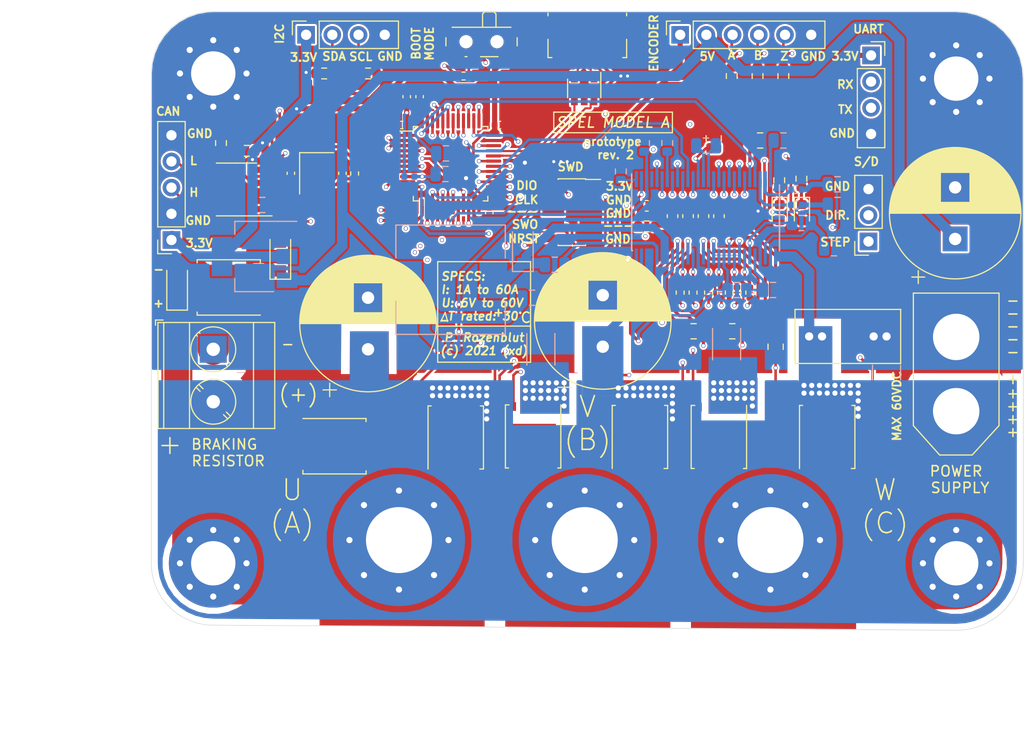
<source format=kicad_pcb>
(kicad_pcb (version 20171130) (host pcbnew "(5.1.9)-1")
  (layers (0 F.Cu signal) (1 In1.Cu signal) (2 In2.Cu signal) (31 B.Cu signal) (34 B.Paste user) (35 F.Paste user hide) (36 B.SilkS user) (37 F.SilkS user hide) (38 B.Mask user) (39 F.Mask user hide) (44 Edge.Cuts user))
  (net 0 "")
  (net 1 +3V3)
  (net 2 -VDC)
  (net 3 HS_OSC_IN)
  (net 4 "Net-(C4-Pad1)")
  (net 5 +3.3VA)
  (net 6 +5V)
  (net 7 "Net-(C11-Pad2)")
  (net 8 "Net-(C12-Pad2)")
  (net 9 /control_elements/BST_BK)
  (net 10 /control_elements/PH_0)
  (net 11 +VDC)
  (net 12 /control_elements/AVDD)
  (net 13 "Net-(C18-Pad2)")
  (net 14 "Net-(C18-Pad1)")
  (net 15 /control_elements/GVDD)
  (net 16 "Net-(C20-Pad1)")
  (net 17 SO2)
  (net 18 "Net-(C22-Pad2)")
  (net 19 "Net-(C23-Pad2)")
  (net 20 /control_elements/SH_A)
  (net 21 "Net-(C24-Pad1)")
  (net 22 /control_elements/SH_B)
  (net 23 "Net-(C25-Pad2)")
  (net 24 /control_elements/SH_C)
  (net 25 "Net-(C26-Pad2)")
  (net 26 SO1)
  (net 27 LED_FLAG_1)
  (net 28 "Net-(D1-Pad1)")
  (net 29 "Net-(D2-Pad1)")
  (net 30 LED_FLAG_2)
  (net 31 BRAKING_PWM)
  (net 32 "Net-(D4-Pad1)")
  (net 33 "Net-(D5-Pad2)")
  (net 34 CONTROL_STEP)
  (net 35 CONTROL_DIRECTION)
  (net 36 USART_TX)
  (net 37 USART_RX)
  (net 38 CAN_H)
  (net 39 CAN_L)
  (net 40 ENCODER_A)
  (net 41 ENCODER_B)
  (net 42 ENCODER_Z)
  (net 43 I2C_SDA)
  (net 44 I2C_SCL)
  (net 45 USB_CONN_D-)
  (net 46 USB_CONN_D+)
  (net 47 "Net-(J6-Pad6)")
  (net 48 SYS_JTMS_SWDIO)
  (net 49 SYS_JTCK_SWCLK)
  (net 50 "Net-(J7-Pad6)")
  (net 51 "Net-(J7-Pad7)")
  (net 52 SYS_JTDO_TRACESWO)
  (net 53 NRST)
  (net 54 "Net-(Q1-Pad2)")
  (net 55 "Net-(Q2-Pad2)")
  (net 56 "Net-(Q3-Pad2)")
  (net 57 "Net-(Q4-Pad2)")
  (net 58 "Net-(Q6-Pad2)")
  (net 59 "Net-(Q7-Pad2)")
  (net 60 BOOT0)
  (net 61 "Net-(R1-Pad2)")
  (net 62 HS_OSC_OUT)
  (net 63 "Net-(R7-Pad2)")
  (net 64 "Net-(R11-Pad2)")
  (net 65 "Net-(R13-Pad2)")
  (net 66 "Net-(R14-Pad1)")
  (net 67 "Net-(R15-Pad1)")
  (net 68 "Net-(R16-Pad2)")
  (net 69 /control_elements/GH_A)
  (net 70 /control_elements/GL_A)
  (net 71 /control_elements/GH_B)
  (net 72 /control_elements/GL_B)
  (net 73 /control_elements/GH_C)
  (net 74 /control_elements/GL_C)
  (net 75 SPI_NSS)
  (net 76 SPI_SCK)
  (net 77 SPI_MISO_CPU_SIDE)
  (net 78 SPI_MOSI_CPU_SIDE)
  (net 79 DC_CAL)
  (net 80 nOCTW)
  (net 81 nFAULT)
  (net 82 EN_GATE)
  (net 83 DRV_A_LOW)
  (net 84 DRV_B_LOW)
  (net 85 DRV_C_LOW)
  (net 86 DRV_A_HIGH)
  (net 87 DRV_B_HIGH)
  (net 88 DRV_C_HIGH)
  (net 89 USB_D-)
  (net 90 USB_D+)
  (net 91 CAN_RX)
  (net 92 CAN_TX)
  (net 93 "Net-(U6-Pad4)")
  (net 94 /control_elements/SL_C)
  (net 95 /control_elements/SL_B)
  (net 96 "Net-(U6-Pad55)")
  (net 97 "Net-(U6-Pad56)")
  (module bldc_driver:BSC110N (layer F.Cu) (at 110.25 166.15)
    (fp_text reference Q2)
    (fp_text value "BSC110N ")
    (pad 1 smd rect (at -2.9 -1.905) (size 0.85 0.5) (layers F.Cu F.Paste F.Mask) (net 2 -VDC))
    (pad 1 smd rect (at -2.9 -0.635) (size 0.85 0.5) (layers F.Cu F.Paste F.Mask) (net 2 -VDC))
    (pad 1 smd rect (at -2.9 0.635) (size 0.85 0.5) (layers F.Cu F.Paste F.Mask) (net 2 -VDC))
    (pad 2 smd rect (at -2.9 1.905) (size 0.85 0.5) (layers F.Cu F.Paste F.Mask) (net 55 "Net-(Q2-Pad2)"))
    (pad 3 smd rect (at 1.05 0) (size 4.55 4.41) (layers F.Cu) (net 20 /control_elements/SH_A))
  )
  (module Capacitor_THT:CP_Radial_D13.0mm_P5.00mm (layer F.Cu) (at 113.5 156.75 90)
    (fp_text reference C15)
    (fp_text value 680uF_63V)
    (pad 1 thru_hole rect (at 0 0 90) (size 2.4 2.4) (drill 1.2) (layers *.Cu *.Mask) (net 11 +VDC))
    (pad 2 thru_hole circle (at 5 0 90) (size 2.4 2.4) (drill 1.2) (layers *.Cu *.Mask) (net 2 -VDC))
  )
  (module Package_SO:HTSSOP-56-1EP_6.1x14mm_P0.5mm_EP3.61x6.35mm (layer B.Cu) (at 146.25 144 270)
    (fp_text reference U6)
    (fp_text value DRV8301DCAR)
    (pad 57 smd rect (at 0 0 270) (size 3.61 6.35) (layers B.Cu B.Mask) (net 2 -VDC))
    (pad 56 smd rect (at 3.75 6.75 270) (size 1.55 0.3) (layers B.Cu B.Paste B.Mask) (net 97 "Net-(U6-Pad56)"))
    (pad 55 smd rect (at 3.75 6.25 270) (size 1.55 0.3) (layers B.Cu B.Paste B.Mask) (net 96 "Net-(U6-Pad55)"))
    (pad 54 smd rect (at 3.75 5.75 270) (size 1.55 0.3) (layers B.Cu B.Paste B.Mask) (net 11 +VDC))
    (pad 53 smd rect (at 3.75 5.25 270) (size 1.55 0.3) (layers B.Cu B.Paste B.Mask) (net 11 +VDC))
    (pad 52 smd rect (at 3.75 4.75 270) (size 1.55 0.3) (layers B.Cu B.Paste B.Mask) (net 9 /control_elements/BST_BK))
    (pad 51 smd rect (at 3.75 4.25 270) (size 1.55 0.3) (layers B.Cu B.Paste B.Mask) (net 10 /control_elements/PH_0))
    (pad 50 smd rect (at 3.75 3.75 270) (size 1.55 0.3) (layers B.Cu B.Paste B.Mask) (net 10 /control_elements/PH_0))
    (pad 49 smd rect (at 3.75 3.25 270) (size 1.55 0.3) (layers B.Cu B.Paste B.Mask) (net 1 +3V3))
    (pad 48 smd rect (at 3.75 2.75 270) (size 1.55 0.3) (layers B.Cu B.Paste B.Mask) (net 19 "Net-(C23-Pad2)"))
    (pad 47 smd rect (at 3.75 2.25 270) (size 1.55 0.3) (layers B.Cu B.Paste B.Mask) (net 69 /control_elements/GH_A))
    (pad 46 smd rect (at 3.75 1.75 270) (size 1.55 0.3) (layers B.Cu B.Paste B.Mask) (net 20 /control_elements/SH_A))
    (pad 45 smd rect (at 3.75 1.25 270) (size 1.55 0.3) (layers B.Cu B.Paste B.Mask) (net 70 /control_elements/GL_A))
    (pad 44 smd rect (at 3.75 0.75 270) (size 1.55 0.3) (layers B.Cu B.Paste B.Mask) (net 2 -VDC))
    (pad 43 smd rect (at 3.75 0.25 270) (size 1.55 0.3) (layers B.Cu B.Paste B.Mask) (net 21 "Net-(C24-Pad1)"))
    (pad 42 smd rect (at 3.75 -0.25 270) (size 1.55 0.3) (layers B.Cu B.Paste B.Mask) (net 71 /control_elements/GH_B))
    (pad 41 smd rect (at 3.75 -0.75 270) (size 1.55 0.3) (layers B.Cu B.Paste B.Mask) (net 22 /control_elements/SH_B))
    (pad 40 smd rect (at 3.75 -1.25 270) (size 1.55 0.3) (layers B.Cu B.Paste B.Mask) (net 72 /control_elements/GL_B))
    (pad 39 smd rect (at 3.75 -1.75 270) (size 1.55 0.3) (layers B.Cu B.Paste B.Mask) (net 95 /control_elements/SL_B))
    (pad 38 smd rect (at 3.75 -2.25 270) (size 1.55 0.3) (layers B.Cu B.Paste B.Mask) (net 23 "Net-(C25-Pad2)"))
    (pad 37 smd rect (at 3.75 -2.75 270) (size 1.55 0.3) (layers B.Cu B.Paste B.Mask) (net 73 /control_elements/GH_C))
    (pad 36 smd rect (at 3.75 -3.25 270) (size 1.55 0.3) (layers B.Cu B.Paste B.Mask) (net 24 /control_elements/SH_C))
    (pad 35 smd rect (at 3.75 -3.75 270) (size 1.55 0.3) (layers B.Cu B.Paste B.Mask) (net 74 /control_elements/GL_C))
    (pad 34 smd rect (at 3.75 -4.25 270) (size 1.55 0.3) (layers B.Cu B.Paste B.Mask) (net 94 /control_elements/SL_C))
    (pad 33 smd rect (at 3.75 -4.75 270) (size 1.55 0.3) (layers B.Cu B.Paste B.Mask) (net 7 "Net-(C11-Pad2)"))
    (pad 32 smd rect (at 3.75 -5.25 270) (size 1.55 0.3) (layers B.Cu B.Paste B.Mask) (net 2 -VDC))
    (pad 31 smd rect (at 3.75 -5.75 270) (size 1.55 0.3) (layers B.Cu B.Paste B.Mask) (net 8 "Net-(C12-Pad2)"))
    (pad 30 smd rect (at 3.75 -6.25 270) (size 1.55 0.3) (layers B.Cu B.Paste B.Mask) (net 2 -VDC))
    (pad 29 smd rect (at 3.75 -6.75 270) (size 1.55 0.3) (layers B.Cu B.Paste B.Mask) (net 11 +VDC))
    (pad 28 smd rect (at -3.75 -6.75 270) (size 1.55 0.3) (layers B.Cu B.Paste B.Mask) (net 2 -VDC))
    (pad 27 smd rect (at -3.75 -6.25 270) (size 1.55 0.3) (layers B.Cu B.Paste B.Mask) (net 12 /control_elements/AVDD))
    (pad 26 smd rect (at -3.75 -5.75 270) (size 1.55 0.3) (layers B.Cu B.Paste B.Mask) (net 68 "Net-(R16-Pad2)"))
    (pad 25 smd rect (at -3.75 -5.25 270) (size 1.55 0.3) (layers B.Cu B.Paste B.Mask) (net 67 "Net-(R15-Pad1)"))
    (pad 24 smd rect (at -3.75 -4.75 270) (size 1.55 0.3) (layers B.Cu B.Paste B.Mask) (net 5 +3.3VA))
    (pad 23 smd rect (at -3.75 -4.25 270) (size 1.55 0.3) (layers B.Cu B.Paste B.Mask) (net 16 "Net-(C20-Pad1)"))
    (pad 22 smd rect (at -3.75 -3.75 270) (size 1.55 0.3) (layers B.Cu B.Paste B.Mask) (net 85 DRV_C_LOW))
    (pad 21 smd rect (at -3.75 -3.25 270) (size 1.55 0.3) (layers B.Cu B.Paste B.Mask) (net 88 DRV_C_HIGH))
    (pad 20 smd rect (at -3.75 -2.75 270) (size 1.55 0.3) (layers B.Cu B.Paste B.Mask) (net 84 DRV_B_LOW))
    (pad 19 smd rect (at -3.75 -2.25 270) (size 1.55 0.3) (layers B.Cu B.Paste B.Mask) (net 87 DRV_B_HIGH))
    (pad 18 smd rect (at -3.75 -1.75 270) (size 1.55 0.3) (layers B.Cu B.Paste B.Mask) (net 83 DRV_A_LOW))
    (pad 17 smd rect (at -3.75 -1.25 270) (size 1.55 0.3) (layers B.Cu B.Paste B.Mask) (net 86 DRV_A_HIGH))
    (pad 16 smd rect (at -3.75 -0.75 270) (size 1.55 0.3) (layers B.Cu B.Paste B.Mask) (net 82 EN_GATE))
    (pad 15 smd rect (at -3.75 -0.25 270) (size 1.55 0.3) (layers B.Cu B.Paste B.Mask) (net 14 "Net-(C18-Pad1)"))
    (pad 14 smd rect (at -3.75 0.25 270) (size 1.55 0.3) (layers B.Cu B.Paste B.Mask) (net 13 "Net-(C18-Pad2)"))
    (pad 13 smd rect (at -3.75 0.75 270) (size 1.55 0.3) (layers B.Cu B.Paste B.Mask) (net 15 /control_elements/GVDD))
    (pad 12 smd rect (at -3.75 1.25 270) (size 1.55 0.3) (layers B.Cu B.Paste B.Mask) (net 79 DC_CAL))
    (pad 11 smd rect (at -3.75 1.75 270) (size 1.55 0.3) (layers B.Cu B.Paste B.Mask) (net 76 SPI_SCK))
    (pad 10 smd rect (at -3.75 2.25 270) (size 1.55 0.3) (layers B.Cu B.Paste B.Mask) (net 77 SPI_MISO_CPU_SIDE))
    (pad 9 smd rect (at -3.75 2.75 270) (size 1.55 0.3) (layers B.Cu B.Paste B.Mask) (net 78 SPI_MOSI_CPU_SIDE))
    (pad 8 smd rect (at -3.75 3.25 270) (size 1.55 0.3) (layers B.Cu B.Paste B.Mask) (net 75 SPI_NSS))
    (pad 7 smd rect (at -3.75 3.75 270) (size 1.55 0.3) (layers B.Cu B.Paste B.Mask) (net 65 "Net-(R13-Pad2)"))
    (pad 6 smd rect (at -3.75 4.25 270) (size 1.55 0.3) (layers B.Cu B.Paste B.Mask) (net 81 nFAULT))
    (pad 5 smd rect (at -3.75 4.75 270) (size 1.55 0.3) (layers B.Cu B.Paste B.Mask) (net 80 nOCTW))
    (pad 4 smd rect (at -3.75 5.25 270) (size 1.55 0.3) (layers B.Cu B.Paste B.Mask) (net 93 "Net-(U6-Pad4)"))
    (pad 3 smd rect (at -3.75 5.75 270) (size 1.55 0.3) (layers B.Cu B.Paste B.Mask) (net 64 "Net-(R11-Pad2)"))
    (pad 2 smd rect (at -3.75 6.25 270) (size 1.55 0.3) (layers B.Cu B.Paste B.Mask) (net 25 "Net-(C26-Pad2)"))
    (pad 1 smd rect (at -3.75 6.75 270) (size 1.55 0.3) (layers B.Cu B.Paste B.Mask) (net 66 "Net-(R14-Pad1)"))
  )
  (module Capacitor_SMD:C_0805_2012Metric (layer B.Cu) (at 121.05 137.75)
    (fp_text reference C7)
    (fp_text value 1u)
    (pad 1 smd roundrect (at -0.95 0) (size 1 1.45) (layers B.Cu B.Paste B.Mask) (net 5 +3.3VA))
    (pad 2 smd roundrect (at 0.95 0) (size 1 1.45) (layers B.Cu B.Paste B.Mask) (net 2 -VDC))
  )
  (module Capacitor_SMD:C_0805_2012Metric (layer B.Cu) (at 121 139.75)
    (fp_text reference C8)
    (fp_text value 10n)
    (pad 2 smd roundrect (at 0.95 0) (size 1 1.45) (layers B.Cu B.Paste B.Mask) (net 2 -VDC))
    (pad 1 smd roundrect (at -0.95 0) (size 1 1.45) (layers B.Cu B.Paste B.Mask) (net 5 +3.3VA))
  )
  (module Capacitor_SMD:C_0805_2012Metric (layer B.Cu) (at 129.4 151.75)
    (fp_text reference C9)
    (fp_text value 2.2u)
    (pad 2 smd roundrect (at 0.95 0) (size 1 1.45) (layers B.Cu B.Paste B.Mask) (net 2 -VDC))
    (pad 1 smd roundrect (at -0.95 0) (size 1 1.45) (layers B.Cu B.Paste B.Mask) (net 6 +5V))
  )
  (module Capacitor_SMD:C_0805_2012Metric (layer B.Cu) (at 103.25 142.75)
    (fp_text reference C10)
    (fp_text value 4.7u)
    (pad 1 smd roundrect (at -0.95 0) (size 1 1.45) (layers B.Cu B.Paste B.Mask) (net 1 +3V3))
    (pad 2 smd roundrect (at 0.95 0) (size 1 1.45) (layers B.Cu B.Paste B.Mask) (net 2 -VDC))
  )
  (module Capacitor_SMD:C_0805_2012Metric (layer B.Cu) (at 152.75 151 180)
    (fp_text reference C11)
    (fp_text value 2.2n)
    (pad 2 smd roundrect (at 0.95 0 180) (size 1 1.45) (layers B.Cu B.Paste B.Mask) (net 7 "Net-(C11-Pad2)"))
    (pad 1 smd roundrect (at -0.95 0 180) (size 1 1.45) (layers B.Cu B.Paste B.Mask) (net 2 -VDC))
  )
  (module Capacitor_SMD:C_0805_2012Metric (layer B.Cu) (at 158.65 146.95 180)
    (fp_text reference C12)
    (fp_text value 2.2n)
    (pad 1 smd roundrect (at -0.95 0 180) (size 1 1.45) (layers B.Cu B.Paste B.Mask) (net 2 -VDC))
    (pad 2 smd roundrect (at 0.95 0 180) (size 1 1.45) (layers B.Cu B.Paste B.Mask) (net 8 "Net-(C12-Pad2)"))
  )
  (module Capacitor_SMD:C_0805_2012Metric (layer B.Cu) (at 131.6 148.55 180)
    (fp_text reference C13)
    (fp_text value 100n)
    (pad 2 smd roundrect (at 0.95 0 180) (size 1 1.45) (layers B.Cu B.Paste B.Mask) (net 10 /control_elements/PH_0))
    (pad 1 smd roundrect (at -0.95 0 180) (size 1 1.45) (layers B.Cu B.Paste B.Mask) (net 9 /control_elements/BST_BK))
  )
  (module Capacitor_THT:CP_Radial_D12.5mm_P5.00mm (layer F.Cu) (at 170.4 146.05 90)
    (fp_text reference C14)
    (fp_text value 68u)
    (pad 2 thru_hole circle (at 5 0 90) (size 2.4 2.4) (drill 1.2) (layers *.Cu *.Mask) (net 2 -VDC))
    (pad 1 thru_hole rect (at 0 0 90) (size 2.4 2.4) (drill 1.2) (layers *.Cu *.Mask) (net 6 +5V))
  )
  (module Capacitor_SMD:C_0805_2012Metric (layer B.Cu) (at 153.75 136.5)
    (fp_text reference C16)
    (fp_text value 2.2u)
    (pad 1 smd roundrect (at -0.95 0) (size 1 1.45) (layers B.Cu B.Paste B.Mask) (net 12 /control_elements/AVDD))
    (pad 2 smd roundrect (at 0.95 0) (size 1 1.45) (layers B.Cu B.Paste B.Mask) (net 2 -VDC))
  )
  (module Capacitor_THT:CP_Radial_D13.0mm_P5.00mm (layer F.Cu) (at 136.25 156.5 90)
    (fp_text reference C17)
    (fp_text value 680uF_63V)
    (pad 2 thru_hole circle (at 5 0 90) (size 2.4 2.4) (drill 1.2) (layers *.Cu *.Mask) (net 2 -VDC))
    (pad 1 thru_hole rect (at 0 0 90) (size 2.4 2.4) (drill 1.2) (layers *.Cu *.Mask) (net 11 +VDC))
  )
  (module Capacitor_SMD:C_0805_2012Metric (layer F.Cu) (at 147 136.3 270)
    (fp_text reference C19)
    (fp_text value 2.2u)
    (pad 2 smd roundrect (at 0.95 0 270) (size 1 1.45) (layers F.Cu F.Paste F.Mask) (net 15 /control_elements/GVDD))
    (pad 1 smd roundrect (at -0.95 0 270) (size 1 1.45) (layers F.Cu F.Paste F.Mask) (net 2 -VDC))
  )
  (module Capacitor_SMD:C_0805_2012Metric (layer F.Cu) (at 151.5 136.5)
    (fp_text reference C20)
    (fp_text value 2.2u)
    (pad 2 smd roundrect (at 0.95 0) (size 1 1.45) (layers F.Cu F.Paste F.Mask) (net 2 -VDC))
    (pad 1 smd roundrect (at -0.95 0) (size 1 1.45) (layers F.Cu F.Paste F.Mask) (net 16 "Net-(C20-Pad1)"))
  )
  (module Capacitor_SMD:C_0805_2012Metric (layer B.Cu) (at 159 140.75)
    (fp_text reference C21)
    (fp_text value 2.2n)
    (pad 2 smd roundrect (at 0.95 0) (size 1 1.45) (layers B.Cu B.Paste B.Mask) (net 2 -VDC))
    (pad 1 smd roundrect (at -0.95 0) (size 1 1.45) (layers B.Cu B.Paste B.Mask) (net 17 SO2))
  )
  (module Capacitor_SMD:C_0603_1608Metric (layer F.Cu) (at 143.012 143.834 270)
    (fp_text reference C22)
    (fp_text value 82p)
    (pad 2 smd roundrect (at 0.775 0 270) (size 0.9 0.95) (layers F.Cu F.Paste F.Mask) (net 18 "Net-(C22-Pad2)"))
    (pad 1 smd roundrect (at -0.775 0 270) (size 0.9 0.95) (layers F.Cu F.Paste F.Mask) (net 2 -VDC))
  )
  (module Capacitor_SMD:C_0805_2012Metric (layer F.Cu) (at 145.05 155 180)
    (fp_text reference C23)
    (fp_text value 100n)
    (pad 2 smd roundrect (at 0.95 0 180) (size 1 1.45) (layers F.Cu F.Paste F.Mask) (net 19 "Net-(C23-Pad2)"))
    (pad 1 smd roundrect (at -0.95 0 180) (size 1 1.45) (layers F.Cu F.Paste F.Mask) (net 20 /control_elements/SH_A))
  )
  (module Capacitor_SMD:C_0805_2012Metric (layer F.Cu) (at 148.8 155)
    (fp_text reference C24)
    (fp_text value 100n)
    (pad 2 smd roundrect (at 0.95 0) (size 1 1.45) (layers F.Cu F.Paste F.Mask) (net 22 /control_elements/SH_B))
    (pad 1 smd roundrect (at -0.95 0) (size 1 1.45) (layers F.Cu F.Paste F.Mask) (net 21 "Net-(C24-Pad1)"))
  )
  (module Capacitor_SMD:C_0805_2012Metric (layer F.Cu) (at 153 156.5 90)
    (fp_text reference C25)
    (fp_text value 100n)
    (pad 1 smd roundrect (at -0.95 0 90) (size 1 1.45) (layers F.Cu F.Paste F.Mask) (net 24 /control_elements/SH_C))
    (pad 2 smd roundrect (at 0.95 0 90) (size 1 1.45) (layers F.Cu F.Paste F.Mask) (net 23 "Net-(C25-Pad2)"))
  )
  (module Capacitor_SMD:C_0603_1608Metric (layer F.Cu) (at 140.512 142.834 180)
    (fp_text reference C26)
    (fp_text value 82p)
    (pad 2 smd roundrect (at 0.775 0 180) (size 0.9 0.95) (layers F.Cu F.Paste F.Mask) (net 25 "Net-(C26-Pad2)"))
    (pad 1 smd roundrect (at -0.775 0 180) (size 0.9 0.95) (layers F.Cu F.Paste F.Mask) (net 2 -VDC))
  )
  (module Capacitor_SMD:C_0603_1608Metric (layer F.Cu) (at 144.512 143.834 270)
    (fp_text reference C27)
    (fp_text value 82p)
    (pad 1 smd roundrect (at -0.775 0 270) (size 0.9 0.95) (layers F.Cu F.Paste F.Mask) (net 2 -VDC))
    (pad 2 smd roundrect (at 0.775 0 270) (size 0.9 0.95) (layers F.Cu F.Paste F.Mask) (net 18 "Net-(C22-Pad2)"))
  )
  (module Capacitor_SMD:C_0805_2012Metric (layer B.Cu) (at 159 142.75)
    (fp_text reference C28)
    (fp_text value 2.2n)
    (pad 1 smd roundrect (at -0.95 0) (size 1 1.45) (layers B.Cu B.Paste B.Mask) (net 26 SO1))
    (pad 2 smd roundrect (at 0.95 0) (size 1 1.45) (layers B.Cu B.Paste B.Mask) (net 2 -VDC))
  )
  (module Capacitor_THT:C_Rect_L10.0mm_W5.0mm_P5.00mm_P7.50mm (layer F.Cu) (at 156.25 155.5)
    (fp_text reference C29)
    (fp_text value 68n)
    (pad 2 thru_hole circle (at 7.5 0) (size 1.6 1.6) (drill 0.8) (layers *.Cu *.Mask) (net 2 -VDC))
    (pad 1 thru_hole circle (at 0 0) (size 1.6 1.6) (drill 0.8) (layers *.Cu *.Mask) (net 11 +VDC))
    (pad 2 thru_hole circle (at 6.25 0) (size 1.6 1.6) (drill 0.8) (layers *.Cu *.Mask) (net 2 -VDC))
    (pad 1 thru_hole circle (at 1.25 0) (size 1.6 1.6) (drill 0.8) (layers *.Cu *.Mask) (net 11 +VDC))
  )
  (module Capacitor_SMD:C_1210_3225Metric (layer B.Cu) (at 163.75 159 90)
    (fp_text reference C30)
    (fp_text value 4.7u)
    (pad 2 smd roundrect (at 1.475 0 90) (size 1.15 2.7) (layers B.Cu B.Paste B.Mask) (roundrect_rratio 0.217391) (net 2 -VDC))
    (pad 1 smd roundrect (at -1.475 0 90) (size 1.15 2.7) (layers B.Cu B.Paste B.Mask) (roundrect_rratio 0.217391) (net 11 +VDC))
  )
  (module Capacitor_SMD:C_0603_1608Metric (layer F.Cu) (at 146.012 143.834 270)
    (fp_text reference C31)
    (fp_text value 82p)
    (pad 2 smd roundrect (at 0.775 0 270) (size 0.9 0.95) (layers F.Cu F.Paste F.Mask) (net 18 "Net-(C22-Pad2)"))
    (pad 1 smd roundrect (at -0.775 0 270) (size 0.9 0.95) (layers F.Cu F.Paste F.Mask) (net 2 -VDC))
  )
  (module Capacitor_SMD:C_0603_1608Metric (layer F.Cu) (at 147.512 143.834 90)
    (fp_text reference C32)
    (fp_text value 22p)
    (pad 1 smd roundrect (at -0.775 0 90) (size 0.9 0.95) (layers F.Cu F.Paste F.Mask) (net 18 "Net-(C22-Pad2)"))
    (pad 2 smd roundrect (at 0.775 0 90) (size 0.9 0.95) (layers F.Cu F.Paste F.Mask) (net 2 -VDC))
  )
  (module LED_SMD:LED_0603_1608Metric (layer F.Cu) (at 153.4 143.5 270)
    (fp_text reference D1)
    (fp_text value LED_BLUE)
    (pad 1 smd roundrect (at -0.7875 0 270) (size 0.875 0.95) (layers F.Cu F.Paste F.Mask) (net 28 "Net-(D1-Pad1)"))
    (pad 2 smd roundrect (at 0.7875 0 270) (size 0.875 0.95) (layers F.Cu F.Paste F.Mask) (net 27 LED_FLAG_1))
  )
  (module LED_SMD:LED_0603_1608Metric (layer F.Cu) (at 155.55 143.5 270)
    (fp_text reference D2)
    (fp_text value LED_GREEN)
    (pad 2 smd roundrect (at 0.7875 0 270) (size 0.875 0.95) (layers F.Cu F.Paste F.Mask) (net 30 LED_FLAG_2))
    (pad 1 smd roundrect (at -0.7875 0 270) (size 0.875 0.95) (layers F.Cu F.Paste F.Mask) (net 29 "Net-(D2-Pad1)"))
  )
  (module Diode_SMD:D_SOD-123F (layer B.Cu) (at 128.5 147 90)
    (fp_text reference D3)
    (fp_text value dname)
    (pad 2 smd rect (at 1.4 0 90) (size 1.1 1.1) (layers B.Cu B.Paste B.Mask) (net 2 -VDC))
    (pad 1 smd rect (at -1.4 0 90) (size 1.1 1.1) (layers B.Cu B.Paste B.Mask) (net 10 /control_elements/PH_0))
  )
  (module Diode_SMD:D_SOD-123F (layer F.Cu) (at 105 147.75 90)
    (fp_text reference D4)
    (fp_text value d)
    (pad 1 smd rect (at -1.4 0 90) (size 1.1 1.1) (layers F.Cu F.Paste F.Mask) (net 32 "Net-(D4-Pad1)"))
    (pad 2 smd rect (at 1.4 0 90) (size 1.1 1.1) (layers F.Cu F.Paste F.Mask) (net 31 BRAKING_PWM))
  )
  (module Diode_SMD:D_SOD-123F (layer F.Cu) (at 95 150.75 90)
    (fp_text reference D5)
    (fp_text value Flyback)
    (pad 2 smd rect (at 1.4 0 90) (size 1.1 1.1) (layers F.Cu F.Paste F.Mask) (net 33 "Net-(D5-Pad2)"))
    (pad 1 smd rect (at -1.4 0 90) (size 1.1 1.1) (layers F.Cu F.Paste F.Mask) (net 11 +VDC))
  )
  (module MountingHole:MountingHole_4.3mm_M4_Pad_Via (layer F.Cu) (at 98.5 130 90)
    (fp_text reference H1)
    (fp_text value MountingHole_Pad)
    (pad 1 thru_hole circle (at 0 0 90) (size 8.6 8.6) (drill 4.3) (layers *.Cu *.Mask) (net 2 -VDC))
    (pad 1 thru_hole circle (at 3.225 0 90) (size 0.9 0.9) (drill 0.6) (layers *.Cu *.Mask) (net 2 -VDC))
    (pad 1 thru_hole circle (at 2.280419 2.280419 90) (size 0.9 0.9) (drill 0.6) (layers *.Cu *.Mask) (net 2 -VDC))
    (pad 1 thru_hole circle (at 0 3.225 90) (size 0.9 0.9) (drill 0.6) (layers *.Cu *.Mask) (net 2 -VDC))
    (pad 1 thru_hole circle (at -2.280419 2.280419 90) (size 0.9 0.9) (drill 0.6) (layers *.Cu *.Mask) (net 2 -VDC))
    (pad 1 thru_hole circle (at -3.225 0 90) (size 0.9 0.9) (drill 0.6) (layers *.Cu *.Mask) (net 2 -VDC))
    (pad 1 thru_hole circle (at -2.280419 -2.280419 90) (size 0.9 0.9) (drill 0.6) (layers *.Cu *.Mask) (net 2 -VDC))
    (pad 1 thru_hole circle (at 0 -3.225 90) (size 0.9 0.9) (drill 0.6) (layers *.Cu *.Mask) (net 2 -VDC))
    (pad 1 thru_hole circle (at 2.280419 -2.280419 90) (size 0.9 0.9) (drill 0.6) (layers *.Cu *.Mask) (net 2 -VDC))
  )
  (module MountingHole:MountingHole_4.3mm_M4_Pad_Via (layer F.Cu) (at 98.5 177.5 90)
    (fp_text reference H2)
    (fp_text value MountingHole_Pad)
    (pad 1 thru_hole circle (at 2.280419 -2.280419 90) (size 0.9 0.9) (drill 0.6) (layers *.Cu *.Mask) (net 2 -VDC))
    (pad 1 thru_hole circle (at 0 -3.225 90) (size 0.9 0.9) (drill 0.6) (layers *.Cu *.Mask) (net 2 -VDC))
    (pad 1 thru_hole circle (at -2.280419 -2.280419 90) (size 0.9 0.9) (drill 0.6) (layers *.Cu *.Mask) (net 2 -VDC))
    (pad 1 thru_hole circle (at -3.225 0 90) (size 0.9 0.9) (drill 0.6) (layers *.Cu *.Mask) (net 2 -VDC))
    (pad 1 thru_hole circle (at -2.280419 2.280419 90) (size 0.9 0.9) (drill 0.6) (layers *.Cu *.Mask) (net 2 -VDC))
    (pad 1 thru_hole circle (at 0 3.225 90) (size 0.9 0.9) (drill 0.6) (layers *.Cu *.Mask) (net 2 -VDC))
    (pad 1 thru_hole circle (at 2.280419 2.280419 90) (size 0.9 0.9) (drill 0.6) (layers *.Cu *.Mask) (net 2 -VDC))
    (pad 1 thru_hole circle (at 3.225 0 90) (size 0.9 0.9) (drill 0.6) (layers *.Cu *.Mask) (net 2 -VDC))
    (pad 1 thru_hole circle (at 0 0 90) (size 8.6 8.6) (drill 4.3) (layers *.Cu *.Mask) (net 2 -VDC))
  )
  (module MountingHole:MountingHole_4.3mm_M4_Pad_Via (layer F.Cu) (at 170.5 177.5 90)
    (fp_text reference H3)
    (fp_text value MountingHole_Pad)
    (pad 1 thru_hole circle (at 2.280419 -2.280419 90) (size 0.9 0.9) (drill 0.6) (layers *.Cu *.Mask) (net 2 -VDC))
    (pad 1 thru_hole circle (at 0 -3.225 90) (size 0.9 0.9) (drill 0.6) (layers *.Cu *.Mask) (net 2 -VDC))
    (pad 1 thru_hole circle (at -2.280419 -2.280419 90) (size 0.9 0.9) (drill 0.6) (layers *.Cu *.Mask) (net 2 -VDC))
    (pad 1 thru_hole circle (at -3.225 0 90) (size 0.9 0.9) (drill 0.6) (layers *.Cu *.Mask) (net 2 -VDC))
    (pad 1 thru_hole circle (at -2.280419 2.280419 90) (size 0.9 0.9) (drill 0.6) (layers *.Cu *.Mask) (net 2 -VDC))
    (pad 1 thru_hole circle (at 0 3.225 90) (size 0.9 0.9) (drill 0.6) (layers *.Cu *.Mask) (net 2 -VDC))
    (pad 1 thru_hole circle (at 2.280419 2.280419 90) (size 0.9 0.9) (drill 0.6) (layers *.Cu *.Mask) (net 2 -VDC))
    (pad 1 thru_hole circle (at 3.225 0 90) (size 0.9 0.9) (drill 0.6) (layers *.Cu *.Mask) (net 2 -VDC))
    (pad 1 thru_hole circle (at 0 0 90) (size 8.6 8.6) (drill 4.3) (layers *.Cu *.Mask) (net 2 -VDC))
  )
  (module MountingHole:MountingHole_4.3mm_M4_Pad_Via (layer F.Cu) (at 170.5 130.5 90)
    (fp_text reference H4)
    (fp_text value MountingHole_Pad)
    (pad 1 thru_hole circle (at 2.280419 -2.280419 90) (size 0.9 0.9) (drill 0.6) (layers *.Cu *.Mask) (net 2 -VDC))
    (pad 1 thru_hole circle (at 0 -3.225 90) (size 0.9 0.9) (drill 0.6) (layers *.Cu *.Mask) (net 2 -VDC))
    (pad 1 thru_hole circle (at -2.280419 -2.280419 90) (size 0.9 0.9) (drill 0.6) (layers *.Cu *.Mask) (net 2 -VDC))
    (pad 1 thru_hole circle (at -3.225 0 90) (size 0.9 0.9) (drill 0.6) (layers *.Cu *.Mask) (net 2 -VDC))
    (pad 1 thru_hole circle (at -2.280419 2.280419 90) (size 0.9 0.9) (drill 0.6) (layers *.Cu *.Mask) (net 2 -VDC))
    (pad 1 thru_hole circle (at 0 3.225 90) (size 0.9 0.9) (drill 0.6) (layers *.Cu *.Mask) (net 2 -VDC))
    (pad 1 thru_hole circle (at 2.280419 2.280419 90) (size 0.9 0.9) (drill 0.6) (layers *.Cu *.Mask) (net 2 -VDC))
    (pad 1 thru_hole circle (at 3.225 0 90) (size 0.9 0.9) (drill 0.6) (layers *.Cu *.Mask) (net 2 -VDC))
    (pad 1 thru_hole circle (at 0 0 90) (size 8.6 8.6) (drill 4.3) (layers *.Cu *.Mask) (net 2 -VDC))
  )
  (module Connector_PinSocket_2.54mm:PinSocket_1x03_P2.54mm_Vertical (layer F.Cu) (at 162 146.29 180)
    (fp_text reference J1)
    (fp_text value Conn_01x03)
    (pad 3 thru_hole oval (at 0 5.08 180) (size 1.7 1.7) (drill 1) (layers *.Cu *.Mask) (net 2 -VDC))
    (pad 2 thru_hole oval (at 0 2.54 180) (size 1.7 1.7) (drill 1) (layers *.Cu *.Mask) (net 35 CONTROL_DIRECTION))
    (pad 1 thru_hole rect (at 0 0 180) (size 1.7 1.7) (drill 1) (layers *.Cu *.Mask) (net 34 CONTROL_STEP))
  )
  (module Connector_PinSocket_2.54mm:PinSocket_1x04_P2.54mm_Vertical (layer F.Cu) (at 162.25 128.25)
    (fp_text reference J2)
    (fp_text value Conn_01x04)
    (pad 1 thru_hole rect (at 0 0) (size 1.7 1.7) (drill 1) (layers *.Cu *.Mask) (net 1 +3V3))
    (pad 2 thru_hole oval (at 0 2.54) (size 1.7 1.7) (drill 1) (layers *.Cu *.Mask) (net 37 USART_RX))
    (pad 3 thru_hole oval (at 0 5.08) (size 1.7 1.7) (drill 1) (layers *.Cu *.Mask) (net 36 USART_TX))
    (pad 4 thru_hole oval (at 0 7.62) (size 1.7 1.7) (drill 1) (layers *.Cu *.Mask) (net 2 -VDC))
  )
  (module Connector_PinSocket_2.54mm:PinSocket_1x05_P2.54mm_Vertical (layer F.Cu) (at 94.45 146.15 180)
    (fp_text reference J3)
    (fp_text value Conn_01x05)
    (pad 5 thru_hole oval (at 0 10.16 180) (size 1.7 1.7) (drill 1) (layers *.Cu *.Mask) (net 2 -VDC))
    (pad 4 thru_hole oval (at 0 7.62 180) (size 1.7 1.7) (drill 1) (layers *.Cu *.Mask) (net 39 CAN_L))
    (pad 3 thru_hole oval (at 0 5.08 180) (size 1.7 1.7) (drill 1) (layers *.Cu *.Mask) (net 38 CAN_H))
    (pad 2 thru_hole oval (at 0 2.54 180) (size 1.7 1.7) (drill 1) (layers *.Cu *.Mask) (net 2 -VDC))
    (pad 1 thru_hole rect (at 0 0 180) (size 1.7 1.7) (drill 1) (layers *.Cu *.Mask) (net 1 +3V3))
  )
  (module Connector_PinSocket_2.54mm:PinSocket_1x06_P2.54mm_Vertical (layer F.Cu) (at 143.75 126.25 90)
    (fp_text reference J4)
    (fp_text value Conn_01x06)
    (pad 6 thru_hole oval (at 0 12.7 90) (size 1.7 1.7) (drill 1) (layers *.Cu *.Mask) (net 2 -VDC))
    (pad 5 thru_hole oval (at 0 10.16 90) (size 1.7 1.7) (drill 1) (layers *.Cu *.Mask) (net 42 ENCODER_Z))
    (pad 4 thru_hole oval (at 0 7.62 90) (size 1.7 1.7) (drill 1) (layers *.Cu *.Mask) (net 41 ENCODER_B))
    (pad 3 thru_hole oval (at 0 5.08 90) (size 1.7 1.7) (drill 1) (layers *.Cu *.Mask) (net 40 ENCODER_A))
    (pad 2 thru_hole oval (at 0 2.54 90) (size 1.7 1.7) (drill 1) (layers *.Cu *.Mask) (net 6 +5V))
    (pad 1 thru_hole rect (at 0 0 90) (size 1.7 1.7) (drill 1) (layers *.Cu *.Mask) (net 1 +3V3))
  )
  (module Connector_PinSocket_2.54mm:PinSocket_1x04_P2.54mm_Vertical (layer F.Cu) (at 107.5 126.25 90)
    (fp_text reference J5)
    (fp_text value Conn_01x04)
    (pad 4 thru_hole oval (at 0 7.62 90) (size 1.7 1.7) (drill 1) (layers *.Cu *.Mask) (net 2 -VDC))
    (pad 3 thru_hole oval (at 0 5.08 90) (size 1.7 1.7) (drill 1) (layers *.Cu *.Mask) (net 44 I2C_SCL))
    (pad 2 thru_hole oval (at 0 2.54 90) (size 1.7 1.7) (drill 1) (layers *.Cu *.Mask) (net 43 I2C_SDA))
    (pad 1 thru_hole rect (at 0 0 90) (size 1.7 1.7) (drill 1) (layers *.Cu *.Mask) (net 1 +3V3))
  )
  (module Connector_USB:USB_Micro-B_Molex_47346-0001 (layer F.Cu) (at 134.75 126.75 180)
    (fp_text reference J6)
    (fp_text value USB_B_Micro)
    (pad 6 smd rect (at 1.55 1.2 180) (size 1 1.9) (layers F.Cu F.Paste F.Mask) (net 47 "Net-(J6-Pad6)"))
    (pad 6 smd rect (at -1.15 1.2 180) (size 1.8 1.9) (layers F.Cu F.Paste F.Mask) (net 47 "Net-(J6-Pad6)"))
    (pad 6 smd rect (at 3.375 1.2 180) (size 1.65 1.3) (layers F.Cu F.Paste F.Mask) (net 47 "Net-(J6-Pad6)"))
    (pad 6 smd rect (at -3.375 1.2 180) (size 1.65 1.3) (layers F.Cu F.Paste F.Mask) (net 47 "Net-(J6-Pad6)"))
    (pad 6 smd rect (at 2.4875 -1.375 180) (size 1.425 1.55) (layers F.Cu F.Paste F.Mask) (net 47 "Net-(J6-Pad6)"))
    (pad 6 smd rect (at -2.4875 -1.375 180) (size 1.425 1.55) (layers F.Cu F.Paste F.Mask) (net 47 "Net-(J6-Pad6)"))
    (pad 5 smd rect (at 1.3 -1.46 180) (size 0.45 1.38) (layers F.Cu F.Paste F.Mask) (net 2 -VDC))
    (pad 4 smd rect (at 0.65 -1.46 180) (size 0.45 1.38) (layers F.Cu F.Paste F.Mask) (net 2 -VDC))
    (pad 3 smd rect (at 0 -1.46 180) (size 0.45 1.38) (layers F.Cu F.Paste F.Mask) (net 46 USB_CONN_D+))
    (pad 2 smd rect (at -0.65 -1.46 180) (size 0.45 1.38) (layers F.Cu F.Paste F.Mask) (net 45 USB_CONN_D-))
    (pad 1 smd rect (at -1.3 -1.46 180) (size 0.45 1.38) (layers F.Cu F.Paste F.Mask) (net 6 +5V))
  )
  (module Connector_PinSocket_1.27mm:PinSocket_2x05_P1.27mm_Vertical_SMD (layer F.Cu) (at 133.25 143.45)
    (fp_text reference J7)
    (fp_text value SWD)
    (pad 10 smd rect (at -1.8 2.54) (size 2.1 0.75) (layers F.Cu F.Paste F.Mask) (net 53 NRST))
    (pad 9 smd rect (at 1.8 2.54) (size 2.1 0.75) (layers F.Cu F.Paste F.Mask) (net 2 -VDC))
    (pad 8 smd rect (at -1.8 1.27) (size 2.1 0.75) (layers F.Cu F.Paste F.Mask) (net 52 SYS_JTDO_TRACESWO))
    (pad 7 smd rect (at 1.8 1.27) (size 2.1 0.75) (layers F.Cu F.Paste F.Mask) (net 51 "Net-(J7-Pad7)"))
    (pad 6 smd rect (at -1.8 0) (size 2.1 0.75) (layers F.Cu F.Paste F.Mask) (net 50 "Net-(J7-Pad6)"))
    (pad 5 smd rect (at 1.8 0) (size 2.1 0.75) (layers F.Cu F.Paste F.Mask) (net 2 -VDC))
    (pad 4 smd rect (at -1.8 -1.27) (size 2.1 0.75) (layers F.Cu F.Paste F.Mask) (net 49 SYS_JTCK_SWCLK))
    (pad 3 smd rect (at 1.8 -1.27) (size 2.1 0.75) (layers F.Cu F.Paste F.Mask) (net 2 -VDC))
    (pad 2 smd rect (at -1.8 -2.54) (size 2.1 0.75) (layers F.Cu F.Paste F.Mask) (net 48 SYS_JTMS_SWDIO))
    (pad 1 smd rect (at 1.8 -2.54) (size 2.1 0.75) (layers F.Cu F.Paste F.Mask) (net 1 +3V3))
  )
  (module Connector_AMASS:AMASS_XT60-F_1x02_P7.20mm_Vertical (layer F.Cu) (at 170.5 162.75 90)
    (fp_text reference J8)
    (fp_text value Power_Supply)
    (pad 2 thru_hole circle (at 7.2 0 90) (size 6 6) (drill 4.5) (layers *.Cu *.Mask) (net 2 -VDC))
    (pad 1 thru_hole roundrect (at 0 0 90) (size 6 6) (drill 4.5) (layers *.Cu *.Mask) (net 11 +VDC))
  )
  (module Inductor_SMD:L_0402_1005Metric (layer B.Cu) (at 117.5 140)
    (fp_text reference L1)
    (fp_text value 39n)
    (pad 2 smd roundrect (at 0.485 0) (size 0.59 0.64) (layers B.Cu B.Paste B.Mask) (net 5 +3.3VA))
    (pad 1 smd roundrect (at -0.485 0) (size 0.59 0.64) (layers B.Cu B.Paste B.Mask) (net 1 +3V3))
  )
  (module Inductor_SMD:L_10.4x10.4_H4.8 (layer B.Cu) (at 121.5 150 180)
    (fp_text reference L2)
    (fp_text value 22u)
    (pad 2 smd rect (at 4.15 0 180) (size 2.7 3.6) (layers B.Cu B.Paste B.Mask) (net 6 +5V))
    (pad 1 smd rect (at -4.15 0 180) (size 2.7 3.6) (layers B.Cu B.Paste B.Mask) (net 10 /control_elements/PH_0))
  )
  (module bldc_driver:BSC110N (layer F.Cu) (at 122 165.3 90)
    (fp_text reference Q1)
    (fp_text value "BSC110N ")
    (pad 3 smd rect (at 1.05 0 90) (size 4.55 4.41) (layers F.Cu) (net 11 +VDC))
    (pad 2 smd rect (at -2.9 1.905 90) (size 0.85 0.5) (layers F.Cu F.Paste F.Mask) (net 54 "Net-(Q1-Pad2)"))
    (pad 1 smd rect (at -2.9 0.635 90) (size 0.85 0.5) (layers F.Cu F.Paste F.Mask) (net 20 /control_elements/SH_A))
    (pad 1 smd rect (at -2.9 -0.635 90) (size 0.85 0.5) (layers F.Cu F.Paste F.Mask) (net 20 /control_elements/SH_A))
    (pad 1 smd rect (at -2.9 -1.905 90) (size 0.85 0.5) (layers F.Cu F.Paste F.Mask) (net 20 /control_elements/SH_A))
  )
  (module bldc_driver:BSC110N (layer F.Cu) (at 139.85 165.25 90)
    (fp_text reference Q3)
    (fp_text value "BSC110N ")
    (pad 3 smd rect (at 1.05 0 90) (size 4.55 4.41) (layers F.Cu) (net 11 +VDC))
    (pad 2 smd rect (at -2.9 1.905 90) (size 0.85 0.5) (layers F.Cu F.Paste F.Mask) (net 56 "Net-(Q3-Pad2)"))
    (pad 1 smd rect (at -2.9 0.635 90) (size 0.85 0.5) (layers F.Cu F.Paste F.Mask) (net 22 /control_elements/SH_B))
    (pad 1 smd rect (at -2.9 -0.635 90) (size 0.85 0.5) (layers F.Cu F.Paste F.Mask) (net 22 /control_elements/SH_B))
    (pad 1 smd rect (at -2.9 -1.905 90) (size 0.85 0.5) (layers F.Cu F.Paste F.Mask) (net 22 /control_elements/SH_B))
  )
  (module bldc_driver:BSC110N (layer F.Cu) (at 129.5 165.2 270)
    (fp_text reference Q4)
    (fp_text value "BSC110N ")
    (pad 3 smd rect (at 1.05 0 270) (size 4.55 4.41) (layers F.Cu) (net 22 /control_elements/SH_B))
    (pad 2 smd rect (at -2.9 1.905 270) (size 0.85 0.5) (layers F.Cu F.Paste F.Mask) (net 57 "Net-(Q4-Pad2)"))
    (pad 1 smd rect (at -2.9 0.635 270) (size 0.85 0.5) (layers F.Cu F.Paste F.Mask) (net 95 /control_elements/SL_B))
    (pad 1 smd rect (at -2.9 -0.635 270) (size 0.85 0.5) (layers F.Cu F.Paste F.Mask) (net 95 /control_elements/SL_B))
    (pad 1 smd rect (at -2.9 -1.905 270) (size 0.85 0.5) (layers F.Cu F.Paste F.Mask) (net 95 /control_elements/SL_B))
  )
  (module bldc_driver:BSC110N (layer F.Cu) (at 100 150.75 180)
    (fp_text reference Q5)
    (fp_text value "BSC110N ")
    (pad 1 smd rect (at -2.9 -1.905 180) (size 0.85 0.5) (layers F.Cu F.Paste F.Mask) (net 2 -VDC))
    (pad 1 smd rect (at -2.9 -0.635 180) (size 0.85 0.5) (layers F.Cu F.Paste F.Mask) (net 2 -VDC))
    (pad 1 smd rect (at -2.9 0.635 180) (size 0.85 0.5) (layers F.Cu F.Paste F.Mask) (net 2 -VDC))
    (pad 2 smd rect (at -2.9 1.905 180) (size 0.85 0.5) (layers F.Cu F.Paste F.Mask) (net 32 "Net-(D4-Pad1)"))
    (pad 3 smd rect (at 1.05 0 180) (size 4.55 4.41) (layers F.Cu) (net 33 "Net-(D5-Pad2)"))
  )
  (module bldc_driver:BSC110N (layer F.Cu) (at 158 165.25 90)
    (fp_text reference Q6)
    (fp_text value "BSC110N ")
    (pad 1 smd rect (at -2.9 -1.905 90) (size 0.85 0.5) (layers F.Cu F.Paste F.Mask) (net 24 /control_elements/SH_C))
    (pad 1 smd rect (at -2.9 -0.635 90) (size 0.85 0.5) (layers F.Cu F.Paste F.Mask) (net 24 /control_elements/SH_C))
    (pad 1 smd rect (at -2.9 0.635 90) (size 0.85 0.5) (layers F.Cu F.Paste F.Mask) (net 24 /control_elements/SH_C))
    (pad 2 smd rect (at -2.9 1.905 90) (size 0.85 0.5) (layers F.Cu F.Paste F.Mask) (net 58 "Net-(Q6-Pad2)"))
    (pad 3 smd rect (at 1.05 0 90) (size 4.55 4.41) (layers F.Cu) (net 11 +VDC))
  )
  (module bldc_driver:BSC110N (layer F.Cu) (at 147.5 165.25 270)
    (fp_text reference Q7)
    (fp_text value "BSC110N ")
    (pad 3 smd rect (at 1.05 0 270) (size 4.55 4.41) (layers F.Cu) (net 24 /control_elements/SH_C))
    (pad 2 smd rect (at -2.9 1.905 270) (size 0.85 0.5) (layers F.Cu F.Paste F.Mask) (net 59 "Net-(Q7-Pad2)"))
    (pad 1 smd rect (at -2.9 0.635 270) (size 0.85 0.5) (layers F.Cu F.Paste F.Mask) (net 94 /control_elements/SL_C))
    (pad 1 smd rect (at -2.9 -0.635 270) (size 0.85 0.5) (layers F.Cu F.Paste F.Mask) (net 94 /control_elements/SL_C))
    (pad 1 smd rect (at -2.9 -1.905 270) (size 0.85 0.5) (layers F.Cu F.Paste F.Mask) (net 94 /control_elements/SL_C))
  )
  (module Resistor_SMD:R_0402_1005Metric (layer F.Cu) (at 112.202 139.7 90)
    (fp_text reference R2)
    (fp_text value 47)
    (pad 1 smd roundrect (at -0.51 0 90) (size 0.54 0.64) (layers F.Cu F.Paste F.Mask) (net 4 "Net-(C4-Pad1)"))
    (pad 2 smd roundrect (at 0.51 0 90) (size 0.54 0.64) (layers F.Cu F.Paste F.Mask) (net 62 HS_OSC_OUT))
  )
  (module Resistor_SMD:R_0603_1608Metric (layer F.Cu) (at 109.25 130)
    (fp_text reference R3)
    (fp_text value 2.2k)
    (pad 1 smd roundrect (at -0.825 0) (size 0.8 0.95) (layers F.Cu F.Paste F.Mask) (net 1 +3V3))
    (pad 2 smd roundrect (at 0.825 0) (size 0.8 0.95) (layers F.Cu F.Paste F.Mask) (net 43 I2C_SDA))
  )
  (module Resistor_SMD:R_0603_1608Metric (layer F.Cu) (at 113.5 130 180)
    (fp_text reference R4)
    (fp_text value 2.2k)
    (pad 2 smd roundrect (at 0.825 0 180) (size 0.8 0.95) (layers F.Cu F.Paste F.Mask) (net 44 I2C_SCL))
    (pad 1 smd roundrect (at -0.825 0 180) (size 0.8 0.95) (layers F.Cu F.Paste F.Mask) (net 1 +3V3))
  )
  (module Resistor_SMD:R_0603_1608Metric (layer F.Cu) (at 153.35 140.35 90)
    (fp_text reference R5)
    (fp_text value 1.5k)
    (pad 1 smd roundrect (at -0.825 0 90) (size 0.8 0.95) (layers F.Cu F.Paste F.Mask) (net 28 "Net-(D1-Pad1)"))
    (pad 2 smd roundrect (at 0.825 0 90) (size 0.8 0.95) (layers F.Cu F.Paste F.Mask) (net 2 -VDC))
  )
  (module Resistor_SMD:R_0603_1608Metric (layer F.Cu) (at 155.5 140.2 90)
    (fp_text reference R6)
    (fp_text value 1.5k)
    (pad 2 smd roundrect (at 0.825 0 90) (size 0.8 0.95) (layers F.Cu F.Paste F.Mask) (net 2 -VDC))
    (pad 1 smd roundrect (at -0.825 0 90) (size 0.8 0.95) (layers F.Cu F.Paste F.Mask) (net 29 "Net-(D2-Pad1)"))
  )
  (module Resistor_SMD:R_0603_1608Metric (layer F.Cu) (at 101.75 137.5 180)
    (fp_text reference R7)
    (fp_text value 1k)
    (pad 1 smd roundrect (at -0.825 0 180) (size 0.8 0.95) (layers F.Cu F.Paste F.Mask) (net 1 +3V3))
    (pad 2 smd roundrect (at 0.825 0 180) (size 0.8 0.95) (layers F.Cu F.Paste F.Mask) (net 63 "Net-(R7-Pad2)"))
  )
  (module Resistor_SMD:R_0603_1608Metric (layer F.Cu) (at 99.25 136.75 90)
    (fp_text reference R8)
    (fp_text value 1k)
    (pad 2 smd roundrect (at 0.825 0 90) (size 0.8 0.95) (layers F.Cu F.Paste F.Mask) (net 2 -VDC))
    (pad 1 smd roundrect (at -0.825 0 90) (size 0.8 0.95) (layers F.Cu F.Paste F.Mask) (net 63 "Net-(R7-Pad2)"))
  )
  (module Resistor_SMD:R_0805_2012Metric (layer B.Cu) (at 149.25 151)
    (fp_text reference R9)
    (fp_text value 120)
    (pad 1 smd roundrect (at -0.9125 0) (size 1.025 1.4) (layers B.Cu B.Paste B.Mask) (roundrect_rratio 0.243902) (net 95 /control_elements/SL_B))
    (pad 2 smd roundrect (at 0.9125 0) (size 1.025 1.4) (layers B.Cu B.Paste B.Mask) (roundrect_rratio 0.243902) (net 7 "Net-(C11-Pad2)"))
  )
  (module Resistor_SMD:R_0805_2012Metric (layer B.Cu) (at 155.5 144.5 180)
    (fp_text reference R10)
    (fp_text value 120)
    (pad 2 smd roundrect (at 0.9125 0 180) (size 1.025 1.4) (layers B.Cu B.Paste B.Mask) (roundrect_rratio 0.243902) (net 94 /control_elements/SL_C))
    (pad 1 smd roundrect (at -0.9125 0 180) (size 1.025 1.4) (layers B.Cu B.Paste B.Mask) (roundrect_rratio 0.243902) (net 8 "Net-(C12-Pad2)"))
  )
  (module Resistor_SMD:R_0603_1608Metric (layer B.Cu) (at 121.25 156.5)
    (fp_text reference R11)
    (fp_text value 18k)
    (pad 2 smd roundrect (at 0.825 0) (size 0.8 0.95) (layers B.Cu B.Paste B.Mask) (net 64 "Net-(R11-Pad2)"))
    (pad 1 smd roundrect (at -0.825 0) (size 0.8 0.95) (layers B.Cu B.Paste B.Mask) (net 6 +5V))
  )
  (module Resistor_SMD:R_0603_1608Metric (layer B.Cu) (at 140.25 136.75 90)
    (fp_text reference R12)
    (fp_text value 3.3k)
    (pad 1 smd roundrect (at -0.825 0 90) (size 0.8 0.95) (layers B.Cu B.Paste B.Mask) (net 64 "Net-(R11-Pad2)"))
    (pad 2 smd roundrect (at 0.825 0 90) (size 0.8 0.95) (layers B.Cu B.Paste B.Mask) (net 2 -VDC))
  )
  (module Resistor_SMD:R_0603_1608Metric (layer B.Cu) (at 142.5 136.75 270)
    (fp_text reference R13)
    (fp_text value 18k)
    (pad 1 smd roundrect (at -0.825 0 270) (size 0.8 0.95) (layers B.Cu B.Paste B.Mask) (net 2 -VDC))
    (pad 2 smd roundrect (at 0.825 0 270) (size 0.8 0.95) (layers B.Cu B.Paste B.Mask) (net 65 "Net-(R13-Pad2)"))
  )
  (module Resistor_SMD:R_0603_1608Metric (layer B.Cu) (at 138 139.5 90)
    (fp_text reference R14)
    (fp_text value 220k)
    (pad 1 smd roundrect (at -0.825 0 90) (size 0.8 0.95) (layers B.Cu B.Paste B.Mask) (net 66 "Net-(R14-Pad1)"))
    (pad 2 smd roundrect (at 0.825 0 90) (size 0.8 0.95) (layers B.Cu B.Paste B.Mask) (net 2 -VDC))
  )
  (module Resistor_SMD:R_0402_1005Metric (layer B.Cu) (at 155 142.75)
    (fp_text reference R15)
    (fp_text value 47)
    (pad 1 smd roundrect (at -0.51 0) (size 0.54 0.64) (layers B.Cu B.Paste B.Mask) (net 67 "Net-(R15-Pad1)"))
    (pad 2 smd roundrect (at 0.51 0) (size 0.54 0.64) (layers B.Cu B.Paste B.Mask) (net 26 SO1))
  )
  (module Resistor_SMD:R_0402_1005Metric (layer B.Cu) (at 155 141.25 180)
    (fp_text reference R16)
    (fp_text value 47)
    (pad 1 smd roundrect (at -0.51 0 180) (size 0.54 0.64) (layers B.Cu B.Paste B.Mask) (net 17 SO2))
    (pad 2 smd roundrect (at 0.51 0 180) (size 0.54 0.64) (layers B.Cu B.Paste B.Mask) (net 68 "Net-(R16-Pad2)"))
  )
  (module Resistor_SMD:R_0603_1608Metric (layer F.Cu) (at 140.512 144.834 180)
    (fp_text reference R17)
    (fp_text value 47k)
    (pad 2 smd roundrect (at 0.825 0 180) (size 0.8 0.95) (layers F.Cu F.Paste F.Mask) (net 25 "Net-(C26-Pad2)"))
    (pad 1 smd roundrect (at -0.825 0 180) (size 0.8 0.95) (layers F.Cu F.Paste F.Mask) (net 18 "Net-(C22-Pad2)"))
  )
  (module Resistor_SMD:R_0402_1005Metric (layer F.Cu) (at 143.75 151.25 90)
    (fp_text reference R18)
    (fp_text value 10)
    (pad 1 smd roundrect (at -0.51 0 90) (size 0.54 0.64) (layers F.Cu F.Paste F.Mask) (net 54 "Net-(Q1-Pad2)"))
    (pad 2 smd roundrect (at 0.51 0 90) (size 0.54 0.64) (layers F.Cu F.Paste F.Mask) (net 69 /control_elements/GH_A))
  )
  (module Resistor_SMD:R_0402_1005Metric (layer F.Cu) (at 145 151.25 90)
    (fp_text reference R19)
    (fp_text value 10)
    (pad 2 smd roundrect (at 0.51 0 90) (size 0.54 0.64) (layers F.Cu F.Paste F.Mask) (net 70 /control_elements/GL_A))
    (pad 1 smd roundrect (at -0.51 0 90) (size 0.54 0.64) (layers F.Cu F.Paste F.Mask) (net 55 "Net-(Q2-Pad2)"))
  )
  (module Resistor_SMD:R_0402_1005Metric (layer F.Cu) (at 146.5 151.25 90)
    (fp_text reference R20)
    (fp_text value 10)
    (pad 1 smd roundrect (at -0.51 0 90) (size 0.54 0.64) (layers F.Cu F.Paste F.Mask) (net 56 "Net-(Q3-Pad2)"))
    (pad 2 smd roundrect (at 0.51 0 90) (size 0.54 0.64) (layers F.Cu F.Paste F.Mask) (net 71 /control_elements/GH_B))
  )
  (module Resistor_SMD:R_0402_1005Metric (layer F.Cu) (at 147.75 151.25 90)
    (fp_text reference R21)
    (fp_text value 10)
    (pad 2 smd roundrect (at 0.51 0 90) (size 0.54 0.64) (layers F.Cu F.Paste F.Mask) (net 72 /control_elements/GL_B))
    (pad 1 smd roundrect (at -0.51 0 90) (size 0.54 0.64) (layers F.Cu F.Paste F.Mask) (net 57 "Net-(Q4-Pad2)"))
  )
  (module Resistor_SMD:R_2010_5025Metric (layer B.Cu) (at 130.25 156.75 90)
    (fp_text reference R22)
    (fp_text value 10m)
    (pad 1 smd roundrect (at -2.3125 0 90) (size 1.225 2.65) (layers B.Cu B.Paste B.Mask) (roundrect_rratio 0.204082) (net 95 /control_elements/SL_B))
    (pad 2 smd roundrect (at 2.3125 0 90) (size 1.225 2.65) (layers B.Cu B.Paste B.Mask) (roundrect_rratio 0.204082) (net 2 -VDC))
  )
  (module Resistor_SMD:R_0402_1005Metric (layer F.Cu) (at 149.25 151.25 90)
    (fp_text reference R23)
    (fp_text value 10)
    (pad 2 smd roundrect (at 0.51 0 90) (size 0.54 0.64) (layers F.Cu F.Paste F.Mask) (net 73 /control_elements/GH_C))
    (pad 1 smd roundrect (at -0.51 0 90) (size 0.54 0.64) (layers F.Cu F.Paste F.Mask) (net 58 "Net-(Q6-Pad2)"))
  )
  (module Resistor_SMD:R_0402_1005Metric (layer F.Cu) (at 150.5 151.25 90)
    (fp_text reference R24)
    (fp_text value 10)
    (pad 2 smd roundrect (at 0.51 0 90) (size 0.54 0.64) (layers F.Cu F.Paste F.Mask) (net 74 /control_elements/GL_C))
    (pad 1 smd roundrect (at -0.51 0 90) (size 0.54 0.64) (layers F.Cu F.Paste F.Mask) (net 59 "Net-(Q7-Pad2)"))
  )
  (module Resistor_SMD:R_2010_5025Metric (layer B.Cu) (at 148.25 156.25 90)
    (fp_text reference R25)
    (fp_text value 10m)
    (pad 1 smd roundrect (at -2.3125 0 90) (size 1.225 2.65) (layers B.Cu B.Paste B.Mask) (roundrect_rratio 0.204082) (net 94 /control_elements/SL_C))
    (pad 2 smd roundrect (at 2.3125 0 90) (size 1.225 2.65) (layers B.Cu B.Paste B.Mask) (roundrect_rratio 0.204082) (net 2 -VDC))
  )
  (module Resistor_SMD:R_0603_1608Metric (layer F.Cu) (at 148.75 130.25 90)
    (fp_text reference R26)
    (fp_text value 2.2k)
    (pad 2 smd roundrect (at 0.825 0 90) (size 0.8 0.95) (layers F.Cu F.Paste F.Mask) (net 40 ENCODER_A))
    (pad 1 smd roundrect (at -0.825 0 90) (size 0.8 0.95) (layers F.Cu F.Paste F.Mask) (net 1 +3V3))
  )
  (module Resistor_SMD:R_0603_1608Metric (layer F.Cu) (at 151.25 130.25 90)
    (fp_text reference R27)
    (fp_text value 2.2k)
    (pad 1 smd roundrect (at -0.825 0 90) (size 0.8 0.95) (layers F.Cu F.Paste F.Mask) (net 1 +3V3))
    (pad 2 smd roundrect (at 0.825 0 90) (size 0.8 0.95) (layers F.Cu F.Paste F.Mask) (net 41 ENCODER_B))
  )
  (module Resistor_SMD:R_0603_1608Metric (layer F.Cu) (at 153.75 130.25 90)
    (fp_text reference R28)
    (fp_text value 2.2k)
    (pad 2 smd roundrect (at 0.825 0 90) (size 0.8 0.95) (layers F.Cu F.Paste F.Mask) (net 42 ENCODER_Z))
    (pad 1 smd roundrect (at -0.825 0 90) (size 0.8 0.95) (layers F.Cu F.Paste F.Mask) (net 1 +3V3))
  )
  (module Button_Switch_SMD:SW_SPDT_PCM12 (layer F.Cu) (at 124.5 127.25 180)
    (fp_text reference SW1)
    (fp_text value SW_SPDT)
    (pad "" smd rect (at -3.65 -0.78 180) (size 1 0.8) (layers F.Cu F.Paste F.Mask))
    (pad "" smd rect (at 3.65 -0.78 180) (size 1 0.8) (layers F.Cu F.Paste F.Mask))
    (pad "" smd rect (at 3.65 1.43 180) (size 1 0.8) (layers F.Cu F.Paste F.Mask))
    (pad "" smd rect (at -3.65 1.43 180) (size 1 0.8) (layers F.Cu F.Paste F.Mask))
    (pad 3 smd rect (at 2.25 -1.43 180) (size 0.7 1.5) (layers F.Cu F.Paste F.Mask) (net 2 -VDC))
    (pad 2 smd rect (at 0.75 -1.43 180) (size 0.7 1.5) (layers F.Cu F.Paste F.Mask) (net 61 "Net-(R1-Pad2)"))
    (pad 1 smd rect (at -2.25 -1.43 180) (size 0.7 1.5) (layers F.Cu F.Paste F.Mask) (net 1 +3V3))
    (pad "" np_thru_hole circle (at 1.5 0.33 180) (size 0.9 0.9) (drill 0.9) (layers *.Cu *.Mask))
    (pad "" np_thru_hole circle (at -1.5 0.33 180) (size 0.9 0.9) (drill 0.9) (layers *.Cu *.Mask))
  )
  (module Package_TO_SOT_SMD:SOT-223-3_TabPin2 (layer B.Cu) (at 102.5 147.75 180)
    (fp_text reference U1)
    (fp_text value AMS1117-3.3)
    (pad 1 smd rect (at -3.15 2.3 180) (size 2 1.5) (layers B.Cu B.Paste B.Mask) (net 2 -VDC))
    (pad 3 smd rect (at -3.15 -2.3 180) (size 2 1.5) (layers B.Cu B.Paste B.Mask) (net 6 +5V))
    (pad 2 smd rect (at -3.15 0 180) (size 2 1.5) (layers B.Cu B.Paste B.Mask) (net 1 +3V3))
    (pad 2 smd rect (at 3.15 0 180) (size 2 3.8) (layers B.Cu B.Paste B.Mask) (net 1 +3V3))
  )
  (module Package_QFP:LQFP-48_7x7mm_P0.5mm (layer F.Cu) (at 121.5 138.75)
    (fp_text reference U2)
    (fp_text value STM32F103CBTx)
    (pad 48 smd roundrect (at -2.75 -4.1625) (size 0.3 1.475) (layers F.Cu F.Paste F.Mask) (net 1 +3V3))
    (pad 47 smd roundrect (at -2.25 -4.1625) (size 0.3 1.475) (layers F.Cu F.Paste F.Mask) (net 2 -VDC))
    (pad 46 smd roundrect (at -1.75 -4.1625) (size 0.3 1.475) (layers F.Cu F.Paste F.Mask) (net 92 CAN_TX))
    (pad 45 smd roundrect (at -1.25 -4.1625) (size 0.3 1.475) (layers F.Cu F.Paste F.Mask) (net 91 CAN_RX))
    (pad 44 smd roundrect (at -0.75 -4.1625) (size 0.3 1.475) (layers F.Cu F.Paste F.Mask) (net 60 BOOT0))
    (pad 43 smd roundrect (at -0.25 -4.1625) (size 0.3 1.475) (layers F.Cu F.Paste F.Mask) (net 31 BRAKING_PWM))
    (pad 42 smd roundrect (at 0.25 -4.1625) (size 0.3 1.475) (layers F.Cu F.Paste F.Mask) (net 42 ENCODER_Z))
    (pad 41 smd roundrect (at 0.75 -4.1625) (size 0.3 1.475) (layers F.Cu F.Paste F.Mask) (net 41 ENCODER_B))
    (pad 40 smd roundrect (at 1.25 -4.1625) (size 0.3 1.475) (layers F.Cu F.Paste F.Mask) (net 40 ENCODER_A))
    (pad 39 smd roundrect (at 1.75 -4.1625) (size 0.3 1.475) (layers F.Cu F.Paste F.Mask) (net 52 SYS_JTDO_TRACESWO))
    (pad 38 smd roundrect (at 2.25 -4.1625) (size 0.3 1.475) (layers F.Cu F.Paste F.Mask) (net 27 LED_FLAG_1))
    (pad 37 smd roundrect (at 2.75 -4.1625) (size 0.3 1.475) (layers F.Cu F.Paste F.Mask) (net 49 SYS_JTCK_SWCLK))
    (pad 36 smd roundrect (at 4.1625 -2.75) (size 1.475 0.3) (layers F.Cu F.Paste F.Mask) (net 1 +3V3))
    (pad 35 smd roundrect (at 4.1625 -2.25) (size 1.475 0.3) (layers F.Cu F.Paste F.Mask) (net 2 -VDC))
    (pad 34 smd roundrect (at 4.1625 -1.75) (size 1.475 0.3) (layers F.Cu F.Paste F.Mask) (net 48 SYS_JTMS_SWDIO))
    (pad 33 smd roundrect (at 4.1625 -1.25) (size 1.475 0.3) (layers F.Cu F.Paste F.Mask) (net 90 USB_D+))
    (pad 32 smd roundrect (at 4.1625 -0.75) (size 1.475 0.3) (layers F.Cu F.Paste F.Mask) (net 89 USB_D-))
    (pad 31 smd roundrect (at 4.1625 -0.25) (size 1.475 0.3) (layers F.Cu F.Paste F.Mask) (net 88 DRV_C_HIGH))
    (pad 30 smd roundrect (at 4.1625 0.25) (size 1.475 0.3) (layers F.Cu F.Paste F.Mask) (net 87 DRV_B_HIGH))
    (pad 29 smd roundrect (at 4.1625 0.75) (size 1.475 0.3) (layers F.Cu F.Paste F.Mask) (net 86 DRV_A_HIGH))
    (pad 28 smd roundrect (at 4.1625 1.25) (size 1.475 0.3) (layers F.Cu F.Paste F.Mask) (net 85 DRV_C_LOW))
    (pad 27 smd roundrect (at 4.1625 1.75) (size 1.475 0.3) (layers F.Cu F.Paste F.Mask) (net 84 DRV_B_LOW))
    (pad 26 smd roundrect (at 4.1625 2.25) (size 1.475 0.3) (layers F.Cu F.Paste F.Mask) (net 83 DRV_A_LOW))
    (pad 25 smd roundrect (at 4.1625 2.75) (size 1.475 0.3) (layers F.Cu F.Paste F.Mask) (net 82 EN_GATE))
    (pad 24 smd roundrect (at 2.75 4.1625) (size 0.3 1.475) (layers F.Cu F.Paste F.Mask) (net 1 +3V3))
    (pad 23 smd roundrect (at 2.25 4.1625) (size 0.3 1.475) (layers F.Cu F.Paste F.Mask) (net 2 -VDC))
    (pad 22 smd roundrect (at 1.75 4.1625) (size 0.3 1.475) (layers F.Cu F.Paste F.Mask) (net 43 I2C_SDA))
    (pad 21 smd roundrect (at 1.25 4.1625) (size 0.3 1.475) (layers F.Cu F.Paste F.Mask) (net 44 I2C_SCL))
    (pad 20 smd roundrect (at 0.75 4.1625) (size 0.3 1.475) (layers F.Cu F.Paste F.Mask) (net 81 nFAULT))
    (pad 19 smd roundrect (at 0.25 4.1625) (size 0.3 1.475) (layers F.Cu F.Paste F.Mask) (net 80 nOCTW))
    (pad 18 smd roundrect (at -0.25 4.1625) (size 0.3 1.475) (layers F.Cu F.Paste F.Mask) (net 79 DC_CAL))
    (pad 17 smd roundrect (at -0.75 4.1625) (size 0.3 1.475) (layers F.Cu F.Paste F.Mask) (net 78 SPI_MOSI_CPU_SIDE))
    (pad 16 smd roundrect (at -1.25 4.1625) (size 0.3 1.475) (layers F.Cu F.Paste F.Mask) (net 77 SPI_MISO_CPU_SIDE))
    (pad 15 smd roundrect (at -1.75 4.1625) (size 0.3 1.475) (layers F.Cu F.Paste F.Mask) (net 76 SPI_SCK))
    (pad 14 smd roundrect (at -2.25 4.1625) (size 0.3 1.475) (layers F.Cu F.Paste F.Mask) (net 75 SPI_NSS))
    (pad 13 smd roundrect (at -2.75 4.1625) (size 0.3 1.475) (layers F.Cu F.Paste F.Mask) (net 37 USART_RX))
    (pad 12 smd roundrect (at -4.1625 2.75) (size 1.475 0.3) (layers F.Cu F.Paste F.Mask) (net 36 USART_TX))
    (pad 11 smd roundrect (at -4.1625 2.25) (size 1.475 0.3) (layers F.Cu F.Paste F.Mask) (net 17 SO2))
    (pad 10 smd roundrect (at -4.1625 1.75) (size 1.475 0.3) (layers F.Cu F.Paste F.Mask) (net 26 SO1))
    (pad 9 smd roundrect (at -4.1625 1.25) (size 1.475 0.3) (layers F.Cu F.Paste F.Mask) (net 5 +3.3VA))
    (pad 8 smd roundrect (at -4.1625 0.75) (size 1.475 0.3) (layers F.Cu F.Paste F.Mask) (net 2 -VDC))
    (pad 7 smd roundrect (at -4.1625 0.25) (size 1.475 0.3) (layers F.Cu F.Paste F.Mask) (net 53 NRST))
    (pad 6 smd roundrect (at -4.1625 -0.25) (size 1.475 0.3) (layers F.Cu F.Paste F.Mask) (net 62 HS_OSC_OUT))
    (pad 5 smd roundrect (at -4.1625 -0.75) (size 1.475 0.3) (layers F.Cu F.Paste F.Mask) (net 3 HS_OSC_IN))
    (pad 4 smd roundrect (at -4.1625 -1.25) (size 1.475 0.3) (layers F.Cu F.Paste F.Mask) (net 30 LED_FLAG_2))
    (pad 3 smd roundrect (at -4.1625 -1.75) (size 1.475 0.3) (layers F.Cu F.Paste F.Mask) (net 35 CONTROL_DIRECTION))
    (pad 2 smd roundrect (at -4.1625 -2.25) (size 1.475 0.3) (layers F.Cu F.Paste F.Mask) (net 34 CONTROL_STEP))
    (pad 1 smd roundrect (at -4.1625 -2.75) (size 1.475 0.3) (layers F.Cu F.Paste F.Mask) (net 1 +3V3))
  )
  (module Package_TO_SOT_SMD:SOT-23-6 (layer F.Cu) (at 134.45 131.45 270)
    (fp_text reference U3)
    (fp_text value USBLC6-2SC6)
    (pad 5 smd rect (at 1.1 0 270) (size 1.06 0.65) (layers F.Cu F.Paste F.Mask) (net 6 +5V))
    (pad 6 smd rect (at 1.1 -0.95 270) (size 1.06 0.65) (layers F.Cu F.Paste F.Mask) (net 89 USB_D-))
    (pad 4 smd rect (at 1.1 0.95 270) (size 1.06 0.65) (layers F.Cu F.Paste F.Mask) (net 90 USB_D+))
    (pad 3 smd rect (at -1.1 0.95 270) (size 1.06 0.65) (layers F.Cu F.Paste F.Mask) (net 46 USB_CONN_D+))
    (pad 2 smd rect (at -1.1 0 270) (size 1.06 0.65) (layers F.Cu F.Paste F.Mask) (net 2 -VDC))
    (pad 1 smd rect (at -1.1 -0.95 270) (size 1.06 0.65) (layers F.Cu F.Paste F.Mask) (net 45 USB_CONN_D-))
  )
  (module Package_SO:SOIC-8_3.9x4.9mm_P1.27mm (layer F.Cu) (at 100.75 141.25 180)
    (fp_text reference U4)
    (fp_text value SN65HVD230)
    (pad 8 smd roundrect (at 2.475 -1.905 180) (size 1.95 0.6) (layers F.Cu F.Paste F.Mask) (net 2 -VDC))
    (pad 7 smd roundrect (at 2.475 -0.635 180) (size 1.95 0.6) (layers F.Cu F.Paste F.Mask) (net 38 CAN_H))
    (pad 6 smd roundrect (at 2.475 0.635 180) (size 1.95 0.6) (layers F.Cu F.Paste F.Mask) (net 39 CAN_L))
    (pad 5 smd roundrect (at 2.475 1.905 180) (size 1.95 0.6) (layers F.Cu F.Paste F.Mask) (net 63 "Net-(R7-Pad2)"))
    (pad 4 smd roundrect (at -2.475 1.905 180) (size 1.95 0.6) (layers F.Cu F.Paste F.Mask) (net 91 CAN_RX))
    (pad 3 smd roundrect (at -2.475 0.635 180) (size 1.95 0.6) (layers F.Cu F.Paste F.Mask) (net 1 +3V3))
    (pad 2 smd roundrect (at -2.475 -0.635 180) (size 1.95 0.6) (layers F.Cu F.Paste F.Mask) (net 2 -VDC))
    (pad 1 smd roundrect (at -2.475 -1.905 180) (size 1.95 0.6) (layers F.Cu F.Paste F.Mask) (net 92 CAN_TX))
  )
  (module Crystal:Crystal_SMD_3225-4Pin_3.2x2.5mm (layer F.Cu) (at 108.52 139.682 270)
    (fp_text reference Y1)
    (fp_text value Crystal_GND24)
    (pad 4 smd rect (at -1.1 -0.85 270) (size 1.4 1.2) (layers F.Cu F.Paste F.Mask) (net 2 -VDC))
    (pad 3 smd rect (at 1.1 -0.85 270) (size 1.4 1.2) (layers F.Cu F.Paste F.Mask) (net 4 "Net-(C4-Pad1)"))
    (pad 2 smd rect (at 1.1 0.85 270) (size 1.4 1.2) (layers F.Cu F.Paste F.Mask) (net 2 -VDC))
    (pad 1 smd rect (at -1.1 0.85 270) (size 1.4 1.2) (layers F.Cu F.Paste F.Mask) (net 3 HS_OSC_IN))
  )
  (module TerminalBlock_Phoenix:TerminalBlock_Phoenix_MKDS-3-2-5.08_1x02_P5.08mm_Horizontal (layer F.Cu) (at 98.5 156.75 270)
    (fp_text reference J9)
    (fp_text value Braking_resistor_terminal)
    (pad 2 thru_hole circle (at 5.08 0 270) (size 2.6 2.6) (drill 1.3) (layers *.Cu *.Mask) (net 11 +VDC))
    (pad 1 thru_hole rect (at 0 0 270) (size 2.6 2.6) (drill 1.3) (layers *.Cu *.Mask) (net 33 "Net-(D5-Pad2)"))
  )
  (module Capacitor_SMD:C_0402_1005Metric (layer F.Cu) (at 126.25 135)
    (fp_text reference C1)
    (fp_text value 100n)
    (pad 2 smd roundrect (at 0.48 0) (size 0.56 0.62) (layers F.Cu F.Paste F.Mask) (net 2 -VDC))
    (pad 1 smd roundrect (at -0.48 0) (size 0.56 0.62) (layers F.Cu F.Paste F.Mask) (net 1 +3V3))
  )
  (module Capacitor_SMD:C_0402_1005Metric (layer F.Cu) (at 106.02 139.682 270)
    (fp_text reference C2)
    (fp_text value 12p)
    (pad 2 smd roundrect (at 0.48 0 270) (size 0.56 0.62) (layers F.Cu F.Paste F.Mask) (net 2 -VDC))
    (pad 1 smd roundrect (at -0.48 0 270) (size 0.56 0.62) (layers F.Cu F.Paste F.Mask) (net 3 HS_OSC_IN))
  )
  (module Capacitor_SMD:C_0402_1005Metric (layer F.Cu) (at 116.77 135 180)
    (fp_text reference C3)
    (fp_text value 100n)
    (pad 1 smd roundrect (at -0.48 0 180) (size 0.56 0.62) (layers F.Cu F.Paste F.Mask) (net 1 +3V3))
    (pad 2 smd roundrect (at 0.48 0 180) (size 0.56 0.62) (layers F.Cu F.Paste F.Mask) (net 2 -VDC))
  )
  (module Capacitor_SMD:C_0402_1005Metric (layer F.Cu) (at 111.02 139.682 90)
    (fp_text reference C4)
    (fp_text value 12p)
    (pad 1 smd roundrect (at -0.48 0 90) (size 0.56 0.62) (layers F.Cu F.Paste F.Mask) (net 4 "Net-(C4-Pad1)"))
    (pad 2 smd roundrect (at 0.48 0 90) (size 0.56 0.62) (layers F.Cu F.Paste F.Mask) (net 2 -VDC))
  )
  (module Capacitor_SMD:C_0402_1005Metric (layer F.Cu) (at 125.25 143.5 270)
    (fp_text reference C5)
    (fp_text value 100n)
    (pad 2 smd roundrect (at 0.48 0 270) (size 0.56 0.62) (layers F.Cu F.Paste F.Mask) (net 2 -VDC))
    (pad 1 smd roundrect (at -0.48 0 270) (size 0.56 0.62) (layers F.Cu F.Paste F.Mask) (net 1 +3V3))
  )
  (module Capacitor_SMD:C_0402_1005Metric (layer F.Cu) (at 118.5 132.25 90)
    (fp_text reference C6)
    (fp_text value 4.7u)
    (pad 1 smd roundrect (at -0.48 0 90) (size 0.56 0.62) (layers F.Cu F.Paste F.Mask) (net 1 +3V3))
    (pad 2 smd roundrect (at 0.48 0 90) (size 0.56 0.62) (layers F.Cu F.Paste F.Mask) (net 2 -VDC))
  )
  (module Capacitor_SMD:C_0402_1005Metric (layer F.Cu) (at 117.25 132.25 90)
    (fp_text reference C33)
    (fp_text value 100n)
    (pad 2 smd roundrect (at 0.48 0 90) (size 0.56 0.62) (layers F.Cu F.Paste F.Mask) (net 2 -VDC))
    (pad 1 smd roundrect (at -0.48 0 90) (size 0.56 0.62) (layers F.Cu F.Paste F.Mask) (net 1 +3V3))
  )
  (module Capacitor_SMD:C_0805_2012Metric (layer B.Cu) (at 146.25 137 180)
    (fp_text reference C18)
    (fp_text value 22n)
    (pad 2 smd roundrect (at 0.95 0 180) (size 1 1.45) (layers B.Cu B.Paste B.Mask) (net 13 "Net-(C18-Pad2)"))
    (pad 1 smd roundrect (at -0.95 0 180) (size 1 1.45) (layers B.Cu B.Paste B.Mask) (net 14 "Net-(C18-Pad1)"))
  )
  (module bldc_driver:motor_driving_pad_hole (layer F.Cu) (at 116.5 175.25)
    (fp_text reference J10)
    (fp_text value U)
    (pad 1 thru_hole circle (at 0 0) (size 12.8 12.8) (drill 6.4) (layers *.Cu *.Mask) (net 20 /control_elements/SH_A))
    (pad 1 thru_hole circle (at 4.8 0) (size 0.9 0.9) (drill 0.6) (layers *.Cu *.Mask) (net 20 /control_elements/SH_A))
    (pad 1 thru_hole circle (at 3.394113 3.394113) (size 0.9 0.9) (drill 0.6) (layers *.Cu *.Mask) (net 20 /control_elements/SH_A))
    (pad 1 thru_hole circle (at 0 4.8) (size 0.9 0.9) (drill 0.6) (layers *.Cu *.Mask) (net 20 /control_elements/SH_A))
    (pad 1 thru_hole circle (at -3.394113 3.394113) (size 0.9 0.9) (drill 0.6) (layers *.Cu *.Mask) (net 20 /control_elements/SH_A))
    (pad 1 thru_hole circle (at -4.8 0) (size 0.9 0.9) (drill 0.6) (layers *.Cu *.Mask) (net 20 /control_elements/SH_A))
    (pad 1 thru_hole circle (at -3.394113 -3.394113) (size 0.9 0.9) (drill 0.6) (layers *.Cu *.Mask) (net 20 /control_elements/SH_A))
    (pad 1 thru_hole circle (at 0 -4.8) (size 0.9 0.9) (drill 0.6) (layers *.Cu *.Mask) (net 20 /control_elements/SH_A))
    (pad 1 thru_hole circle (at 3.394113 -3.394113) (size 0.9 0.9) (drill 0.6) (layers *.Cu *.Mask) (net 20 /control_elements/SH_A))
  )
  (module bldc_driver:motor_driving_pad_hole (layer F.Cu) (at 134.5 175.25)
    (fp_text reference J11)
    (fp_text value V)
    (pad 1 thru_hole circle (at 3.394113 -3.394113) (size 0.9 0.9) (drill 0.6) (layers *.Cu *.Mask) (net 22 /control_elements/SH_B))
    (pad 1 thru_hole circle (at 0 -4.8) (size 0.9 0.9) (drill 0.6) (layers *.Cu *.Mask) (net 22 /control_elements/SH_B))
    (pad 1 thru_hole circle (at -3.394113 -3.394113) (size 0.9 0.9) (drill 0.6) (layers *.Cu *.Mask) (net 22 /control_elements/SH_B))
    (pad 1 thru_hole circle (at -4.8 0) (size 0.9 0.9) (drill 0.6) (layers *.Cu *.Mask) (net 22 /control_elements/SH_B))
    (pad 1 thru_hole circle (at -3.394113 3.394113) (size 0.9 0.9) (drill 0.6) (layers *.Cu *.Mask) (net 22 /control_elements/SH_B))
    (pad 1 thru_hole circle (at 0 4.8) (size 0.9 0.9) (drill 0.6) (layers *.Cu *.Mask) (net 22 /control_elements/SH_B))
    (pad 1 thru_hole circle (at 3.394113 3.394113) (size 0.9 0.9) (drill 0.6) (layers *.Cu *.Mask) (net 22 /control_elements/SH_B))
    (pad 1 thru_hole circle (at 4.8 0) (size 0.9 0.9) (drill 0.6) (layers *.Cu *.Mask) (net 22 /control_elements/SH_B))
    (pad 1 thru_hole circle (at 0 0) (size 12.8 12.8) (drill 6.4) (layers *.Cu *.Mask) (net 22 /control_elements/SH_B))
  )
  (module bldc_driver:motor_driving_pad_hole (layer F.Cu) (at 152.5 175.25)
    (fp_text reference J12)
    (fp_text value W)
    (pad 1 thru_hole circle (at 0 0) (size 12.8 12.8) (drill 6.4) (layers *.Cu *.Mask) (net 24 /control_elements/SH_C))
    (pad 1 thru_hole circle (at 4.8 0) (size 0.9 0.9) (drill 0.6) (layers *.Cu *.Mask) (net 24 /control_elements/SH_C))
    (pad 1 thru_hole circle (at 3.394113 3.394113) (size 0.9 0.9) (drill 0.6) (layers *.Cu *.Mask) (net 24 /control_elements/SH_C))
    (pad 1 thru_hole circle (at 0 4.8) (size 0.9 0.9) (drill 0.6) (layers *.Cu *.Mask) (net 24 /control_elements/SH_C))
    (pad 1 thru_hole circle (at -3.394113 3.394113) (size 0.9 0.9) (drill 0.6) (layers *.Cu *.Mask) (net 24 /control_elements/SH_C))
    (pad 1 thru_hole circle (at -4.8 0) (size 0.9 0.9) (drill 0.6) (layers *.Cu *.Mask) (net 24 /control_elements/SH_C))
    (pad 1 thru_hole circle (at -3.394113 -3.394113) (size 0.9 0.9) (drill 0.6) (layers *.Cu *.Mask) (net 24 /control_elements/SH_C))
    (pad 1 thru_hole circle (at 0 -4.8) (size 0.9 0.9) (drill 0.6) (layers *.Cu *.Mask) (net 24 /control_elements/SH_C))
    (pad 1 thru_hole circle (at 3.394113 -3.394113) (size 0.9 0.9) (drill 0.6) (layers *.Cu *.Mask) (net 24 /control_elements/SH_C))
  )
  (module Resistor_SMD:R_0402_1005Metric (layer F.Cu) (at 122.76 130.25)
    (fp_text reference R1)
    (fp_text value 10k)
    (pad 1 smd roundrect (at -0.51 0) (size 0.54 0.64) (layers F.Cu F.Paste F.Mask) (net 60 BOOT0))
    (pad 2 smd roundrect (at 0.51 0) (size 0.54 0.64) (layers F.Cu F.Paste F.Mask) (net 61 "Net-(R1-Pad2)"))
  )
  (gr_text "(+)" (at 106.75 161.075) (layer F.SilkS) (effects (font (size 1.5 1.5))))
  (gr_line (start 120.25 158) (end 120.25 155.25) (layer F.SilkS) (width 0.12))
  (gr_line (start 129.25 158) (end 120.25 158) (layer F.SilkS) (width 0.12))
  (gr_line (start 129.25 154.5) (end 129.25 158) (layer F.SilkS) (width 0.12))
  (gr_line (start 120.25 154.5) (end 129.25 154.5) (layer F.SilkS) (width 0.12))
  (gr_text "P. Rozenblut\n(c) 2021 (xd)" (at 124.75 156.25) (layer F.SilkS) (effects (font (size 0.8 0.8) (thickness 0.17) italic)))
  (gr_line (start 120.25 148.25) (end 120.25 155.25) (layer F.SilkS) (width 0.12))
  (gr_line (start 129.25 148.25) (end 120.25 148.25) (layer F.SilkS) (width 0.12))
  (gr_line (start 129.25 154.75) (end 129.25 148.25) (layer F.SilkS) (width 0.12))
  (gr_text + (at 126.14 153.15) (layer F.SilkS) (effects (font (size 0.8 0.8) (thickness 0.17))))
  (gr_text C (at 128.79 153.68) (layer F.SilkS) (effects (font (size 1 1))))
  (gr_line (start 121.21 154.05) (end 120.97 153.18) (layer F.SilkS) (width 0.12))
  (gr_line (start 120.56 154.03) (end 120.97 153.18) (layer F.SilkS) (width 0.12))
  (gr_text . (at 128.25 152.8) (layer F.SilkS) (effects (font (size 1 1))))
  (gr_text "SPECS:\nI: 1A to 60A\nU: 6V to 60V\n_T rated: 30\n " (at 120.5 152.25) (layer F.SilkS) (effects (font (size 0.8 0.8) (thickness 0.17) italic) (justify left)))
  (gr_text "prototype \nrev. 2" (at 137.5 137.25) (layer F.SilkS) (effects (font (size 0.8 0.8) (thickness 0.17))))
  (gr_line (start 131.5 135.75) (end 131.5 133.75) (layer F.SilkS) (width 0.12))
  (gr_line (start 143 135.75) (end 131.5 135.75) (layer F.SilkS) (width 0.12))
  (gr_line (start 143 133.75) (end 143 135.75) (layer F.SilkS) (width 0.12))
  (gr_line (start 131.5 133.75) (end 143 133.75) (layer F.SilkS) (width 0.12))
  (gr_text "SPEL MODEL A" (at 137.25 134.75) (layer F.SilkS) (effects (font (size 1 1) (thickness 0.16) italic)))
  (gr_text - (at 176 152) (layer F.SilkS) (effects (font (size 1 1))))
  (gr_text - (at 176 153.25) (layer F.SilkS) (effects (font (size 1 1))))
  (gr_text - (at 176 154.5) (layer F.SilkS) (effects (font (size 1 1))))
  (gr_text - (at 176 155.75) (layer F.SilkS) (effects (font (size 1 1))))
  (gr_text - (at 176 157) (layer F.SilkS) (effects (font (size 1 1))))
  (gr_text "+\n" (at 176 164.75) (layer F.SilkS) (effects (font (size 1 1))))
  (gr_text "+\n" (at 176 163.5) (layer F.SilkS) (effects (font (size 1 1))))
  (gr_text "+\n" (at 176 162.25) (layer F.SilkS) (effects (font (size 1 1))))
  (gr_text "+\n" (at 176 161) (layer F.SilkS) (effects (font (size 1 1))))
  (gr_text "+\n" (at 176 159.62) (layer F.SilkS) (effects (font (size 1 1))))
  (gr_text "MAX 60VDC" (at 164.75 162.25 90) (layer F.SilkS) (effects (font (size 0.8 0.8) (thickness 0.17))))
  (gr_text "POWER \nSUPPLY\n" (at 170.87 169.38) (layer F.SilkS) (effects (font (size 1 1))))
  (gr_text - (at 93.21 148.99) (layer F.SilkS) (effects (font (size 0.8 0.8) (thickness 0.17))))
  (gr_text "+\n" (at 93.2 152.28) (layer F.SilkS) (effects (font (size 0.8 0.8) (thickness 0.17))))
  (gr_text --- (at 128.42 143.36) (layer F.SilkS) (effects (font (size 0.8 0.8) (thickness 0.17))))
  (gr_text SWO (at 128.72 144.64) (layer F.SilkS) (effects (font (size 0.8 0.8) (thickness 0.17))))
  (gr_text CLK (at 128.87 142.25) (layer F.SilkS) (effects (font (size 0.8 0.8) (thickness 0.17))))
  (gr_text NRST (at 128.59 146.03) (layer F.SilkS) (effects (font (size 0.8 0.8) (thickness 0.17))))
  (gr_text DIO (at 128.89 140.87) (layer F.SilkS) (effects (font (size 0.8 0.8) (thickness 0.17))))
  (gr_text SWD (at 133.13 139.06) (layer F.SilkS) (effects (font (size 0.8 0.8) (thickness 0.17))))
  (gr_text --- (at 137.76 144.74) (layer F.SilkS) (effects (font (size 0.8 0.8) (thickness 0.17))))
  (gr_text GND (at 137.72 146.06) (layer F.SilkS) (effects (font (size 0.8 0.8) (thickness 0.17))))
  (gr_text GND (at 137.76 143.55) (layer F.SilkS) (effects (font (size 0.8 0.8) (thickness 0.17))))
  (gr_text GND (at 137.81 142.28) (layer F.SilkS) (effects (font (size 0.8 0.8) (thickness 0.17))))
  (gr_text 3.3V (at 137.86 140.94) (layer F.SilkS) (effects (font (size 0.8 0.8) (thickness 0.17))))
  (gr_text STEP (at 158.8 146.35) (layer F.SilkS) (effects (font (size 0.8 0.8) (thickness 0.17))))
  (gr_text DIR. (at 159 143.75) (layer F.SilkS) (effects (font (size 0.8 0.8) (thickness 0.17))))
  (gr_text GND (at 159 140.95) (layer F.SilkS) (effects (font (size 0.8 0.8) (thickness 0.17))))
  (gr_text S/D (at 161.8 138.55) (layer F.SilkS) (effects (font (size 0.8 0.8) (thickness 0.17))))
  (gr_text 3.3V (at 97.13 146.45) (layer F.SilkS) (effects (font (size 0.8 0.8) (thickness 0.17))))
  (gr_text GND (at 97.05 144.26) (layer F.SilkS) (effects (font (size 0.8 0.8) (thickness 0.17))))
  (gr_text H (at 96.62 141.54) (layer F.SilkS) (effects (font (size 0.8 0.8) (thickness 0.17))))
  (gr_text L (at 96.58 138.46) (layer F.SilkS) (effects (font (size 0.8 0.8) (thickness 0.17))))
  (gr_text CAN (at 94.14 133.67) (layer F.SilkS) (effects (font (size 0.8 0.8) (thickness 0.17))))
  (gr_text GND (at 97.19 135.83) (layer F.SilkS) (effects (font (size 0.8 0.8) (thickness 0.17))))
  (gr_text GND (at 115.63 128.34) (layer F.SilkS) (effects (font (size 0.8 0.8) (thickness 0.17))))
  (gr_text SCL (at 112.8 128.37) (layer F.SilkS) (effects (font (size 0.8 0.8) (thickness 0.17))))
  (gr_text SDA (at 110.21 128.34) (layer F.SilkS) (effects (font (size 0.8 0.8) (thickness 0.17))))
  (gr_text 3.3V (at 107.25 128.44) (layer F.SilkS) (effects (font (size 0.8 0.8) (thickness 0.17))))
  (gr_text I2C (at 104.925 126.15 90) (layer F.SilkS) (effects (font (size 0.8 0.8) (thickness 0.17))))
  (gr_text "BOOT\nMODE" (at 118.8 127.1 90) (layer F.SilkS) (effects (font (size 0.8 0.8) (thickness 0.17))))
  (gr_text GND (at 156.65 128.35) (layer F.SilkS) (effects (font (size 0.8 0.8) (thickness 0.17))))
  (gr_text Z (at 153.85 128.325) (layer F.SilkS) (effects (font (size 0.8 0.8) (thickness 0.17))))
  (gr_text B (at 151.3 128.25) (layer F.SilkS) (effects (font (size 0.8 0.8) (thickness 0.17))))
  (gr_text A (at 148.725 128.225) (layer F.SilkS) (effects (font (size 0.8 0.8) (thickness 0.17))))
  (gr_text 5V (at 146.375 128.35) (layer F.SilkS) (effects (font (size 0.8 0.8) (thickness 0.17))))
  (gr_text ENCODER (at 141.2 127.05 90) (layer F.SilkS) (effects (font (size 0.8 0.8) (thickness 0.17))))
  (gr_text UART (at 162 125.7) (layer F.SilkS) (effects (font (size 0.8 0.8) (thickness 0.17))))
  (gr_text 3.3V (at 159.725 128.325) (layer F.SilkS) (effects (font (size 0.8 0.8) (thickness 0.17))))
  (gr_text RX (at 159.75 131.075) (layer F.SilkS) (effects (font (size 0.8 0.8) (thickness 0.17))))
  (gr_text TX (at 159.75 133.5) (layer F.SilkS) (effects (font (size 0.8 0.8) (thickness 0.17))))
  (gr_text "GND\n" (at 159.45 135.8) (layer F.SilkS) (effects (font (size 0.8 0.8) (thickness 0.17))))
  (gr_text - (at 105.725 156.225) (layer F.SilkS) (effects (font (size 1 1))))
  (gr_text + (at 94.3 165.925) (layer F.SilkS) (effects (font (size 2 2))))
  (gr_line (start 98.5 183.5) (end 170.5 184) (layer Edge.Cuts) (width 0.05))
  (gr_line (start 177 130.5) (end 177 177.5) (layer Edge.Cuts) (width 0.05))
  (gr_arc (start 170.5 177.5) (end 170.5 184) (angle -90) (layer Edge.Cuts) (width 0.05))
  (gr_arc (start 170.5 130.5) (end 177 130.5) (angle -90) (layer Edge.Cuts) (width 0.05))
  (gr_line (start 98.5 124) (end 170.5 124) (layer Edge.Cuts) (width 0.05))
  (gr_arc (start 98.5 130) (end 98.5 124) (angle -90) (layer Edge.Cuts) (width 0.05))
  (gr_line (start 92.5 177.5) (end 92.5 130) (layer Edge.Cuts) (width 0.05))
  (gr_arc (start 98.5 177.5) (end 92.5 177.5) (angle -90) (layer Edge.Cuts) (width 0.05))
  (gr_text "BRAKING \nRESISTOR" (at 99.95 166.775) (layer F.SilkS) (effects (font (size 1 1))))
  (gr_text "W\n(C)" (at 163.6 172) (layer F.SilkS) (effects (font (size 2 2))))
  (gr_text "V\n(B)" (at 134.775 163.925) (layer F.SilkS) (effects (font (size 2 2))))
  (gr_text "U\n(A)" (at 106.15 172) (layer F.SilkS) (effects (font (size 2 2))))
  (segment (start 95.5 146.75) (end 95.05 146.75) (width 0.25) (layer B.Cu) (net 1))
  (segment (start 95.05 146.75) (end 94.45 146.15) (width 0.25) (layer B.Cu) (net 1))
  (segment (start 95.5 146.75) (end 94.5 145.75) (width 1) (layer B.Cu) (net 1))
  (segment (start 99.35 147.75) (end 96.5 147.75) (width 1) (layer B.Cu) (net 1))
  (segment (start 96.5 147.75) (end 95.5 146.75) (width 1) (layer B.Cu) (net 1))
  (segment (start 125.6625 136) (end 125.5 135.8375) (width 0.25) (layer F.Cu) (net 1))
  (segment (start 125.5 135.8375) (end 125.5 135.75) (width 0.25) (layer F.Cu) (net 1))
  (segment (start 125.0464 143.02) (end 125.0464 142.2964) (width 0.25) (layer F.Cu) (net 1))
  (segment (start 125.0464 142.2964) (end 123.7144 140.9644) (width 0.25) (layer F.Cu) (net 1))
  (segment (start 123.7144 140.9644) (end 123.7144 136.7856) (width 0.25) (layer F.Cu) (net 1))
  (segment (start 123.7144 136.7856) (end 124.75 135.75) (width 0.25) (layer F.Cu) (net 1))
  (segment (start 124.75 135.75) (end 125.5 135.75) (width 0.25) (layer F.Cu) (net 1))
  (segment (start 125.0464 143.02) (end 124.458 143.02) (width 0.5) (layer F.Cu) (net 1))
  (segment (start 124.458 143.02) (end 124.404 142.966) (width 0.5) (layer F.Cu) (net 1))
  (segment (start 125.25 143.02) (end 125.0464 143.02) (width 0.5) (layer F.Cu) (net 1))
  (segment (start 118.625 134.463) (end 118.6255 134.463) (width 0.25) (layer F.Cu) (net 1))
  (segment (start 118.6255 134.463) (end 118.75 134.5875) (width 0.25) (layer F.Cu) (net 1))
  (segment (start 118.625 134.463) (end 118.75 134.588) (width 0.3) (layer F.Cu) (net 1))
  (segment (start 118.75 134.588) (end 118.338 135) (width 0.3) (layer F.Cu) (net 1))
  (segment (start 118.338 135) (end 117.25 135) (width 0.3) (layer F.Cu) (net 1))
  (segment (start 118.5 132.73) (end 118.5 134.338) (width 0.3) (layer F.Cu) (net 1))
  (segment (start 118.5 134.338) (end 118.625 134.463) (width 0.3) (layer F.Cu) (net 1))
  (segment (start 124.404 142.966) (end 124.3035 142.966) (width 0.25) (layer F.Cu) (net 1))
  (segment (start 124.3035 142.966) (end 124.25 142.9125) (width 0.25) (layer F.Cu) (net 1))
  (segment (start 124.404 142.966) (end 124.35 142.912) (width 0.5) (layer F.Cu) (net 1))
  (segment (start 117.3375 135.9995) (end 117.3375 136) (width 0.25) (layer F.Cu) (net 1))
  (segment (start 117.3375 135.9995) (end 117.338 136) (width 0.3) (layer F.Cu) (net 1))
  (segment (start 117.25 135) (end 117.25 135.912) (width 0.3) (layer F.Cu) (net 1))
  (segment (start 117.25 135.912) (end 117.3375 135.9995) (width 0.3) (layer F.Cu) (net 1))
  (segment (start 125.77 135.48) (end 125.77 135.52) (width 0.5) (layer F.Cu) (net 1))
  (segment (start 125.77 135.52) (end 126 135.75) (width 0.5) (layer F.Cu) (net 1))
  (segment (start 125.77 135) (end 125.77 135.48) (width 0.5) (layer F.Cu) (net 1))
  (segment (start 125.77 135.48) (end 125.5 135.75) (width 0.5) (layer F.Cu) (net 1))
  (segment (start 125.77 135) (end 125.77 135.48) (width 0.5) (layer F.Cu) (net 1))
  (segment (start 151.25 131.075) (end 148.75 131.075) (width 0.5) (layer F.Cu) (net 1))
  (segment (start 153.75 131.075) (end 151.25 131.075) (width 0.5) (layer F.Cu) (net 1))
  (segment (start 141.925 131.075) (end 143.75 129.25) (width 0.5) (layer F.Cu) (net 1))
  (segment (start 143.75 129.25) (end 143.75 126.25) (width 0.5) (layer F.Cu) (net 1))
  (segment (start 141.025 131.975) (end 141.925 131.075) (width 0.5) (layer F.Cu) (net 1))
  (segment (start 117.25 133.8) (end 117.25 135) (width 0.5) (layer F.Cu) (net 1))
  (segment (start 117.25 132.73) (end 117.25 133.8) (width 0.5) (layer F.Cu) (net 1))
  (segment (start 102.3 138.35) (end 101.75 138.35) (width 0.3) (layer F.Cu) (net 1))
  (segment (start 101.75 138.35) (end 101.5 138.6) (width 0.3) (layer F.Cu) (net 1))
  (segment (start 101.5 138.6) (end 101.5 139.865) (width 0.3) (layer F.Cu) (net 1))
  (segment (start 101.5 139.865) (end 102.25 140.615) (width 0.3) (layer F.Cu) (net 1))
  (segment (start 102.25 140.615) (end 103.225 140.615) (width 0.3) (layer F.Cu) (net 1))
  (segment (start 102.3 138.35) (end 102.3 137.7) (width 1) (layer B.Cu) (net 1))
  (segment (start 102.3 137.7) (end 103.275 136.725) (width 1) (layer B.Cu) (net 1))
  (segment (start 117.015 140) (end 117.015 134.035) (width 0.3) (layer B.Cu) (net 1))
  (segment (start 117.015 134.035) (end 117.25 133.8) (width 0.3) (layer B.Cu) (net 1))
  (segment (start 139.7 155.95) (end 138.937 155.187) (width 0.3) (layer F.Cu) (net 1))
  (segment (start 138.937 155.187) (end 138.937 149.737) (width 0.3) (layer F.Cu) (net 1))
  (segment (start 138.937 149.737) (end 137.65 148.45) (width 0.3) (layer F.Cu) (net 1))
  (segment (start 137.65 148.45) (end 137.65 141.9) (width 0.3) (layer F.Cu) (net 1))
  (segment (start 137.65 141.9) (end 136.66 140.91) (width 0.3) (layer F.Cu) (net 1))
  (segment (start 136.66 140.91) (end 135.05 140.91) (width 0.3) (layer F.Cu) (net 1))
  (segment (start 133.7 139.3) (end 134.25 139.3) (width 0.5) (layer F.Cu) (net 1))
  (segment (start 134.25 139.3) (end 135.05 140.1) (width 0.5) (layer F.Cu) (net 1))
  (segment (start 135.05 140.1) (end 135.05 140.91) (width 0.5) (layer F.Cu) (net 1))
  (segment (start 133.7 139.3) (end 141.025 131.975) (width 0.5) (layer F.Cu) (net 1))
  (segment (start 125.77 130.48) (end 125.25 131) (width 0.5) (layer F.Cu) (net 1))
  (segment (start 125.25 131) (end 124.25 131) (width 0.5) (layer F.Cu) (net 1))
  (segment (start 124.25 131) (end 123.95 131.3) (width 0.5) (layer F.Cu) (net 1))
  (segment (start 123.95 131.3) (end 121.9 131.3) (width 0.5) (layer F.Cu) (net 1))
  (segment (start 121.9 131.3) (end 120.9 130.3) (width 0.5) (layer F.Cu) (net 1))
  (segment (start 120.9 130.3) (end 117.05 130.3) (width 0.5) (layer F.Cu) (net 1))
  (segment (start 117.05 130.3) (end 115.92 131.43) (width 0.5) (layer F.Cu) (net 1))
  (segment (start 115.92 131.43) (end 115.92 132.73) (width 0.5) (layer F.Cu) (net 1))
  (segment (start 143 147.75) (end 143 149.05) (width 0.3) (layer B.Cu) (net 1))
  (segment (start 143 149.05) (end 142.25 149.8) (width 0.3) (layer B.Cu) (net 1))
  (segment (start 142.25 149.8) (end 142.25 152.55) (width 0.3) (layer B.Cu) (net 1))
  (segment (start 142.25 152.55) (end 139.7 155.1) (width 0.3) (layer B.Cu) (net 1))
  (segment (start 139.7 155.1) (end 139.7 155.95) (width 0.3) (layer B.Cu) (net 1))
  (segment (start 148.75 131.075) (end 141.925 131.075) (width 0.5) (layer F.Cu) (net 1))
  (segment (start 141.925 131.075) (end 141.025 131.975) (width 0.5) (layer F.Cu) (net 1))
  (segment (start 162.25 128.25) (end 159.65 128.25) (width 0.5) (layer F.Cu) (net 1))
  (segment (start 159.65 128.25) (end 156.825 131.075) (width 0.5) (layer F.Cu) (net 1))
  (segment (start 156.825 131.075) (end 153.75 131.075) (width 0.5) (layer F.Cu) (net 1))
  (segment (start 125.77 135) (end 125.77 130.48) (width 0.5) (layer F.Cu) (net 1))
  (segment (start 125.77 130.48) (end 125.77 129.66) (width 0.5) (layer F.Cu) (net 1))
  (segment (start 125.77 129.66) (end 126.75 128.68) (width 0.5) (layer F.Cu) (net 1))
  (segment (start 106.575 133.425) (end 115.225 133.425) (width 0.5) (layer F.Cu) (net 1))
  (segment (start 115.225 133.425) (end 115.92 132.73) (width 0.5) (layer F.Cu) (net 1))
  (segment (start 115.92 132.73) (end 117.25 132.73) (width 0.5) (layer F.Cu) (net 1))
  (segment (start 106.575 133.425) (end 107.5 132.5) (width 1) (layer B.Cu) (net 1))
  (segment (start 107.5 132.5) (end 107.5 129.9) (width 1) (layer B.Cu) (net 1))
  (segment (start 103.275 136.725) (end 103.275 136.8) (width 0.3) (layer F.Cu) (net 1))
  (segment (start 103.275 136.8) (end 102.575 137.5) (width 0.3) (layer F.Cu) (net 1))
  (segment (start 103.275 136.725) (end 106.575 133.425) (width 1) (layer B.Cu) (net 1))
  (segment (start 108.425 130) (end 108.425 130.975) (width 0.3) (layer F.Cu) (net 1))
  (segment (start 108.425 130.975) (end 109.4 131.95) (width 0.3) (layer F.Cu) (net 1))
  (segment (start 109.4 131.95) (end 113.4 131.95) (width 0.3) (layer F.Cu) (net 1))
  (segment (start 113.4 131.95) (end 114.325 131.025) (width 0.3) (layer F.Cu) (net 1))
  (segment (start 114.325 131.025) (end 114.325 130) (width 0.3) (layer F.Cu) (net 1))
  (segment (start 108.425 130) (end 108.425 129.825) (width 0.3) (layer F.Cu) (net 1))
  (segment (start 107.5 129.9) (end 108.325 129.9) (width 0.3) (layer F.Cu) (net 1))
  (segment (start 108.325 129.9) (end 108.425 130) (width 0.3) (layer F.Cu) (net 1))
  (segment (start 107.5 129.9) (end 107.5 126.25) (width 1) (layer B.Cu) (net 1))
  (segment (start 102.3 142.75) (end 102.3 138.35) (width 1) (layer B.Cu) (net 1))
  (segment (start 105.65 147.75) (end 99.35 147.75) (width 1) (layer B.Cu) (net 1))
  (segment (start 102.3 142.75) (end 102.3 144.8) (width 1) (layer B.Cu) (net 1))
  (segment (start 102.3 144.8) (end 99.35 147.75) (width 1) (layer B.Cu) (net 1))
  (segment (start 117.25 132.73) (end 118.5 132.73) (width 0.3) (layer F.Cu) (net 1))
  (via (at 102.3 138.35) (size 0.4) (layers F.Cu B.Cu) (net 1))
  (via (at 117.25 133.8) (size 0.4) (layers F.Cu B.Cu) (net 1))
  (via (at 139.7 155.95) (size 0.4) (layers F.Cu B.Cu) (net 1))
  (via (at 106.575 133.425) (size 0.4) (layers F.Cu B.Cu) (net 1))
  (via (at 103.275 136.725) (size 0.4) (layers F.Cu B.Cu) (net 1))
  (via (at 107.5 129.9) (size 0.4) (layers F.Cu B.Cu) (net 1))
  (segment (start 128.58 143.02) (end 125.25 143.02) (width 0.5) (layer F.Cu) (net 1))
  (segment (start 129.04 139.6) (end 129.04 142.56) (width 0.5) (layer F.Cu) (net 1))
  (segment (start 129.04 142.56) (end 128.58 143.02) (width 0.5) (layer F.Cu) (net 1))
  (segment (start 129.34 139.3) (end 129.04 139.6) (width 0.5) (layer F.Cu) (net 1))
  (segment (start 134.25 139.3) (end 129.34 139.3) (width 0.5) (layer F.Cu) (net 1))
  (segment (start 134.45 130.35) (end 134.45 130.885) (width 0.3) (layer F.Cu) (net 2))
  (segment (start 134.45 130.885) (end 133.935 131.4) (width 0.3) (layer F.Cu) (net 2))
  (segment (start 133.935 131.4) (end 132.8 131.4) (width 0.3) (layer F.Cu) (net 2))
  (segment (start 133.45 128.21) (end 133.45 129.055) (width 0.3) (layer F.Cu) (net 2))
  (segment (start 133.45 129.055) (end 133.255 129.25) (width 0.3) (layer F.Cu) (net 2))
  (segment (start 133.255 129.25) (end 132.85 129.25) (width 0.3) (layer F.Cu) (net 2))
  (segment (start 132.85 129.25) (end 132.15 129.95) (width 0.3) (layer F.Cu) (net 2))
  (segment (start 134.1 128.21) (end 133.45 128.21) (width 0.3) (layer F.Cu) (net 2))
  (segment (start 163.75 157.525) (end 164.475 158.25) (width 1) (layer B.Cu) (net 2))
  (segment (start 163.75 156.75) (end 162.5 155.5) (width 3) (layer B.Cu) (net 2))
  (segment (start 163.75 155.5) (end 162.5 155.5) (width 3) (layer B.Cu) (net 2))
  (segment (start 152.5 147.75) (end 152.5 149) (width 0.25) (layer B.Cu) (net 2))
  (segment (start 152.5 149) (end 152.25 149.25) (width 0.25) (layer B.Cu) (net 2))
  (segment (start 152.25 149.25) (end 151.75 149.25) (width 0.25) (layer B.Cu) (net 2))
  (segment (start 151.75 149.25) (end 151.5 149) (width 0.25) (layer B.Cu) (net 2))
  (segment (start 151.5 149) (end 151.5 147.75) (width 0.25) (layer B.Cu) (net 2))
  (segment (start 111.02 139.202) (end 109.99 139.202) (width 0.3) (layer F.Cu) (net 2))
  (segment (start 109.99 139.202) (end 109.37 138.582) (width 0.3) (layer F.Cu) (net 2))
  (segment (start 107.67 140.782) (end 107.67 140.682) (width 0.3) (layer F.Cu) (net 2))
  (segment (start 107.67 140.682) (end 109.37 138.982) (width 0.3) (layer F.Cu) (net 2))
  (segment (start 109.37 138.982) (end 109.37 138.582) (width 0.3) (layer F.Cu) (net 2))
  (segment (start 106.02 140.162) (end 107.05 140.162) (width 0.3) (layer F.Cu) (net 2))
  (segment (start 107.05 140.162) (end 107.67 140.782) (width 0.3) (layer F.Cu) (net 2))
  (via (at 132.8 138.55) (size 0.4) (drill 0.3) (layers F.Cu B.Cu) (net 2))
  (via (at 132.2 138.55) (size 0.4) (drill 0.3) (layers F.Cu B.Cu) (net 2))
  (via (at 131.5 138.55) (size 0.4) (drill 0.3) (layers F.Cu B.Cu) (net 2))
  (via (at 151.3 143.35) (size 0.4) (drill 0.3) (layers F.Cu B.Cu) (net 2))
  (via (at 123 140.15) (size 0.5) (drill 0.4) (layers F.Cu B.Cu) (net 2))
  (via (at 128.7 138.65) (size 0.5) (drill 0.4) (layers F.Cu B.Cu) (net 2))
  (segment (start 117.3375 138) (end 117.338 138) (width 0.3) (layer F.Cu) (net 3))
  (segment (start 107.67 138.582) (end 107.67 137.582) (width 0.3) (layer F.Cu) (net 3))
  (segment (start 107.67 137.582) (end 108.152 137.1) (width 0.3) (layer F.Cu) (net 3))
  (segment (start 108.152 137.1) (end 110.85 137.1) (width 0.3) (layer F.Cu) (net 3))
  (segment (start 110.85 137.1) (end 111.9 138.15) (width 0.3) (layer F.Cu) (net 3))
  (segment (start 111.9 138.15) (end 114.193 138.15) (width 0.3) (layer F.Cu) (net 3))
  (segment (start 114.193 138.15) (end 114.343 138) (width 0.3) (layer F.Cu) (net 3))
  (segment (start 114.343 138) (end 117.3375 138) (width 0.3) (layer F.Cu) (net 3))
  (segment (start 106.02 139.202) (end 107.05 139.202) (width 0.3) (layer F.Cu) (net 3))
  (segment (start 107.05 139.202) (end 107.67 138.582) (width 0.3) (layer F.Cu) (net 3))
  (segment (start 112.202 140.21) (end 111.068 140.21) (width 0.3) (layer F.Cu) (net 4))
  (segment (start 111.068 140.21) (end 111.02 140.162) (width 0.3) (layer F.Cu) (net 4))
  (segment (start 109.37 140.782) (end 110.4 140.782) (width 0.3) (layer F.Cu) (net 4))
  (segment (start 110.4 140.782) (end 111.02 140.162) (width 0.3) (layer F.Cu) (net 4))
  (segment (start 120.075 137.775) (end 119.8491 137.775) (width 0.25) (layer B.Cu) (net 5))
  (segment (start 119.8491 137.775) (end 118.1049 136.0308) (width 0.25) (layer B.Cu) (net 5))
  (segment (start 118.1049 136.0308) (end 118.1049 135.6521) (width 0.25) (layer B.Cu) (net 5))
  (segment (start 118.1049 135.6521) (end 121.0332 132.7238) (width 0.25) (layer B.Cu) (net 5))
  (segment (start 121.0332 132.7238) (end 145.221 132.7238) (width 0.25) (layer B.Cu) (net 5))
  (segment (start 145.221 132.7238) (end 151.0593 138.5621) (width 0.25) (layer B.Cu) (net 5))
  (segment (start 151.0593 138.5621) (end 151.0593 138.9338) (width 0.25) (layer B.Cu) (net 5))
  (segment (start 151.0593 138.9338) (end 151 138.9931) (width 0.25) (layer B.Cu) (net 5))
  (segment (start 151 138.9931) (end 151 140.25) (width 0.25) (layer B.Cu) (net 5))
  (segment (start 120.075 137.775) (end 120.1 137.75) (width 0.3) (layer B.Cu) (net 5))
  (segment (start 120.05 139.75) (end 120.05 137.8) (width 0.3) (layer B.Cu) (net 5))
  (segment (start 120.05 137.8) (end 120.075 137.775) (width 0.3) (layer B.Cu) (net 5))
  (segment (start 117.338 140) (end 117.3375 140) (width 0.25) (layer F.Cu) (net 5))
  (segment (start 117.338 140) (end 118.75 140) (width 0.3) (layer F.Cu) (net 5))
  (segment (start 117.985 140) (end 118.75 140) (width 0.3) (layer B.Cu) (net 5))
  (segment (start 118.75 140) (end 119.8 140) (width 0.3) (layer B.Cu) (net 5))
  (segment (start 119.8 140) (end 120.05 139.75) (width 0.3) (layer B.Cu) (net 5))
  (via (at 118.75 140) (size 0.4) (layers F.Cu B.Cu) (net 5))
  (segment (start 170.475 145.975) (end 165 140.5) (width 1) (layer B.Cu) (net 6))
  (segment (start 165 140.5) (end 165 126.75) (width 1) (layer B.Cu) (net 6))
  (segment (start 165 126.75) (end 163.75 125.5) (width 1) (layer B.Cu) (net 6))
  (segment (start 163.75 125.5) (end 160.75 125.5) (width 1) (layer B.Cu) (net 6))
  (segment (start 160.75 125.5) (end 156.5 129.75) (width 1) (layer B.Cu) (net 6))
  (segment (start 156.5 129.75) (end 149.79 129.75) (width 1) (layer B.Cu) (net 6))
  (segment (start 149.79 129.75) (end 146.29 126.25) (width 1) (layer B.Cu) (net 6))
  (segment (start 170.5 146) (end 170.475 145.975) (width 1) (layer B.Cu) (net 6))
  (segment (start 170.4 146.05) (end 170.475 145.975) (width 0.25) (layer B.Cu) (net 6))
  (segment (start 134.45 132.55) (end 134.5 132.5) (width 0.25) (layer F.Cu) (net 6))
  (segment (start 134.5 132.5) (end 134.5 132.35) (width 0.25) (layer F.Cu) (net 6))
  (segment (start 138.65 130.25) (end 138 130.25) (width 1) (layer B.Cu) (net 6))
  (segment (start 119 152.5) (end 120.25 153.75) (width 1) (layer B.Cu) (net 6))
  (segment (start 120.25 153.75) (end 127 153.75) (width 1) (layer B.Cu) (net 6))
  (segment (start 127 153.75) (end 128.45 152.3) (width 1) (layer B.Cu) (net 6))
  (segment (start 128.45 152.3) (end 128.45 151.75) (width 1) (layer B.Cu) (net 6))
  (segment (start 138.65 130.25) (end 138 130.25) (width 0.3) (layer F.Cu) (net 6))
  (segment (start 138 130.25) (end 137.245 130.25) (width 0.3) (layer F.Cu) (net 6))
  (segment (start 138 130.25) (end 114.75 130.25) (width 1) (layer B.Cu) (net 6))
  (segment (start 114.75 130.25) (end 111 134) (width 1) (layer B.Cu) (net 6))
  (segment (start 111 134) (end 111 143.65) (width 1) (layer B.Cu) (net 6))
  (segment (start 137.245 130.25) (end 137.245 130.655) (width 0.3) (layer F.Cu) (net 6))
  (segment (start 137.245 130.655) (end 136.43 131.47) (width 0.3) (layer F.Cu) (net 6))
  (segment (start 136.43 131.47) (end 134.845 131.47) (width 0.3) (layer F.Cu) (net 6))
  (segment (start 134.845 131.47) (end 134.5 131.815) (width 0.3) (layer F.Cu) (net 6))
  (segment (start 134.5 131.815) (end 134.5 132.35) (width 0.3) (layer F.Cu) (net 6))
  (segment (start 137.245 130.25) (end 136.05 129.055) (width 0.3) (layer F.Cu) (net 6))
  (segment (start 136.05 129.055) (end 136.05 128.21) (width 0.3) (layer F.Cu) (net 6))
  (segment (start 119 152.5) (end 119 155.075) (width 1) (layer B.Cu) (net 6))
  (segment (start 119 155.075) (end 120.425 156.5) (width 1) (layer B.Cu) (net 6))
  (segment (start 117.35 150) (end 117.35 150.85) (width 1) (layer B.Cu) (net 6))
  (segment (start 117.35 150.85) (end 119 152.5) (width 1) (layer B.Cu) (net 6))
  (segment (start 111 143.65) (end 111 146.7) (width 1) (layer B.Cu) (net 6))
  (segment (start 111 146.7) (end 107.65 150.05) (width 1) (layer B.Cu) (net 6))
  (segment (start 107.65 150.05) (end 105.65 150.05) (width 1) (layer B.Cu) (net 6))
  (segment (start 111 143.65) (end 117.35 150) (width 1) (layer B.Cu) (net 6))
  (segment (start 146.29 126.25) (end 146.29 127.452) (width 1) (layer B.Cu) (net 6))
  (segment (start 146.29 127.452) (end 143.492 130.25) (width 1) (layer B.Cu) (net 6))
  (segment (start 143.492 130.25) (end 138.65 130.25) (width 1) (layer B.Cu) (net 6))
  (via (at 138 130.25) (size 0.4) (layers F.Cu B.Cu) (net 6))
  (via (at 138.65 130.25) (size 0.4) (layers F.Cu B.Cu) (net 6))
  (segment (start 150.1625 151) (end 151.8 151) (width 0.25) (layer B.Cu) (net 7))
  (segment (start 150.162 151) (end 150.1625 151) (width 0.25) (layer B.Cu) (net 7))
  (segment (start 151 147.75) (end 151 149.25) (width 0.25) (layer B.Cu) (net 7))
  (segment (start 151 149.25) (end 151.8 150.05) (width 0.25) (layer B.Cu) (net 7))
  (segment (start 151.8 150.05) (end 151.8 151) (width 0.25) (layer B.Cu) (net 7))
  (segment (start 157.55 145.944) (end 157.7 146.094) (width 0.25) (layer B.Cu) (net 8))
  (segment (start 157.7 146.094) (end 157.7 146.95) (width 0.25) (layer B.Cu) (net 8))
  (segment (start 157.55 145.944) (end 157.55 145.638) (width 0.5) (layer B.Cu) (net 8))
  (segment (start 157.55 145.638) (end 156.4125 144.5005) (width 0.5) (layer B.Cu) (net 8))
  (segment (start 157.55 146.25) (end 157.55 145.944) (width 0.5) (layer B.Cu) (net 8))
  (segment (start 156.4125 144.5005) (end 156.4125 144.5) (width 0.25) (layer B.Cu) (net 8))
  (segment (start 156.4125 144.5005) (end 156.412 144.5) (width 0.5) (layer B.Cu) (net 8))
  (segment (start 156.412 144.5) (end 156.412 144.838) (width 0.25) (layer B.Cu) (net 8))
  (segment (start 156.412 144.838) (end 155.5 145.75) (width 0.25) (layer B.Cu) (net 8))
  (segment (start 155.5 145.75) (end 152.75 145.75) (width 0.25) (layer B.Cu) (net 8))
  (segment (start 152.75 145.75) (end 152 146.5) (width 0.25) (layer B.Cu) (net 8))
  (segment (start 152 146.5) (end 152 147.75) (width 0.25) (layer B.Cu) (net 8))
  (segment (start 141.5 147.75) (end 141.5 146.8) (width 0.3) (layer B.Cu) (net 9))
  (segment (start 141.5 146.8) (end 141.15 146.45) (width 0.3) (layer B.Cu) (net 9))
  (segment (start 141.15 146.45) (end 133.9 146.45) (width 0.3) (layer B.Cu) (net 9))
  (segment (start 133.9 146.45) (end 132.55 147.8) (width 0.3) (layer B.Cu) (net 9))
  (segment (start 132.55 147.8) (end 132.55 148.55) (width 0.3) (layer B.Cu) (net 9))
  (segment (start 128.5 147.95) (end 128.5 148.4) (width 0.3) (layer B.Cu) (net 10))
  (segment (start 142.25 147.75) (end 142.5 147.75) (width 0.3) (layer B.Cu) (net 10))
  (segment (start 142 147.75) (end 142.25 147.75) (width 0.3) (layer B.Cu) (net 10))
  (segment (start 128.5 148.4) (end 130.5 148.4) (width 1) (layer B.Cu) (net 10))
  (segment (start 130.5 148.4) (end 130.65 148.55) (width 1) (layer B.Cu) (net 10))
  (segment (start 142.25 147.75) (end 142.25 148.35) (width 0.3) (layer B.Cu) (net 10))
  (segment (start 128.5 148.4) (end 128.5 148.2) (width 0.3) (layer B.Cu) (net 10))
  (segment (start 128.5 148.2) (end 131.55 145.15) (width 0.3) (layer B.Cu) (net 10))
  (segment (start 142.25 147.75) (end 142.25 146.1) (width 0.3) (layer B.Cu) (net 10))
  (segment (start 142.25 146.1) (end 141.1 144.95) (width 0.3) (layer B.Cu) (net 10))
  (segment (start 141.1 144.95) (end 131.5 144.95) (width 0.3) (layer B.Cu) (net 10))
  (segment (start 131.5 144.95) (end 128.5 147.95) (width 0.3) (layer B.Cu) (net 10))
  (segment (start 128.5 147.95) (end 128.5 148.4) (width 0.3) (layer B.Cu) (net 10))
  (segment (start 142.5 147.75) (end 142.5 145.95) (width 0.3) (layer B.Cu) (net 10))
  (segment (start 142.5 145.95) (end 141.25 144.7) (width 0.3) (layer B.Cu) (net 10))
  (segment (start 141.25 144.7) (end 131.45 144.7) (width 0.3) (layer B.Cu) (net 10))
  (segment (start 131.45 144.7) (end 128.5 147.65) (width 0.3) (layer B.Cu) (net 10))
  (segment (start 128.5 147.65) (end 128.5 147.95) (width 0.3) (layer B.Cu) (net 10))
  (segment (start 142 147.75) (end 142 146.05) (width 0.3) (layer B.Cu) (net 10))
  (segment (start 142 146.05) (end 141.15 145.2) (width 0.3) (layer B.Cu) (net 10))
  (segment (start 141.15 145.2) (end 131.7 145.2) (width 0.3) (layer B.Cu) (net 10))
  (segment (start 131.7 145.2) (end 128.5 148.4) (width 0.3) (layer B.Cu) (net 10))
  (segment (start 125.65 150) (end 126.9 150) (width 1) (layer B.Cu) (net 10))
  (segment (start 126.9 150) (end 128.5 148.4) (width 1) (layer B.Cu) (net 10))
  (segment (start 153.35 147.75) (end 153 147.75) (width 0.25) (layer B.Cu) (net 11))
  (segment (start 156.25 155.25) (end 156.25 149.25) (width 1) (layer B.Cu) (net 11))
  (segment (start 156.25 149.25) (end 154.75 147.75) (width 1) (layer B.Cu) (net 11))
  (segment (start 154.75 147.75) (end 153.35 147.75) (width 1) (layer B.Cu) (net 11))
  (segment (start 94.975 156.7875) (end 95 156.7625) (width 0.25) (layer F.Cu) (net 11))
  (segment (start 95 156.7625) (end 95 152.15) (width 0.25) (layer F.Cu) (net 11))
  (segment (start 94.975 156.7875) (end 94.975 152.15) (width 3) (layer F.Cu) (net 11))
  (segment (start 98.5 161.83) (end 95.38 161.83) (width 3) (layer F.Cu) (net 11))
  (segment (start 95.38 161.83) (end 94.975 161.425) (width 3) (layer F.Cu) (net 11))
  (segment (start 94.975 161.425) (end 94.975 156.7875) (width 3) (layer F.Cu) (net 11))
  (segment (start 156.25 155.5) (end 156.25 155.25) (width 1) (layer B.Cu) (net 11))
  (segment (start 140.8 147.75) (end 141 147.75) (width 0.3) (layer B.Cu) (net 11))
  (segment (start 140.5 147.75) (end 140.8 147.75) (width 0.3) (layer B.Cu) (net 11))
  (segment (start 158 164.2) (end 158.85 164.2) (width 0.25) (layer F.Cu) (net 11))
  (segment (start 158.85 164.2) (end 159.8 163.25) (width 0.25) (layer F.Cu) (net 11))
  (segment (start 159.8 163.25) (end 161 163.25) (width 0.25) (layer F.Cu) (net 11))
  (segment (start 122 161.25) (end 122 164.25) (width 0.25) (layer F.Cu) (net 11))
  (segment (start 140.5 147.75) (end 140.6 147.75) (width 0.3) (layer B.Cu) (net 11))
  (segment (start 140.6 147.75) (end 140.75 147.6) (width 0.3) (layer B.Cu) (net 11))
  (segment (start 140.75 147.6) (end 140.75 147.1) (width 0.3) (layer B.Cu) (net 11))
  (segment (start 156.25 155.5) (end 156.25 155.25) (width 1) (layer B.Cu) (net 11))
  (segment (start 156.25 155.25) (end 156.3 155.2) (width 1) (layer B.Cu) (net 11))
  (segment (start 156.25 155.5) (end 156.25 155.75) (width 1) (layer B.Cu) (net 11))
  (segment (start 156.25 155.5) (end 157.5 155.5) (width 1) (layer B.Cu) (net 11))
  (via (at 143 163.5) (size 0.6) (drill 0.5) (layers F.Cu B.Cu) (net 11))
  (via (at 143 162.75) (size 0.6) (drill 0.5) (layers F.Cu B.Cu) (net 11))
  (via (at 143 162) (size 0.6) (drill 0.5) (layers F.Cu B.Cu) (net 11))
  (via (at 143 161.25) (size 0.6) (drill 0.5) (layers F.Cu B.Cu) (net 11))
  (via (at 142.25 161.25) (size 0.6) (drill 0.5) (layers F.Cu B.Cu) (net 11))
  (via (at 141.5 161.25) (size 0.6) (drill 0.5) (layers F.Cu B.Cu) (net 11))
  (via (at 140.75 161.25) (size 0.6) (drill 0.5) (layers F.Cu B.Cu) (net 11))
  (via (at 140 161.25) (size 0.6) (drill 0.5) (layers F.Cu B.Cu) (net 11))
  (via (at 139.25 161.25) (size 0.6) (drill 0.5) (layers F.Cu B.Cu) (net 11))
  (via (at 138.5 161.25) (size 0.6) (drill 0.5) (layers F.Cu B.Cu) (net 11))
  (via (at 143 160.5) (size 0.6) (drill 0.5) (layers F.Cu B.Cu) (net 11))
  (via (at 142.25 160.5) (size 0.6) (drill 0.5) (layers F.Cu B.Cu) (net 11))
  (via (at 141.5 160.5) (size 0.6) (drill 0.5) (layers F.Cu B.Cu) (net 11))
  (via (at 140.75 160.5) (size 0.6) (drill 0.5) (layers F.Cu B.Cu) (net 11))
  (via (at 140 160.5) (size 0.6) (drill 0.5) (layers F.Cu B.Cu) (net 11))
  (via (at 139.25 160.5) (size 0.6) (drill 0.5) (layers F.Cu B.Cu) (net 11))
  (via (at 138.5 160.5) (size 0.6) (drill 0.5) (layers F.Cu B.Cu) (net 11))
  (via (at 137.75 160.5) (size 0.6) (drill 0.5) (layers F.Cu B.Cu) (net 11))
  (via (at 137.75 161.25) (size 0.6) (drill 0.5) (layers F.Cu B.Cu) (net 11))
  (via (at 125 163.5) (size 0.6) (drill 0.5) (layers F.Cu B.Cu) (net 11))
  (via (at 125 162.75) (size 0.6) (drill 0.5) (layers F.Cu B.Cu) (net 11))
  (via (at 125 162) (size 0.6) (drill 0.5) (layers F.Cu B.Cu) (net 11))
  (via (at 125 160.5) (size 0.6) (drill 0.5) (layers F.Cu B.Cu) (net 11))
  (via (at 124.25 160.5) (size 0.6) (drill 0.5) (layers F.Cu B.Cu) (net 11))
  (via (at 123.5 160.5) (size 0.6) (drill 0.5) (layers F.Cu B.Cu) (net 11))
  (via (at 122.75 160.5) (size 0.6) (drill 0.5) (layers F.Cu B.Cu) (net 11))
  (via (at 122 160.5) (size 0.6) (drill 0.5) (layers F.Cu B.Cu) (net 11))
  (via (at 121.25 160.5) (size 0.6) (drill 0.5) (layers F.Cu B.Cu) (net 11))
  (via (at 120.5 160.5) (size 0.6) (drill 0.5) (layers F.Cu B.Cu) (net 11))
  (via (at 119.75 160.5) (size 0.6) (drill 0.5) (layers F.Cu B.Cu) (net 11))
  (via (at 125 161.25) (size 0.6) (drill 0.5) (layers F.Cu B.Cu) (net 11))
  (via (at 124.25 161.25) (size 0.6) (drill 0.5) (layers F.Cu B.Cu) (net 11))
  (via (at 123.5 161.25) (size 0.6) (drill 0.5) (layers F.Cu B.Cu) (net 11))
  (via (at 122.75 161.25) (size 0.6) (drill 0.5) (layers F.Cu B.Cu) (net 11))
  (via (at 122 161.25) (size 0.6) (drill 0.5) (layers F.Cu B.Cu) (net 11))
  (via (at 121.25 161.25) (size 0.6) (drill 0.5) (layers F.Cu B.Cu) (net 11))
  (via (at 120.5 161.25) (size 0.6) (drill 0.5) (layers F.Cu B.Cu) (net 11))
  (via (at 119.75 161.25) (size 0.6) (drill 0.5) (layers F.Cu B.Cu) (net 11))
  (via (at 161 163.25) (size 0.6) (drill 0.5) (layers F.Cu B.Cu) (net 11))
  (via (at 161 162.5) (size 0.6) (drill 0.5) (layers F.Cu B.Cu) (net 11))
  (via (at 161 161.75) (size 0.6) (drill 0.5) (layers F.Cu B.Cu) (net 11))
  (via (at 161 161) (size 0.6) (drill 0.5) (layers F.Cu B.Cu) (net 11))
  (via (at 160.25 161) (size 0.6) (drill 0.5) (layers F.Cu B.Cu) (net 11))
  (via (at 159.5 161) (size 0.6) (drill 0.5) (layers F.Cu B.Cu) (net 11))
  (via (at 158.75 161) (size 0.6) (drill 0.5) (layers F.Cu B.Cu) (net 11))
  (via (at 158 161) (size 0.6) (drill 0.5) (layers F.Cu B.Cu) (net 11))
  (via (at 161 160.25) (size 0.6) (drill 0.5) (layers F.Cu B.Cu) (net 11))
  (via (at 160.25 160.25) (size 0.6) (drill 0.5) (layers F.Cu B.Cu) (net 11))
  (via (at 159.5 160.25) (size 0.6) (drill 0.5) (layers F.Cu B.Cu) (net 11))
  (via (at 158.75 160.25) (size 0.6) (drill 0.5) (layers F.Cu B.Cu) (net 11))
  (via (at 158 160.25) (size 0.6) (drill 0.5) (layers F.Cu B.Cu) (net 11))
  (via (at 157.25 160.25) (size 0.6) (drill 0.5) (layers F.Cu B.Cu) (net 11))
  (via (at 157.25 161) (size 0.6) (drill 0.5) (layers F.Cu B.Cu) (net 11))
  (via (at 156.5 161) (size 0.6) (drill 0.5) (layers F.Cu B.Cu) (net 11))
  (via (at 156.5 160.25) (size 0.6) (drill 0.5) (layers F.Cu B.Cu) (net 11))
  (via (at 155.75 161) (size 0.6) (drill 0.5) (layers F.Cu B.Cu) (net 11))
  (via (at 155.75 160.25) (size 0.6) (drill 0.5) (layers F.Cu B.Cu) (net 11))
  (segment (start 123.65 161.85) (end 124.25 161.25) (width 3) (layer B.Cu) (net 11))
  (segment (start 115.1 161.85) (end 123.65 161.85) (width 3) (layer B.Cu) (net 11))
  (segment (start 158.75 160.25) (end 158.3 160.25) (width 1) (layer B.Cu) (net 11))
  (segment (start 158.3 160.25) (end 157.3 159.25) (width 1) (layer B.Cu) (net 11))
  (segment (start 113.5 160.25) (end 115.1 161.85) (width 3) (layer B.Cu) (net 11))
  (segment (start 113.5 156.75) (end 113.5 160.25) (width 3) (layer B.Cu) (net 11))
  (segment (start 136.25 156.5) (end 136.25 155.8) (width 1) (layer B.Cu) (net 11))
  (segment (start 140.75 147.6) (end 140.75 151) (width 0.75) (layer B.Cu) (net 11))
  (segment (start 136.25 155.5) (end 136.25 156.5) (width 0.75) (layer B.Cu) (net 11))
  (segment (start 140.75 151) (end 136.25 155.5) (width 0.75) (layer B.Cu) (net 11))
  (segment (start 152.5 140.25) (end 152.5 136.8) (width 0.3) (layer B.Cu) (net 12))
  (segment (start 152.5 136.8) (end 152.8 136.5) (width 0.3) (layer B.Cu) (net 12))
  (segment (start 145.3 137) (end 146 137.7) (width 0.25) (layer B.Cu) (net 13))
  (segment (start 146 137.7) (end 146 140.25) (width 0.25) (layer B.Cu) (net 13))
  (segment (start 146.5 140.25) (end 146.5 137.7) (width 0.25) (layer B.Cu) (net 14))
  (segment (start 146.5 137.7) (end 147.2 137) (width 0.25) (layer B.Cu) (net 14))
  (segment (start 145.25 138.25) (end 146.25 137.25) (width 0.25) (layer F.Cu) (net 15))
  (segment (start 146.25 137.25) (end 147 137.25) (width 0.25) (layer F.Cu) (net 15))
  (segment (start 145.5 140.25) (end 145.5 138.5) (width 0.25) (layer B.Cu) (net 15))
  (segment (start 145.5 138.5) (end 145.25 138.25) (width 0.25) (layer B.Cu) (net 15))
  (via (at 145.25 138.25) (size 0.4) (layers F.Cu B.Cu) (net 15))
  (segment (start 150.5 138.75) (end 150.5 136.55) (width 0.3) (layer F.Cu) (net 16))
  (segment (start 150.5 136.55) (end 150.55 136.5) (width 0.3) (layer F.Cu) (net 16))
  (segment (start 150.5 140.25) (end 150.5 138.75) (width 0.25) (layer B.Cu) (net 16))
  (via (at 150.5 138.75) (size 0.4) (layers F.Cu B.Cu) (net 16))
  (segment (start 125.2055 145.528) (end 119.4895 145.528) (width 0.25) (layer B.Cu) (net 17))
  (segment (start 119.4895 145.528) (end 118.6708 144.7093) (width 0.25) (layer B.Cu) (net 17))
  (segment (start 118.6708 144.7093) (end 118.6708 141.0792) (width 0.25) (layer B.Cu) (net 17))
  (segment (start 118.6708 141.0792) (end 118.75 141) (width 0.25) (layer B.Cu) (net 17))
  (segment (start 155.51 141.25) (end 156 141.25) (width 0.5) (layer B.Cu) (net 17))
  (segment (start 156 141.25) (end 156.5 140.75) (width 0.5) (layer B.Cu) (net 17))
  (segment (start 156.5 140.75) (end 158.05 140.75) (width 0.5) (layer B.Cu) (net 17))
  (segment (start 117.338 141) (end 117.3375 141) (width 0.25) (layer F.Cu) (net 17))
  (segment (start 117.338 141) (end 118.75 141) (width 0.3) (layer F.Cu) (net 17))
  (via (at 125.2055 145.528) (size 0.4) (layers F.Cu B.Cu) (net 17))
  (via (at 158.53 144.93) (size 0.4) (layers F.Cu B.Cu) (net 17))
  (via (at 118.75 141) (size 0.4) (layers F.Cu B.Cu) (net 17))
  (segment (start 158.9312 141.6312) (end 158.05 140.75) (width 0.25) (layer B.Cu) (net 17))
  (segment (start 158.53 144.93) (end 158.81 144.93) (width 0.25) (layer B.Cu) (net 17))
  (segment (start 158.81 144.93) (end 158.9312 144.8088) (width 0.25) (layer B.Cu) (net 17))
  (segment (start 158.9312 144.8088) (end 158.9312 141.6312) (width 0.25) (layer B.Cu) (net 17))
  (segment (start 146.566 144.609) (end 146.425 144.75) (width 0.25) (layer F.Cu) (net 18))
  (segment (start 146.566 144.609) (end 147.512 144.609) (width 0.25) (layer F.Cu) (net 18))
  (segment (start 146.012 144.609) (end 146.566 144.609) (width 0.25) (layer F.Cu) (net 18))
  (segment (start 144.512 144.609) (end 146.012 144.609) (width 0.25) (layer F.Cu) (net 18))
  (segment (start 143.012 144.609) (end 144.512 144.609) (width 0.25) (layer F.Cu) (net 18))
  (segment (start 146 144.925) (end 146.25 144.925) (width 0.25) (layer F.Cu) (net 18))
  (segment (start 146.25 144.925) (end 146.425 144.75) (width 0.25) (layer F.Cu) (net 18))
  (segment (start 141.337 144.834) (end 142.787 144.834) (width 0.25) (layer F.Cu) (net 18))
  (segment (start 142.787 144.834) (end 143.012 144.609) (width 0.25) (layer F.Cu) (net 18))
  (segment (start 141.75 148.75) (end 143.5 147) (width 0.3) (layer F.Cu) (net 19))
  (segment (start 143.5 147) (end 143.5 146.25) (width 0.3) (layer F.Cu) (net 19))
  (segment (start 143.5 147.75) (end 143.5 146.25) (width 0.25) (layer B.Cu) (net 19))
  (via (at 143.5 146.25) (size 0.4) (layers F.Cu B.Cu) (net 19))
  (segment (start 141.75 148.75) (end 141.75 152.45) (width 0.3) (layer F.Cu) (net 19))
  (segment (start 144.1 154.8) (end 144.1 155) (width 0.3) (layer F.Cu) (net 19))
  (segment (start 141.75 152.45) (end 144.1 154.8) (width 0.3) (layer F.Cu) (net 19))
  (segment (start 146 155) (end 146 156.4) (width 0.3) (layer F.Cu) (net 20))
  (segment (start 146 155) (end 144.5 153.5) (width 0.3) (layer F.Cu) (net 20))
  (segment (start 144.5 153.5) (end 143.686 153.5) (width 0.3) (layer F.Cu) (net 20))
  (segment (start 143.686 153.5) (end 142.95 152.764) (width 0.3) (layer F.Cu) (net 20))
  (segment (start 142.95 152.764) (end 142.95 148.8) (width 0.3) (layer F.Cu) (net 20))
  (segment (start 142.95 148.8) (end 144.5 147.25) (width 0.3) (layer F.Cu) (net 20))
  (segment (start 144.5 147.25) (end 144.5 146.25) (width 0.3) (layer F.Cu) (net 20))
  (segment (start 144.5 147.75) (end 144.5 146.25) (width 0.25) (layer B.Cu) (net 20))
  (via (at 126.8 156.95) (size 0.4) (layers F.Cu B.Cu) (net 20))
  (via (at 146 156.4) (size 0.4) (layers F.Cu B.Cu) (net 20))
  (via (at 144.5 146.25) (size 0.4) (layers F.Cu B.Cu) (net 20))
  (segment (start 122.635 168.2) (end 122.635 167.315) (width 0.25) (layer F.Cu) (net 20))
  (segment (start 122.635 167.315) (end 122.9 167.05) (width 0.25) (layer F.Cu) (net 20))
  (segment (start 124.265002 167.05) (end 125.8 165.515002) (width 0.25) (layer F.Cu) (net 20))
  (segment (start 122.9 167.05) (end 124.265002 167.05) (width 0.25) (layer F.Cu) (net 20))
  (segment (start 125.8 157.95) (end 125.8 165.515002) (width 0.25) (layer F.Cu) (net 20))
  (segment (start 126.8 156.95) (end 125.8 157.95) (width 0.25) (layer F.Cu) (net 20))
  (segment (start 111.5 166.35) (end 111.3 166.15) (width 0.25) (layer F.Cu) (net 20))
  (segment (start 111.5 170.25) (end 111.5 166.35) (width 0.25) (layer F.Cu) (net 20))
  (segment (start 116.5 175.25) (end 111.5 170.25) (width 0.25) (layer F.Cu) (net 20))
  (segment (start 147.85 155) (end 147.85 153.85) (width 0.3) (layer F.Cu) (net 21))
  (segment (start 147.85 153.85) (end 148.2 153.5) (width 0.3) (layer F.Cu) (net 21))
  (segment (start 148.2 153.5) (end 150.564 153.5) (width 0.3) (layer F.Cu) (net 21))
  (segment (start 150.564 153.5) (end 151.3 152.764) (width 0.3) (layer F.Cu) (net 21))
  (segment (start 151.3 152.764) (end 151.3 149.736) (width 0.3) (layer F.Cu) (net 21))
  (segment (start 151.3 149.736) (end 149.564 148) (width 0.3) (layer F.Cu) (net 21))
  (segment (start 149.564 148) (end 146.75 148) (width 0.3) (layer F.Cu) (net 21))
  (segment (start 146.75 148) (end 146 147.25) (width 0.3) (layer F.Cu) (net 21))
  (segment (start 146 147.25) (end 146 146.25) (width 0.3) (layer F.Cu) (net 21))
  (segment (start 146 147.75) (end 146 146.25) (width 0.25) (layer B.Cu) (net 21))
  (via (at 146 146.25) (size 0.4) (layers F.Cu B.Cu) (net 21))
  (segment (start 131.1059 171.8559) (end 134.5 175.25) (width 0.25) (layer F.Cu) (net 22))
  (segment (start 129.5 166.25) (end 129.5 170.25) (width 0.25) (layer F.Cu) (net 22))
  (segment (start 129.5 170.25) (end 131.1059 171.8559) (width 0.25) (layer F.Cu) (net 22))
  (segment (start 149.8 156.35) (end 149.8 155.05) (width 0.25) (layer F.Cu) (net 22))
  (segment (start 149.8 155.05) (end 149.75 155) (width 0.25) (layer F.Cu) (net 22))
  (segment (start 149.75 155) (end 150.5 155) (width 0.3) (layer F.Cu) (net 22))
  (segment (start 150.5 155) (end 152 153.5) (width 0.3) (layer F.Cu) (net 22))
  (segment (start 152 153.5) (end 152 149.5) (width 0.3) (layer F.Cu) (net 22))
  (segment (start 152 149.5) (end 149.75 147.25) (width 0.3) (layer F.Cu) (net 22))
  (segment (start 149.75 147.25) (end 147.25 147.25) (width 0.3) (layer F.Cu) (net 22))
  (segment (start 147.25 147.25) (end 147 147) (width 0.3) (layer F.Cu) (net 22))
  (segment (start 147 147) (end 147 146.25) (width 0.3) (layer F.Cu) (net 22))
  (segment (start 147 147.75) (end 147 146.25) (width 0.3) (layer B.Cu) (net 22))
  (via (at 149.8 156.35) (size 0.4) (layers F.Cu B.Cu) (net 22))
  (via (at 138.8 159.25) (size 0.4) (layers F.Cu B.Cu) (net 22))
  (via (at 147 146.25) (size 0.4) (layers F.Cu B.Cu) (net 22))
  (segment (start 129.5 166.25) (end 131 166.25) (width 0.25) (layer F.Cu) (net 22))
  (segment (start 133.8 166.25) (end 129.5 166.25) (width 0.25) (layer F.Cu) (net 22))
  (segment (start 135 165.05) (end 133.8 166.25) (width 0.25) (layer F.Cu) (net 22))
  (segment (start 135 160.25) (end 135 165.05) (width 0.25) (layer F.Cu) (net 22))
  (segment (start 136 159.25) (end 135 160.25) (width 0.25) (layer F.Cu) (net 22))
  (segment (start 138.8 159.25) (end 136 159.25) (width 0.25) (layer F.Cu) (net 22))
  (segment (start 150.7 145.4) (end 149.35 145.4) (width 0.3) (layer F.Cu) (net 23))
  (segment (start 149.35 145.4) (end 148.5 146.25) (width 0.3) (layer F.Cu) (net 23))
  (segment (start 148.5 147.75) (end 148.5 146.25) (width 0.25) (layer B.Cu) (net 23))
  (via (at 148.5 146.25) (size 0.4) (layers F.Cu B.Cu) (net 23))
  (segment (start 153 147.7) (end 152.775 147.475) (width 0.3) (layer F.Cu) (net 23))
  (segment (start 153 155.55) (end 153 147.7) (width 0.3) (layer F.Cu) (net 23))
  (segment (start 152.775 147.475) (end 150.7 145.4) (width 0.3) (layer F.Cu) (net 23))
  (segment (start 155.8941 171.8559) (end 152.5 175.25) (width 0.25) (layer F.Cu) (net 24))
  (segment (start 156.095 168.15) (end 156.095 171.655) (width 0.25) (layer F.Cu) (net 24))
  (segment (start 156.095 171.655) (end 155.8941 171.8559) (width 0.25) (layer F.Cu) (net 24))
  (segment (start 149.1059 171.8559) (end 152.5 175.25) (width 0.25) (layer F.Cu) (net 24))
  (segment (start 147.5 166.3) (end 147.5 170.25) (width 0.25) (layer F.Cu) (net 24))
  (segment (start 147.5 170.25) (end 149.1059 171.8559) (width 0.25) (layer F.Cu) (net 24))
  (segment (start 148.1 165.7) (end 147.5 166.3) (width 0.3) (layer F.Cu) (net 24))
  (segment (start 149.5 147.75) (end 149.5 146.25) (width 0.25) (layer B.Cu) (net 24))
  (via (at 149.5 146.25) (size 0.4) (layers F.Cu B.Cu) (net 24))
  (via (at 153 158.55) (size 0.4) (drill 0.3) (layers F.Cu B.Cu) (net 24))
  (segment (start 147.5 166.3) (end 149.85 166.3) (width 0.25) (layer F.Cu) (net 24))
  (segment (start 153 163.15) (end 153 158.55) (width 0.25) (layer F.Cu) (net 24))
  (segment (start 149.85 166.3) (end 153 163.15) (width 0.25) (layer F.Cu) (net 24))
  (segment (start 153 158.55) (end 153 157.45) (width 0.25) (layer F.Cu) (net 24))
  (segment (start 139.737 142.834) (end 139.737 142.013) (width 0.25) (layer F.Cu) (net 25))
  (segment (start 139.737 142.013) (end 140 141.75) (width 0.25) (layer F.Cu) (net 25))
  (segment (start 140 140.25) (end 140 141.75) (width 0.25) (layer B.Cu) (net 25))
  (segment (start 139.687 144.834) (end 139.687 142.884) (width 0.25) (layer F.Cu) (net 25))
  (segment (start 139.687 142.884) (end 139.737 142.834) (width 0.25) (layer F.Cu) (net 25))
  (via (at 140 141.75) (size 0.4) (layers F.Cu B.Cu) (net 25))
  (segment (start 155.51 142.75) (end 154.8253 143.4347) (width 0.25) (layer B.Cu) (net 26))
  (segment (start 154.8253 143.4347) (end 152.7272 143.4347) (width 0.25) (layer B.Cu) (net 26))
  (segment (start 117.3375 140.5) (end 115.75 140.5) (width 0.3) (layer F.Cu) (net 26))
  (segment (start 115.75 140.5) (end 115.25 141) (width 0.3) (layer F.Cu) (net 26))
  (segment (start 117.338 140.5) (end 117.3375 140.5) (width 0.3) (layer F.Cu) (net 26))
  (segment (start 155.51 142.75) (end 158.05 142.75) (width 0.5) (layer B.Cu) (net 26))
  (via (at 152.7272 143.4347) (size 0.4) (layers F.Cu B.Cu) (net 26))
  (via (at 117.1585 145.0324) (size 0.4) (layers F.Cu B.Cu) (net 26))
  (via (at 115.25 141) (size 0.4) (layers F.Cu B.Cu) (net 26))
  (segment (start 123.75 136) (end 127.4399 136) (width 0.25) (layer B.Cu) (net 27))
  (segment (start 127.4399 136) (end 128.0465 136.6066) (width 0.25) (layer B.Cu) (net 27))
  (segment (start 151.922 138.463) (end 151.922 143.3743) (width 0.25) (layer F.Cu) (net 27))
  (segment (start 151.922 143.3743) (end 152.8352 144.2875) (width 0.25) (layer F.Cu) (net 27))
  (segment (start 152.8352 144.2875) (end 153.4 144.2875) (width 0.25) (layer F.Cu) (net 27))
  (segment (start 123.75 134.588) (end 123.75 134.5875) (width 0.25) (layer F.Cu) (net 27))
  (segment (start 123.75 134.588) (end 123.75 136) (width 0.25) (layer F.Cu) (net 27))
  (via (at 151.922 138.463) (size 0.4) (layers F.Cu B.Cu) (net 27))
  (via (at 128.0465 136.6066) (size 0.4) (layers F.Cu B.Cu) (net 27))
  (via (at 123.75 136) (size 0.4) (layers F.Cu B.Cu) (net 27))
  (segment (start 153.4 142.712) (end 153.4 142.7125) (width 0.25) (layer F.Cu) (net 28))
  (segment (start 153.35 141.175) (end 153.35 142.662) (width 0.3) (layer F.Cu) (net 28))
  (segment (start 153.35 142.662) (end 153.4 142.712) (width 0.3) (layer F.Cu) (net 28))
  (segment (start 155.55 142.712) (end 155.55 142.7125) (width 0.25) (layer F.Cu) (net 29))
  (segment (start 155.5 141.025) (end 155.5 142.662) (width 0.3) (layer F.Cu) (net 29))
  (segment (start 155.5 142.662) (end 155.55 142.712) (width 0.3) (layer F.Cu) (net 29))
  (segment (start 123.0246 136.685) (end 123.865 137.5254) (width 0.25) (layer B.Cu) (net 30))
  (segment (start 123.865 137.5254) (end 126.3601 137.5254) (width 0.25) (layer B.Cu) (net 30))
  (segment (start 126.3601 137.5254) (end 127.0024 136.8831) (width 0.25) (layer B.Cu) (net 30))
  (segment (start 153.9863 138.0144) (end 154.475 138.5031) (width 0.25) (layer F.Cu) (net 30))
  (segment (start 154.475 138.5031) (end 154.475 143.2125) (width 0.25) (layer F.Cu) (net 30))
  (segment (start 154.475 143.2125) (end 155.55 144.2875) (width 0.25) (layer F.Cu) (net 30))
  (segment (start 117.338 137.5) (end 117.3375 137.5) (width 0.25) (layer F.Cu) (net 30))
  (segment (start 117.338 137.5) (end 118.75 137.5) (width 0.3) (layer F.Cu) (net 30))
  (via (at 153.9863 138.0144) (size 0.4) (layers F.Cu B.Cu) (net 30))
  (via (at 127.0024 136.8831) (size 0.4) (layers F.Cu B.Cu) (net 30))
  (via (at 123.0246 136.685) (size 0.4) (layers F.Cu B.Cu) (net 30))
  (via (at 118.75 137.5) (size 0.4) (layers F.Cu B.Cu) (net 30))
  (segment (start 118.6737 135.8263) (end 121.25 133.25) (width 0.25) (layer B.Cu) (net 31))
  (segment (start 105 144.6281) (end 105 146.35) (width 0.25) (layer F.Cu) (net 31))
  (segment (start 121.25 134.5875) (end 121.25 133.25) (width 0.25) (layer F.Cu) (net 31))
  (segment (start 121.25 134.588) (end 121.25 134.5875) (width 0.25) (layer F.Cu) (net 31))
  (via (at 107.95 144.35) (size 0.4) (layers F.Cu B.Cu) (net 31))
  (via (at 118.6737 135.8263) (size 0.4) (layers F.Cu B.Cu) (net 31))
  (via (at 121.25 133.25) (size 0.4) (layers F.Cu B.Cu) (net 31))
  (segment (start 105.2781 144.35) (end 105 144.6281) (width 0.25) (layer F.Cu) (net 31))
  (segment (start 107.95 144.35) (end 105.2781 144.35) (width 0.25) (layer F.Cu) (net 31))
  (segment (start 105 149.15) (end 104.25 149.15) (width 0.25) (layer F.Cu) (net 32))
  (segment (start 104.25 149.15) (end 103.945 148.845) (width 0.25) (layer F.Cu) (net 32))
  (segment (start 103.945 148.845) (end 102.9 148.845) (width 0.25) (layer F.Cu) (net 32))
  (segment (start 95.4 148.95) (end 95 149.35) (width 0.25) (layer F.Cu) (net 33))
  (segment (start 98.95 150.75) (end 98.1005 150.75) (width 3) (layer F.Cu) (net 33))
  (segment (start 98.1005 150.75) (end 96.3005 148.95) (width 3) (layer F.Cu) (net 33))
  (segment (start 96.3005 148.95) (end 95.4 148.95) (width 3) (layer F.Cu) (net 33))
  (segment (start 95.4 148.95) (end 95 148.95) (width 3) (layer F.Cu) (net 33))
  (segment (start 98.5 156.75) (end 98.5 151.2) (width 3) (layer F.Cu) (net 33))
  (segment (start 98.5 151.2) (end 98.95 150.75) (width 3) (layer F.Cu) (net 33))
  (segment (start 117.3375 136.5) (end 115.75 136.5) (width 0.3) (layer F.Cu) (net 34))
  (segment (start 115.75 136.5) (end 115.5 136.25) (width 0.3) (layer F.Cu) (net 34))
  (segment (start 117.338 136.5) (end 117.3375 136.5) (width 0.3) (layer F.Cu) (net 34))
  (via (at 115.5 136.25) (size 0.4) (layers F.Cu B.Cu) (net 34))
  (segment (start 117.3375 137) (end 115.75 137) (width 0.3) (layer F.Cu) (net 35))
  (segment (start 115.75 137) (end 115.5 137.25) (width 0.3) (layer F.Cu) (net 35))
  (segment (start 117.338 137) (end 117.3375 137) (width 0.3) (layer F.Cu) (net 35))
  (via (at 115.5 137.25) (size 0.4) (layers F.Cu B.Cu) (net 35))
  (segment (start 117.3375 141.5) (end 116.457 141.5) (width 0.3) (layer F.Cu) (net 36))
  (segment (start 116.457 141.5) (end 116 141.957) (width 0.3) (layer F.Cu) (net 36))
  (segment (start 116 141.957) (end 116 142.5) (width 0.3) (layer F.Cu) (net 36))
  (segment (start 116 142.5) (end 115.25 143.25) (width 0.3) (layer F.Cu) (net 36))
  (segment (start 115.25 143.25) (end 114.75 143.25) (width 0.3) (layer F.Cu) (net 36))
  (segment (start 117.338 141.5) (end 117.3375 141.5) (width 0.3) (layer F.Cu) (net 36))
  (via (at 114.75 143.25) (size 0.4) (layers F.Cu B.Cu) (net 36))
  (segment (start 118.75 142.9125) (end 118.75 143.75) (width 0.3) (layer F.Cu) (net 37))
  (segment (start 118.75 143.75) (end 118.25 144.25) (width 0.3) (layer F.Cu) (net 37))
  (segment (start 118.25 144.25) (end 114.75 144.25) (width 0.3) (layer F.Cu) (net 37))
  (segment (start 118.75 142.912) (end 118.75 142.9125) (width 0.3) (layer F.Cu) (net 37))
  (via (at 114.75 144.25) (size 0.4) (layers F.Cu B.Cu) (net 37))
  (segment (start 98.275 141.885) (end 97.165 141.885) (width 0.25) (layer F.Cu) (net 38))
  (segment (start 97.165 141.885) (end 96.65 142.4) (width 0.25) (layer F.Cu) (net 38))
  (segment (start 96.65 142.4) (end 95.7 142.4) (width 0.25) (layer F.Cu) (net 38))
  (segment (start 95.7 142.4) (end 94.45 141.15) (width 0.25) (layer F.Cu) (net 38))
  (segment (start 94.45 141.15) (end 94.45 141.07) (width 0.25) (layer F.Cu) (net 38))
  (segment (start 98.275 140.615) (end 97.065 140.615) (width 0.25) (layer F.Cu) (net 39))
  (segment (start 97.065 140.615) (end 94.98 138.53) (width 0.25) (layer F.Cu) (net 39))
  (segment (start 94.98 138.53) (end 94.45 138.53) (width 0.25) (layer F.Cu) (net 39))
  (segment (start 122.75 134.588) (end 122.75 134.5875) (width 0.25) (layer F.Cu) (net 40))
  (segment (start 122.75 134.588) (end 122.75 136) (width 0.25) (layer F.Cu) (net 40))
  (segment (start 148.75 128.6) (end 149.3 128.05) (width 0.25) (layer F.Cu) (net 40))
  (segment (start 149.3 128.05) (end 149.5 128.05) (width 0.25) (layer F.Cu) (net 40))
  (segment (start 148.75 129.1) (end 148.75 128.6) (width 0.25) (layer F.Cu) (net 40))
  (segment (start 148.75 129.1) (end 148.75 128.6) (width 0.25) (layer F.Cu) (net 40))
  (segment (start 148.75 129.425) (end 148.75 129.1) (width 0.25) (layer F.Cu) (net 40))
  (segment (start 148.75 129.425) (end 148.75 129.1) (width 0.25) (layer F.Cu) (net 40))
  (segment (start 148.75 129.425) (end 148.75 129.1) (width 0.25) (layer F.Cu) (net 40))
  (segment (start 148.75 128.6) (end 148.75 126.33) (width 0.25) (layer F.Cu) (net 40))
  (segment (start 148.75 126.33) (end 148.83 126.25) (width 0.25) (layer F.Cu) (net 40))
  (via (at 144.7135 134.9273) (size 0.4) (layers F.Cu B.Cu) (net 40))
  (via (at 149.5 128.05) (size 0.4) (layers F.Cu B.Cu) (net 40))
  (via (at 122.75 136) (size 0.4) (layers F.Cu B.Cu) (net 40))
  (segment (start 151.25 128.5) (end 151.7 128.05) (width 0.25) (layer F.Cu) (net 41))
  (segment (start 151.7 128.05) (end 151.9 128.05) (width 0.25) (layer F.Cu) (net 41))
  (segment (start 151.25 129.425) (end 151.25 128.5) (width 0.25) (layer F.Cu) (net 41))
  (segment (start 151.25 129.425) (end 151.25 128.5) (width 0.25) (layer F.Cu) (net 41))
  (segment (start 122.25 134.5875) (end 122.25 133.25) (width 0.25) (layer F.Cu) (net 41))
  (segment (start 122.25 134.588) (end 122.25 134.5875) (width 0.25) (layer F.Cu) (net 41))
  (segment (start 151.25 128.5) (end 151.25 126.37) (width 0.25) (layer F.Cu) (net 41))
  (segment (start 151.25 126.37) (end 151.37 126.25) (width 0.25) (layer F.Cu) (net 41))
  (via (at 151.9 128.05) (size 0.4) (layers F.Cu B.Cu) (net 41))
  (via (at 122.25 133.25) (size 0.4) (layers F.Cu B.Cu) (net 41))
  (segment (start 121.75 134.588) (end 121.75 134.5875) (width 0.25) (layer F.Cu) (net 42))
  (segment (start 121.75 134.588) (end 121.75 136) (width 0.25) (layer F.Cu) (net 42))
  (segment (start 153.75 128.6) (end 154.3 128.05) (width 0.25) (layer F.Cu) (net 42))
  (segment (start 154.3 128.05) (end 154.6 128.05) (width 0.25) (layer F.Cu) (net 42))
  (segment (start 153.75 129.425) (end 153.75 128.6) (width 0.25) (layer F.Cu) (net 42))
  (segment (start 153.75 129.425) (end 153.75 128.6) (width 0.25) (layer F.Cu) (net 42))
  (segment (start 153.75 128.6) (end 153.75 126.41) (width 0.25) (layer F.Cu) (net 42))
  (segment (start 153.75 126.41) (end 153.91 126.25) (width 0.25) (layer F.Cu) (net 42))
  (via (at 154.6 128.05) (size 0.4) (layers F.Cu B.Cu) (net 42))
  (via (at 121.75 136) (size 0.4) (layers F.Cu B.Cu) (net 42))
  (segment (start 110.04 126.25) (end 110.04 127.4253) (width 0.25) (layer F.Cu) (net 43))
  (segment (start 110.075 130) (end 110.075 127.4603) (width 0.25) (layer F.Cu) (net 43))
  (segment (start 110.075 127.4603) (end 110.04 127.4253) (width 0.25) (layer F.Cu) (net 43))
  (segment (start 123.25 142.9125) (end 123.25 144.5) (width 0.3) (layer F.Cu) (net 43))
  (segment (start 123.25 142.912) (end 123.25 142.9125) (width 0.3) (layer F.Cu) (net 43))
  (via (at 123.25 144.5) (size 0.4) (layers F.Cu B.Cu) (net 43))
  (segment (start 112.58 126.25) (end 112.58 127.4253) (width 0.25) (layer F.Cu) (net 44))
  (segment (start 112.675 130) (end 112.675 127.5203) (width 0.25) (layer F.Cu) (net 44))
  (segment (start 112.675 127.5203) (end 112.58 127.4253) (width 0.25) (layer F.Cu) (net 44))
  (segment (start 122.75 141.5) (end 119.5 138.25) (width 0.25) (layer F.Cu) (net 44))
  (segment (start 119.5 138.25) (end 118.7609 138.25) (width 0.25) (layer F.Cu) (net 44))
  (segment (start 122.75 142.912) (end 122.75 141.5) (width 0.3) (layer F.Cu) (net 44))
  (segment (start 122.75 142.912) (end 122.75 142.9125) (width 0.25) (layer F.Cu) (net 44))
  (via (at 118.7609 138.25) (size 0.4) (layers F.Cu B.Cu) (net 44))
  (via (at 122.75 141.5) (size 0.4) (layers F.Cu B.Cu) (net 44))
  (segment (start 135.4 130.35) (end 135.4 130.145) (width 0.2) (layer F.Cu) (net 45))
  (segment (start 135.4 130.145) (end 135.075 129.82) (width 0.2) (layer F.Cu) (net 45))
  (segment (start 135.075 129.82) (end 135.075 129.58) (width 0.2) (layer F.Cu) (net 45))
  (segment (start 135.075 129.58) (end 135.015 129.52) (width 0.2) (layer F.Cu) (net 45))
  (segment (start 135.015 129.52) (end 134.881 129.52) (width 0.2) (layer F.Cu) (net 45))
  (segment (start 134.881 129.52) (end 135.275 129.126) (width 0.2) (layer F.Cu) (net 45))
  (segment (start 135.275 129.126) (end 135.275 128.335) (width 0.2) (layer F.Cu) (net 45))
  (segment (start 135.275 128.335) (end 135.4 128.21) (width 0.2) (layer F.Cu) (net 45))
  (segment (start 133.5 130.35) (end 133.5 130.145) (width 0.2) (layer F.Cu) (net 46))
  (segment (start 133.5 130.145) (end 133.825 129.82) (width 0.2) (layer F.Cu) (net 46))
  (segment (start 133.825 129.82) (end 133.825 129.58) (width 0.2) (layer F.Cu) (net 46))
  (segment (start 133.825 129.58) (end 134.205 129.2) (width 0.2) (layer F.Cu) (net 46))
  (segment (start 134.205 129.2) (end 134.565 129.2) (width 0.2) (layer F.Cu) (net 46))
  (segment (start 134.565 129.2) (end 134.75 129.015) (width 0.2) (layer F.Cu) (net 46))
  (segment (start 134.75 129.015) (end 134.75 128.21) (width 0.2) (layer F.Cu) (net 46))
  (segment (start 132.262 128.0185) (end 132.2625 128.019) (width 0.25) (layer F.Cu) (net 47))
  (segment (start 132.2625 128.019) (end 132.2625 128.125) (width 0.25) (layer F.Cu) (net 47))
  (segment (start 132.262 128.0185) (end 132.262 127.912) (width 0.5) (layer F.Cu) (net 47))
  (segment (start 132.262 127.912) (end 131.375 127.025) (width 0.5) (layer F.Cu) (net 47))
  (segment (start 131.375 127.025) (end 131.375 125.55) (width 0.5) (layer F.Cu) (net 47))
  (segment (start 132.262 128.125) (end 132.262 128.0185) (width 0.5) (layer F.Cu) (net 47))
  (segment (start 137.6815 127.6815) (end 137.681 127.6815) (width 0.25) (layer F.Cu) (net 47))
  (segment (start 137.681 127.6815) (end 137.2375 128.125) (width 0.25) (layer F.Cu) (net 47))
  (segment (start 137.6815 127.6815) (end 137.238 128.125) (width 0.5) (layer F.Cu) (net 47))
  (segment (start 138.125 125.55) (end 138.125 127.238) (width 0.5) (layer F.Cu) (net 47))
  (segment (start 138.125 127.238) (end 137.6815 127.6815) (width 0.5) (layer F.Cu) (net 47))
  (segment (start 133.2 125.55) (end 135.9 125.55) (width 0.5) (layer F.Cu) (net 47))
  (segment (start 131.375 125.55) (end 133.2 125.55) (width 0.5) (layer F.Cu) (net 47))
  (segment (start 135.9 125.55) (end 138.125 125.55) (width 0.5) (layer F.Cu) (net 47))
  (segment (start 125.662 137) (end 125.6625 137) (width 0.25) (layer F.Cu) (net 48))
  (segment (start 125.662 137) (end 124.25 137) (width 0.25) (layer F.Cu) (net 48))
  (via (at 132.9407 141.7509) (size 0.4) (layers F.Cu B.Cu) (net 48))
  (via (at 124.25 137) (size 0.4) (layers F.Cu B.Cu) (net 48))
  (segment (start 132.0998 140.91) (end 132.9407 141.7509) (width 0.25) (layer F.Cu) (net 48))
  (segment (start 131.45 140.91) (end 132.0998 140.91) (width 0.25) (layer F.Cu) (net 48))
  (segment (start 124.25 134.5875) (end 124.25 133.25) (width 0.25) (layer F.Cu) (net 49))
  (segment (start 124.25 134.588) (end 124.25 134.5875) (width 0.25) (layer F.Cu) (net 49))
  (via (at 126.8806 146.7288) (size 0.4) (layers F.Cu B.Cu) (net 49))
  (via (at 118.5662 146.7338) (size 0.4) (layers F.Cu B.Cu) (net 49))
  (via (at 124.25 133.25) (size 0.4) (layers F.Cu B.Cu) (net 49))
  (segment (start 131.45 142.18) (end 130.68 142.18) (width 0.25) (layer F.Cu) (net 49))
  (segment (start 126.8806 145.9794) (end 126.8806 146.7288) (width 0.25) (layer F.Cu) (net 49))
  (segment (start 130.68 142.18) (end 126.8806 145.9794) (width 0.25) (layer F.Cu) (net 49))
  (segment (start 123.25 134.5875) (end 123.25 133.25) (width 0.25) (layer F.Cu) (net 52))
  (segment (start 123.25 134.588) (end 123.25 134.5875) (width 0.25) (layer F.Cu) (net 52))
  (via (at 136.507 133.9425) (size 0.4) (layers F.Cu B.Cu) (net 52))
  (via (at 136.507 141.9871) (size 0.4) (layers F.Cu B.Cu) (net 52))
  (via (at 123.25 133.25) (size 0.4) (layers F.Cu B.Cu) (net 52))
  (segment (start 132.75 144.72) (end 131.45 144.72) (width 0.25) (layer F.Cu) (net 52))
  (segment (start 133.27 145.24) (end 132.75 144.72) (width 0.25) (layer F.Cu) (net 52))
  (segment (start 133.27 146.32) (end 133.27 145.24) (width 0.25) (layer F.Cu) (net 52))
  (segment (start 133.6404 146.6904) (end 133.27 146.32) (width 0.25) (layer F.Cu) (net 52))
  (segment (start 136.507 146.456) (end 136.2726 146.6904) (width 0.25) (layer F.Cu) (net 52))
  (segment (start 136.2726 146.6904) (end 133.6404 146.6904) (width 0.25) (layer F.Cu) (net 52))
  (segment (start 136.507 141.9871) (end 136.507 146.456) (width 0.25) (layer F.Cu) (net 52))
  (segment (start 128.688 146.6691) (end 129.3956 146.6691) (width 0.25) (layer F.Cu) (net 53))
  (segment (start 129.3956 146.6691) (end 130.0747 145.99) (width 0.25) (layer F.Cu) (net 53))
  (segment (start 131.45 145.99) (end 130.0747 145.99) (width 0.25) (layer F.Cu) (net 53))
  (segment (start 117.338 139) (end 117.3375 139) (width 0.25) (layer F.Cu) (net 53))
  (segment (start 117.338 139) (end 118.75 139) (width 0.3) (layer F.Cu) (net 53))
  (via (at 128.688 146.6691) (size 0.4) (layers F.Cu B.Cu) (net 53))
  (via (at 118.0409 147.3473) (size 0.4) (layers F.Cu B.Cu) (net 53))
  (via (at 118.75 139) (size 0.4) (layers F.Cu B.Cu) (net 53))
  (segment (start 143.75 151.76) (end 143.75 152.25) (width 0.25) (layer F.Cu) (net 54))
  (segment (start 143.75 152.25) (end 144 152.5) (width 0.25) (layer F.Cu) (net 54))
  (via (at 127.65 157.9) (size 0.4) (layers F.Cu B.Cu) (net 54))
  (via (at 144 152.5) (size 0.4) (layers F.Cu B.Cu) (net 54))
  (segment (start 123.905 168.2) (end 123.905 167.845) (width 0.25) (layer F.Cu) (net 54))
  (segment (start 126.25001 165.85499) (end 123.905 168.2) (width 0.25) (layer F.Cu) (net 54))
  (segment (start 126.25001 159.29999) (end 126.25001 165.85499) (width 0.25) (layer F.Cu) (net 54))
  (segment (start 127.65 157.9) (end 126.25001 159.29999) (width 0.25) (layer F.Cu) (net 54))
  (segment (start 145 151.76) (end 145 152.25) (width 0.25) (layer F.Cu) (net 55))
  (segment (start 145 152.25) (end 145.25 152.5) (width 0.25) (layer F.Cu) (net 55))
  (via (at 145.25 152.5) (size 0.4) (layers F.Cu B.Cu) (net 55))
  (via (at 124.4 156.15) (size 0.4) (drill 0.3) (layers F.Cu B.Cu) (net 55))
  (segment (start 120.9 156.15) (end 124.4 156.15) (width 0.25) (layer F.Cu) (net 55))
  (segment (start 120.15 156.9) (end 120.9 156.15) (width 0.25) (layer F.Cu) (net 55))
  (segment (start 120.15 158.3) (end 120.15 156.9) (width 0.25) (layer F.Cu) (net 55))
  (segment (start 118.55 161.5) (end 118.55 159.9) (width 0.25) (layer F.Cu) (net 55))
  (segment (start 118.55 159.9) (end 120.15 158.3) (width 0.25) (layer F.Cu) (net 55))
  (segment (start 108.025 168.055) (end 108.5 167.58) (width 0.25) (layer F.Cu) (net 55))
  (segment (start 107.35 168.055) (end 108.025 168.055) (width 0.25) (layer F.Cu) (net 55))
  (segment (start 108.5 163.884998) (end 109.534998 162.85) (width 0.25) (layer F.Cu) (net 55))
  (segment (start 108.5 167.58) (end 108.5 163.884998) (width 0.25) (layer F.Cu) (net 55))
  (segment (start 117.2 162.85) (end 118.55 161.5) (width 0.25) (layer F.Cu) (net 55))
  (segment (start 109.534998 162.85) (end 117.2 162.85) (width 0.25) (layer F.Cu) (net 55))
  (segment (start 146.5 151.76) (end 146.5 152.5) (width 0.25) (layer F.Cu) (net 56))
  (via (at 146.5 152.5) (size 0.4) (layers F.Cu B.Cu) (net 56))
  (segment (start 141.755 168.15) (end 142.3 168.15) (width 0.25) (layer F.Cu) (net 56))
  (segment (start 142.3 168.15) (end 144 166.45) (width 0.25) (layer F.Cu) (net 56))
  (via (at 144 158.05) (size 0.4) (drill 0.3) (layers F.Cu B.Cu) (net 56))
  (segment (start 144 158.05) (end 144 166.45) (width 0.25) (layer F.Cu) (net 56))
  (segment (start 127.595 162.3) (end 127.595 162.045) (width 0.25) (layer F.Cu) (net 57))
  (segment (start 147.75 151.76) (end 147.75 152.5) (width 0.25) (layer F.Cu) (net 57))
  (via (at 147.75 152.5) (size 0.4) (layers F.Cu B.Cu) (net 57))
  (segment (start 127.595 162.3) (end 127.595 159.255) (width 0.25) (layer F.Cu) (net 57))
  (segment (start 127.595 159.255) (end 127.9 158.95) (width 0.25) (layer F.Cu) (net 57))
  (segment (start 127.9 158.95) (end 128.4 158.95) (width 0.25) (layer F.Cu) (net 57))
  (via (at 128.3 158.95) (size 0.4) (drill 0.3) (layers F.Cu B.Cu) (net 57))
  (segment (start 149.25 151.76) (end 149.25 152.25) (width 0.25) (layer F.Cu) (net 58))
  (segment (start 149.25 152.25) (end 149 152.5) (width 0.25) (layer F.Cu) (net 58))
  (via (at 161.2 157.55) (size 0.4) (layers F.Cu B.Cu) (net 58))
  (via (at 149 152.5) (size 0.4) (layers F.Cu B.Cu) (net 58))
  (segment (start 159.905 168.15) (end 160.8 168.15) (width 0.25) (layer F.Cu) (net 58))
  (segment (start 160.8 168.15) (end 162.4 166.55) (width 0.25) (layer F.Cu) (net 58))
  (segment (start 162.4 158.75) (end 161.2 157.55) (width 0.25) (layer F.Cu) (net 58))
  (segment (start 162.4 166.55) (end 162.4 158.75) (width 0.25) (layer F.Cu) (net 58))
  (segment (start 150.5 151.76) (end 150.5 152.25) (width 0.25) (layer F.Cu) (net 59))
  (segment (start 150.5 152.25) (end 150.25 152.5) (width 0.25) (layer F.Cu) (net 59))
  (via (at 145 156.85) (size 0.4) (layers F.Cu B.Cu) (net 59))
  (via (at 150.25 152.5) (size 0.4) (layers F.Cu B.Cu) (net 59))
  (segment (start 145.595 162.35) (end 145.595 161.645) (width 0.25) (layer F.Cu) (net 59))
  (segment (start 145 161.05) (end 145 156.85) (width 0.25) (layer F.Cu) (net 59))
  (segment (start 145.595 161.645) (end 145 161.05) (width 0.25) (layer F.Cu) (net 59))
  (segment (start 120.75 134.588) (end 120.75 134.5875) (width 0.25) (layer F.Cu) (net 60))
  (segment (start 120.75 134.588) (end 120.75 136) (width 0.25) (layer F.Cu) (net 60))
  (segment (start 122.25 130.25) (end 122.1 130.25) (width 0.25) (layer F.Cu) (net 60))
  (segment (start 122.1 130.25) (end 121.1 129.25) (width 0.25) (layer F.Cu) (net 60))
  (segment (start 121.1 129.25) (end 120.9 129.25) (width 0.25) (layer F.Cu) (net 60))
  (via (at 120.9 129.25) (size 0.4) (layers F.Cu B.Cu) (net 60))
  (via (at 120.75 136) (size 0.4) (layers F.Cu B.Cu) (net 60))
  (segment (start 124.9 128.95) (end 124.9 129) (width 0.3) (layer F.Cu) (net 61))
  (segment (start 123.75 128.68) (end 124.78 128.68) (width 0.3) (layer F.Cu) (net 61))
  (segment (start 124.78 128.68) (end 124.9 128.8) (width 0.3) (layer F.Cu) (net 61))
  (segment (start 124.9 128.8) (end 124.9 128.95) (width 0.3) (layer F.Cu) (net 61))
  (segment (start 123.27 130.25) (end 123.27 129.16) (width 0.25) (layer F.Cu) (net 61))
  (segment (start 123.27 129.16) (end 123.75 128.68) (width 0.25) (layer F.Cu) (net 61))
  (via (at 124.9 128.95) (size 0.4) (layers F.Cu B.Cu) (net 61))
  (segment (start 117.3375 138.5) (end 117.338 138.5) (width 0.3) (layer F.Cu) (net 62))
  (segment (start 112.202 139.19) (end 113.86 139.19) (width 0.3) (layer F.Cu) (net 62))
  (segment (start 113.86 139.19) (end 114.45 138.6) (width 0.3) (layer F.Cu) (net 62))
  (segment (start 114.45 138.6) (end 116.399 138.6) (width 0.3) (layer F.Cu) (net 62))
  (segment (start 116.399 138.6) (end 116.499 138.5) (width 0.3) (layer F.Cu) (net 62))
  (segment (start 116.499 138.5) (end 117.3375 138.5) (width 0.3) (layer F.Cu) (net 62))
  (segment (start 98.275 139.345) (end 98.275 138.55) (width 0.3) (layer F.Cu) (net 63))
  (segment (start 98.275 138.55) (end 99.25 137.575) (width 0.3) (layer F.Cu) (net 63))
  (segment (start 100.925 137.5) (end 99.325 137.5) (width 0.3) (layer F.Cu) (net 63))
  (segment (start 99.325 137.5) (end 99.25 137.575) (width 0.3) (layer F.Cu) (net 63))
  (segment (start 122.3 155.05) (end 122.3 156.275) (width 0.3) (layer B.Cu) (net 64))
  (segment (start 122.3 156.275) (end 122.075 156.5) (width 0.3) (layer B.Cu) (net 64))
  (segment (start 122.3 152.4) (end 122.3 155.05) (width 0.3) (layer F.Cu) (net 64))
  (segment (start 140.5 140.25) (end 140.5 141.436) (width 0.3) (layer B.Cu) (net 64))
  (segment (start 140.5 141.436) (end 140.55 141.486) (width 0.3) (layer B.Cu) (net 64))
  (segment (start 140.55 141.486) (end 140.55 142.014) (width 0.3) (layer B.Cu) (net 64))
  (segment (start 140.55 142.014) (end 138.914 143.65) (width 0.3) (layer B.Cu) (net 64))
  (segment (start 138.914 143.65) (end 128.22 143.65) (width 0.3) (layer B.Cu) (net 64))
  (segment (start 128.22 143.65) (end 122.3 149.57) (width 0.3) (layer B.Cu) (net 64))
  (segment (start 122.3 149.57) (end 122.3 152.4) (width 0.3) (layer B.Cu) (net 64))
  (segment (start 140.5 140.25) (end 140.5 137.825) (width 0.25) (layer B.Cu) (net 64))
  (segment (start 140.5 137.825) (end 140.25 137.575) (width 0.25) (layer B.Cu) (net 64))
  (via (at 122.3 155.05) (size 0.4) (layers F.Cu B.Cu) (net 64))
  (via (at 122.3 152.4) (size 0.4) (layers F.Cu B.Cu) (net 64))
  (segment (start 142.5 140.25) (end 142.5 137.575) (width 0.25) (layer B.Cu) (net 65))
  (segment (start 139.425 140.325) (end 139.5 140.25) (width 0.25) (layer B.Cu) (net 66))
  (segment (start 138 140.325) (end 139.425 140.325) (width 0.25) (layer B.Cu) (net 66))
  (segment (start 151.875 142.625) (end 152 142.75) (width 0.3) (layer B.Cu) (net 67))
  (segment (start 151.5 142.25) (end 151.875 142.625) (width 0.3) (layer B.Cu) (net 67))
  (segment (start 151.5 140.25) (end 151.5 142.25) (width 0.3) (layer B.Cu) (net 67))
  (segment (start 152 142.75) (end 154.49 142.75) (width 0.3) (layer B.Cu) (net 67))
  (segment (start 152 142.75) (end 151.875 142.625) (width 0.25) (layer B.Cu) (net 67))
  (segment (start 151.5 142.25) (end 151.875 142.625) (width 0.3) (layer B.Cu) (net 67))
  (segment (start 152 140.25) (end 152 141.5) (width 0.3) (layer B.Cu) (net 68))
  (segment (start 152 141.5) (end 152.25 141.75) (width 0.3) (layer B.Cu) (net 68))
  (segment (start 152.25 141.75) (end 153.99 141.75) (width 0.3) (layer B.Cu) (net 68))
  (segment (start 153.99 141.75) (end 154.49 141.25) (width 0.3) (layer B.Cu) (net 68))
  (segment (start 143.75 150.74) (end 143.75 150.25) (width 0.25) (layer F.Cu) (net 69))
  (segment (start 143.75 150.25) (end 144 150) (width 0.25) (layer F.Cu) (net 69))
  (segment (start 144 150) (end 144 149.25) (width 0.25) (layer F.Cu) (net 69))
  (segment (start 144 147.75) (end 144 149.25) (width 0.25) (layer B.Cu) (net 69))
  (via (at 144 149.25) (size 0.4) (layers F.Cu B.Cu) (net 69))
  (segment (start 145 150.74) (end 145 149.25) (width 0.25) (layer F.Cu) (net 70))
  (segment (start 145 147.75) (end 145 149.25) (width 0.25) (layer B.Cu) (net 70))
  (via (at 145 149.25) (size 0.4) (layers F.Cu B.Cu) (net 70))
  (segment (start 146.5 150.74) (end 146.5 149.25) (width 0.25) (layer F.Cu) (net 71))
  (segment (start 146.5 147.75) (end 146.5 149.25) (width 0.25) (layer B.Cu) (net 71))
  (via (at 146.5 149.25) (size 0.4) (layers F.Cu B.Cu) (net 71))
  (segment (start 147.75 150.74) (end 147.75 150.25) (width 0.25) (layer F.Cu) (net 72))
  (segment (start 147.75 150.25) (end 147.5 150) (width 0.25) (layer F.Cu) (net 72))
  (segment (start 147.5 150) (end 147.5 149.25) (width 0.25) (layer F.Cu) (net 72))
  (segment (start 147.5 147.75) (end 147.5 149.25) (width 0.25) (layer B.Cu) (net 72))
  (via (at 147.5 149.25) (size 0.4) (layers F.Cu B.Cu) (net 72))
  (segment (start 149.25 150.74) (end 149.25 150.25) (width 0.25) (layer F.Cu) (net 73))
  (segment (start 149.25 150.25) (end 149 150) (width 0.25) (layer F.Cu) (net 73))
  (segment (start 149 150) (end 149 149.25) (width 0.25) (layer F.Cu) (net 73))
  (segment (start 149 147.75) (end 149 149.25) (width 0.25) (layer B.Cu) (net 73))
  (via (at 149 149.25) (size 0.4) (layers F.Cu B.Cu) (net 73))
  (segment (start 150.5 150.74) (end 150.5 150.25) (width 0.25) (layer F.Cu) (net 74))
  (segment (start 150.5 150.25) (end 150 149.75) (width 0.25) (layer F.Cu) (net 74))
  (segment (start 150 149.75) (end 150 149.25) (width 0.25) (layer F.Cu) (net 74))
  (segment (start 150 147.75) (end 150 149.25) (width 0.25) (layer B.Cu) (net 74))
  (via (at 150 149.25) (size 0.4) (layers F.Cu B.Cu) (net 74))
  (segment (start 119.25 142.9125) (end 119.25 144.5) (width 0.3) (layer F.Cu) (net 75))
  (segment (start 119.25 142.912) (end 119.25 142.9125) (width 0.3) (layer F.Cu) (net 75))
  (segment (start 143 140.25) (end 143 141.75) (width 0.25) (layer B.Cu) (net 75))
  (via (at 119.25 148.0785) (size 0.4) (layers F.Cu B.Cu) (net 75))
  (via (at 138.6695 148.0785) (size 0.4) (layers F.Cu B.Cu) (net 75))
  (via (at 143 141.75) (size 0.4) (layers F.Cu B.Cu) (net 75))
  (via (at 119.25 144.5) (size 0.4) (layers F.Cu B.Cu) (net 75))
  (segment (start 119.75 141.5) (end 120.2774 142.0274) (width 0.25) (layer B.Cu) (net 76))
  (segment (start 120.2774 142.0274) (end 123.4725 142.0274) (width 0.25) (layer B.Cu) (net 76))
  (segment (start 123.4725 142.0274) (end 129.0824 136.4175) (width 0.25) (layer B.Cu) (net 76))
  (segment (start 119.75 142.912) (end 119.75 142.9125) (width 0.25) (layer F.Cu) (net 76))
  (segment (start 119.75 142.912) (end 119.75 141.5) (width 0.3) (layer F.Cu) (net 76))
  (segment (start 144.5 140.25) (end 144.5 138.75) (width 0.25) (layer B.Cu) (net 76))
  (via (at 119.75 141.5) (size 0.4) (layers F.Cu B.Cu) (net 76))
  (segment (start 135.5325 136.4175) (end 134.8325 136.4175) (width 0.25) (layer B.Cu) (net 76))
  (segment (start 137.1 134.85) (end 135.5325 136.4175) (width 0.25) (layer B.Cu) (net 76))
  (segment (start 142.642478 134.85) (end 137.1 134.85) (width 0.25) (layer B.Cu) (net 76))
  (segment (start 143.9 136.107522) (end 142.642478 134.85) (width 0.25) (layer B.Cu) (net 76))
  (segment (start 143.9 137.6812) (end 143.9 136.107522) (width 0.25) (layer B.Cu) (net 76))
  (segment (start 144.5 138.2812) (end 143.9 137.6812) (width 0.25) (layer B.Cu) (net 76))
  (segment (start 144.5 138.75) (end 144.5 138.2812) (width 0.25) (layer B.Cu) (net 76))
  (segment (start 134.8325 136.4175) (end 134.883 136.4175) (width 0.25) (layer B.Cu) (net 76))
  (segment (start 129.0824 136.4175) (end 134.8325 136.4175) (width 0.25) (layer B.Cu) (net 76))
  (segment (start 120.25 142.9125) (end 120.25 144.5) (width 0.3) (layer F.Cu) (net 77))
  (segment (start 120.25 142.912) (end 120.25 142.9125) (width 0.3) (layer F.Cu) (net 77))
  (segment (start 144 140.25) (end 144 141.75) (width 0.25) (layer B.Cu) (net 77))
  (via (at 120.6655 146.1488) (size 0.4) (layers F.Cu B.Cu) (net 77))
  (via (at 140.3802 145.7824) (size 0.4) (layers F.Cu B.Cu) (net 77))
  (via (at 144 141.75) (size 0.4) (layers F.Cu B.Cu) (net 77))
  (via (at 120.25 144.5) (size 0.4) (layers F.Cu B.Cu) (net 77))
  (segment (start 120.75 142.912) (end 120.75 142.9125) (width 0.25) (layer F.Cu) (net 78))
  (segment (start 120.75 142.912) (end 120.75 141.5) (width 0.3) (layer F.Cu) (net 78))
  (segment (start 143.5 140.25) (end 143.5 138.75) (width 0.25) (layer B.Cu) (net 78))
  (via (at 138.5431 142.8278) (size 0.4) (layers F.Cu B.Cu) (net 78))
  (via (at 143.5 138.75) (size 0.4) (layers F.Cu B.Cu) (net 78))
  (via (at 120.75 141.5) (size 0.4) (layers F.Cu B.Cu) (net 78))
  (segment (start 121.25 144.5) (end 122.197 143.553) (width 0.25) (layer B.Cu) (net 79))
  (segment (start 122.197 143.553) (end 126.6859 143.553) (width 0.25) (layer B.Cu) (net 79))
  (segment (start 126.6859 143.553) (end 128.2494 141.9895) (width 0.25) (layer B.Cu) (net 79))
  (segment (start 121.25 142.9125) (end 121.25 144.5) (width 0.3) (layer F.Cu) (net 79))
  (segment (start 121.25 142.912) (end 121.25 142.9125) (width 0.3) (layer F.Cu) (net 79))
  (segment (start 145 140.25) (end 145 141.75) (width 0.25) (layer B.Cu) (net 79))
  (via (at 128.2494 141.9895) (size 0.4) (layers F.Cu B.Cu) (net 79))
  (via (at 145 141.75) (size 0.4) (layers F.Cu B.Cu) (net 79))
  (via (at 121.25 144.5) (size 0.4) (layers F.Cu B.Cu) (net 79))
  (segment (start 121.75 142.912) (end 121.75 142.9125) (width 0.25) (layer F.Cu) (net 80))
  (segment (start 121.75 142.912) (end 121.75 141.5) (width 0.3) (layer F.Cu) (net 80))
  (segment (start 141.5 140.25) (end 141.5 138.75) (width 0.25) (layer B.Cu) (net 80))
  (via (at 141.1528 137.37) (size 0.4) (layers F.Cu B.Cu) (net 80))
  (via (at 141.5 138.75) (size 0.4) (layers F.Cu B.Cu) (net 80))
  (via (at 121.75 141.5) (size 0.4) (layers F.Cu B.Cu) (net 80))
  (segment (start 122.25 142.9125) (end 122.25 144.5) (width 0.3) (layer F.Cu) (net 81))
  (segment (start 122.25 142.912) (end 122.25 142.9125) (width 0.3) (layer F.Cu) (net 81))
  (segment (start 142 140.25) (end 142 141.75) (width 0.25) (layer B.Cu) (net 81))
  (via (at 142 141.75) (size 0.4) (layers F.Cu B.Cu) (net 81))
  (via (at 122.25 144.5) (size 0.4) (layers F.Cu B.Cu) (net 81))
  (segment (start 125.6625 141.5) (end 126.5 141.5) (width 0.25) (layer F.Cu) (net 82))
  (segment (start 126.5 141.5) (end 127 142) (width 0.25) (layer F.Cu) (net 82))
  (segment (start 127 142) (end 127.25 142) (width 0.25) (layer F.Cu) (net 82))
  (segment (start 125.662 141.5) (end 125.6625 141.5) (width 0.25) (layer F.Cu) (net 82))
  (segment (start 147 140.25) (end 147 141.75) (width 0.25) (layer B.Cu) (net 82))
  (via (at 147 141.75) (size 0.4) (layers F.Cu B.Cu) (net 82))
  (via (at 127.25 142) (size 0.4) (layers F.Cu B.Cu) (net 82))
  (segment (start 125.6625 141) (end 127.25 141) (width 0.25) (layer F.Cu) (net 83))
  (segment (start 125.662 141) (end 125.6625 141) (width 0.25) (layer F.Cu) (net 83))
  (segment (start 148 140.25) (end 148 141.75) (width 0.25) (layer B.Cu) (net 83))
  (via (at 148 141.75) (size 0.4) (layers F.Cu B.Cu) (net 83))
  (via (at 127.25 141) (size 0.4) (layers F.Cu B.Cu) (net 83))
  (segment (start 125.662 140.5) (end 125.6625 140.5) (width 0.25) (layer F.Cu) (net 84))
  (segment (start 125.662 140.5) (end 124.25 140.5) (width 0.25) (layer F.Cu) (net 84))
  (segment (start 149 140.25) (end 149 141.75) (width 0.25) (layer B.Cu) (net 84))
  (via (at 149 141.75) (size 0.4) (layers F.Cu B.Cu) (net 84))
  (via (at 124.25 140.5) (size 0.4) (layers F.Cu B.Cu) (net 84))
  (segment (start 125.6625 140) (end 127.25 140) (width 0.25) (layer F.Cu) (net 85))
  (segment (start 125.662 140) (end 125.6625 140) (width 0.25) (layer F.Cu) (net 85))
  (segment (start 150 140.25) (end 150 141.75) (width 0.25) (layer B.Cu) (net 85))
  (via (at 150 141.75) (size 0.4) (layers F.Cu B.Cu) (net 85))
  (via (at 127.25 140) (size 0.4) (layers F.Cu B.Cu) (net 85))
  (segment (start 125.662 139.5) (end 125.6625 139.5) (width 0.25) (layer F.Cu) (net 86))
  (segment (start 125.662 139.5) (end 124.25 139.5) (width 0.25) (layer F.Cu) (net 86))
  (segment (start 147.5 140.25) (end 147.5 138.75) (width 0.25) (layer B.Cu) (net 86))
  (via (at 147.5 138.75) (size 0.4) (layers F.Cu B.Cu) (net 86))
  (via (at 124.25 139.5) (size 0.4) (layers F.Cu B.Cu) (net 86))
  (segment (start 125.6625 139) (end 127.25 139) (width 0.25) (layer F.Cu) (net 87))
  (segment (start 125.662 139) (end 125.6625 139) (width 0.25) (layer F.Cu) (net 87))
  (segment (start 148.5 140.25) (end 148.5 138.75) (width 0.25) (layer B.Cu) (net 87))
  (via (at 148.5 138.75) (size 0.4) (layers F.Cu B.Cu) (net 87))
  (via (at 127.25 139) (size 0.4) (layers F.Cu B.Cu) (net 87))
  (segment (start 125.662 138.5) (end 125.6625 138.5) (width 0.25) (layer F.Cu) (net 88))
  (segment (start 125.662 138.5) (end 124.25 138.5) (width 0.25) (layer F.Cu) (net 88))
  (segment (start 149.5 139) (end 149.5 138.75) (width 0.25) (layer B.Cu) (net 88))
  (segment (start 149.5 140.25) (end 149.5 139) (width 0.25) (layer B.Cu) (net 88))
  (segment (start 149.5 140.25) (end 149.5 139) (width 0.25) (layer B.Cu) (net 88))
  (via (at 134.6653 136.9428) (size 0.4) (layers F.Cu B.Cu) (net 88))
  (via (at 149.5 138.75) (size 0.4) (layers F.Cu B.Cu) (net 88))
  (via (at 124.25 138.5) (size 0.4) (layers F.Cu B.Cu) (net 88))
  (segment (start 125.675 137.9875) (end 125.688 137.975) (width 0.2) (layer F.Cu) (net 89))
  (segment (start 125.662 138) (end 125.675 137.9875) (width 0.2) (layer F.Cu) (net 89))
  (segment (start 125.675 137.9875) (end 125.6625 138) (width 0.25) (layer F.Cu) (net 89))
  (segment (start 126.592 137.975) (end 129.975 137.975) (width 0.2) (layer F.Cu) (net 89))
  (segment (start 129.975 137.975) (end 134.57 133.38) (width 0.2) (layer F.Cu) (net 89))
  (segment (start 134.57 133.38) (end 135.015 133.38) (width 0.2) (layer F.Cu) (net 89))
  (segment (start 135.015 133.38) (end 135.075 133.32) (width 0.2) (layer F.Cu) (net 89))
  (segment (start 135.075 133.32) (end 135.075 132.875) (width 0.2) (layer F.Cu) (net 89))
  (segment (start 135.075 132.875) (end 135.4 132.55) (width 0.2) (layer F.Cu) (net 89))
  (segment (start 125.688 137.975) (end 126.592 137.975) (width 0.2) (layer F.Cu) (net 89))
  (segment (start 125.688 137.975) (end 126.592 137.975) (width 0.2) (layer F.Cu) (net 89))
  (segment (start 125.675 137.5125) (end 125.688 137.525) (width 0.2) (layer F.Cu) (net 90))
  (segment (start 125.662 137.5) (end 125.675 137.5125) (width 0.2) (layer F.Cu) (net 90))
  (segment (start 125.675 137.5125) (end 125.6625 137.5) (width 0.25) (layer F.Cu) (net 90))
  (segment (start 126.405 137.525) (end 129.789 137.525) (width 0.2) (layer F.Cu) (net 90))
  (segment (start 129.789 137.525) (end 133.5 133.814) (width 0.2) (layer F.Cu) (net 90))
  (segment (start 133.5 133.814) (end 133.5 132.55) (width 0.2) (layer F.Cu) (net 90))
  (segment (start 125.688 137.525) (end 126.405 137.525) (width 0.2) (layer F.Cu) (net 90))
  (segment (start 125.688 137.525) (end 126.405 137.525) (width 0.2) (layer F.Cu) (net 90))
  (segment (start 120.25 134.588) (end 120.25 134.5875) (width 0.25) (layer F.Cu) (net 91))
  (segment (start 120.25 134.5875) (end 120.25 133.4) (width 0.25) (layer F.Cu) (net 91))
  (segment (start 120.25 133.4) (end 119.9 133.05) (width 0.25) (layer F.Cu) (net 91))
  (via (at 104.9398 133.62) (size 0.4) (layers F.Cu B.Cu) (net 91))
  (via (at 119.9 133.05) (size 0.4) (layers F.Cu B.Cu) (net 91))
  (segment (start 104.9398 133.62) (end 104.9398 134.8102) (width 0.25) (layer F.Cu) (net 91))
  (segment (start 104.9398 134.8102) (end 104.2 135.55) (width 0.25) (layer F.Cu) (net 91))
  (segment (start 104.2 138.37) (end 103.225 139.345) (width 0.25) (layer F.Cu) (net 91))
  (segment (start 104.2 135.55) (end 104.2 138.37) (width 0.25) (layer F.Cu) (net 91))
  (segment (start 103.225 143.155) (end 103.6125 143.155) (width 0.25) (layer F.Cu) (net 92))
  (segment (start 103.6125 143.155) (end 105.1649 141.6026) (width 0.25) (layer F.Cu) (net 92))
  (segment (start 105.1649 141.6026) (end 105.1649 138.0488) (width 0.25) (layer F.Cu) (net 92))
  (segment (start 105.1649 138.0488) (end 105.4824 137.7313) (width 0.25) (layer F.Cu) (net 92))
  (segment (start 119.75 134.588) (end 119.75 134.5875) (width 0.25) (layer F.Cu) (net 92))
  (segment (start 119.75 134.588) (end 119.75 136) (width 0.25) (layer F.Cu) (net 92))
  (via (at 105.4824 137.7313) (size 0.4) (layers F.Cu B.Cu) (net 92))
  (via (at 119.75 136) (size 0.4) (layers F.Cu B.Cu) (net 92))
  (segment (start 154.5875 144.5) (end 154.588 144.5) (width 0.25) (layer B.Cu) (net 94))
  (segment (start 150.75 145.75) (end 152 144.5) (width 0.25) (layer B.Cu) (net 94))
  (segment (start 152 144.5) (end 154.5875 144.5) (width 0.25) (layer B.Cu) (net 94))
  (segment (start 150.625 145.875) (end 150.75 145.75) (width 0.25) (layer B.Cu) (net 94))
  (segment (start 150.75 145.75) (end 150.625 145.875) (width 0.25) (layer B.Cu) (net 94))
  (segment (start 150.5 146.45) (end 150.5 147.75) (width 0.25) (layer B.Cu) (net 94))
  (segment (start 150.625 145.875) (end 150.5 146) (width 0.25) (layer B.Cu) (net 94))
  (segment (start 150.5 146) (end 150.5 146.45) (width 0.25) (layer B.Cu) (net 94))
  (via (at 150.5 146.45) (size 0.4) (layers F.Cu B.Cu) (net 94))
  (via (at 150.75 162.25) (size 0.6) (drill 0.5) (layers F.Cu B.Cu) (net 94))
  (via (at 150.75 161.5) (size 0.6) (drill 0.5) (layers F.Cu B.Cu) (net 94))
  (via (at 150 161.5) (size 0.6) (drill 0.5) (layers F.Cu B.Cu) (net 94))
  (via (at 149.25 161.5) (size 0.6) (drill 0.5) (layers F.Cu B.Cu) (net 94))
  (via (at 148.5 161.5) (size 0.6) (drill 0.5) (layers F.Cu B.Cu) (net 94))
  (via (at 147.75 161.5) (size 0.6) (drill 0.5) (layers F.Cu B.Cu) (net 94))
  (via (at 150.75 160.75) (size 0.6) (drill 0.5) (layers F.Cu B.Cu) (net 94))
  (via (at 150 160.75) (size 0.6) (drill 0.5) (layers F.Cu B.Cu) (net 94))
  (via (at 149.25 160.75) (size 0.6) (drill 0.5) (layers F.Cu B.Cu) (net 94))
  (via (at 148.5 160.75) (size 0.6) (drill 0.5) (layers F.Cu B.Cu) (net 94))
  (via (at 147.75 160.75) (size 0.6) (drill 0.5) (layers F.Cu B.Cu) (net 94))
  (via (at 150.75 160) (size 0.6) (drill 0.5) (layers F.Cu B.Cu) (net 94))
  (via (at 150 160) (size 0.6) (drill 0.5) (layers F.Cu B.Cu) (net 94))
  (via (at 149.25 160) (size 0.6) (drill 0.5) (layers F.Cu B.Cu) (net 94))
  (via (at 148.5 160) (size 0.6) (drill 0.5) (layers F.Cu B.Cu) (net 94))
  (via (at 147.75 160) (size 0.6) (drill 0.5) (layers F.Cu B.Cu) (net 94))
  (via (at 147 161.5) (size 0.6) (drill 0.5) (layers F.Cu B.Cu) (net 94))
  (via (at 147 160.75) (size 0.6) (drill 0.5) (layers F.Cu B.Cu) (net 94))
  (via (at 147 160) (size 0.6) (drill 0.5) (layers F.Cu B.Cu) (net 94))
  (segment (start 148.3375 151) (end 148.338 151) (width 0.25) (layer B.Cu) (net 95))
  (segment (start 148.338 151) (end 148.338 149.088) (width 0.25) (layer B.Cu) (net 95))
  (segment (start 148.338 149.088) (end 147.975 148.725) (width 0.25) (layer B.Cu) (net 95))
  (segment (start 147.975 148.725) (end 147.975 147.775) (width 0.25) (layer B.Cu) (net 95))
  (segment (start 147.975 147.775) (end 148 147.75) (width 0.25) (layer B.Cu) (net 95))
  (segment (start 142.8 153.45) (end 145.077 153.45) (width 0.25) (layer B.Cu) (net 95))
  (segment (start 145.077 153.45) (end 145.975 152.552) (width 0.25) (layer B.Cu) (net 95))
  (segment (start 145.975 152.552) (end 145.975 152.248) (width 0.25) (layer B.Cu) (net 95))
  (segment (start 145.975 152.248) (end 147.223 151) (width 0.25) (layer B.Cu) (net 95))
  (segment (start 147.223 151) (end 148.3375 151) (width 0.25) (layer B.Cu) (net 95))
  (via (at 132.5 162.25) (size 0.6) (drill 0.5) (layers F.Cu B.Cu) (net 95))
  (via (at 132.5 161.5) (size 0.6) (drill 0.5) (layers F.Cu B.Cu) (net 95))
  (via (at 131.75 161.5) (size 0.6) (drill 0.5) (layers F.Cu B.Cu) (net 95))
  (via (at 131 161.5) (size 0.6) (drill 0.5) (layers F.Cu B.Cu) (net 95))
  (via (at 132.5 160.75) (size 0.6) (drill 0.5) (layers F.Cu B.Cu) (net 95))
  (via (at 132.5 160) (size 0.6) (drill 0.5) (layers F.Cu B.Cu) (net 95))
  (via (at 131.75 160.75) (size 0.6) (drill 0.5) (layers F.Cu B.Cu) (net 95))
  (via (at 131 160.75) (size 0.6) (drill 0.5) (layers F.Cu B.Cu) (net 95))
  (via (at 130.25 160.75) (size 0.6) (drill 0.5) (layers F.Cu B.Cu) (net 95))
  (via (at 130.25 161.5) (size 0.6) (drill 0.5) (layers F.Cu B.Cu) (net 95))
  (via (at 129.5 161.5) (size 0.6) (drill 0.5) (layers F.Cu B.Cu) (net 95))
  (via (at 128.75 161.5) (size 0.6) (drill 0.5) (layers F.Cu B.Cu) (net 95))
  (via (at 129.5 160.75) (size 0.6) (drill 0.5) (layers F.Cu B.Cu) (net 95))
  (via (at 128.75 160.75) (size 0.6) (drill 0.5) (layers F.Cu B.Cu) (net 95))
  (via (at 131.75 160) (size 0.6) (drill 0.5) (layers F.Cu B.Cu) (net 95))
  (via (at 131 160) (size 0.6) (drill 0.5) (layers F.Cu B.Cu) (net 95))
  (via (at 130.25 160) (size 0.6) (drill 0.5) (layers F.Cu B.Cu) (net 95))
  (via (at 129.5 160) (size 0.6) (drill 0.5) (layers F.Cu B.Cu) (net 95))
  (via (at 128.75 160) (size 0.6) (drill 0.5) (layers F.Cu B.Cu) (net 95))
  (segment (start 142.8 153.45) (end 142.7 153.45) (width 0.3) (layer B.Cu) (net 95))
  (segment (start 142.7 153.45) (end 142 154.15) (width 0.3) (layer B.Cu) (net 95))
  (segment (start 142 154.15) (end 142 154.15) (width 0.3) (layer B.Cu) (net 95))
  (via (at 142 154.15) (size 0.5) (drill 0.4) (layers F.Cu B.Cu) (net 95))
  (zone (net 95) (net_name /control_elements/SL_B) (layer F.Cu) (priority 1) (connect_pads yes (clearance 0.03)) (min_thickness 0.0254) (fill yes (arc_segments 32) (thermal_gap 0.508) (thermal_bridge_width 0.508))
    (polygon (pts (xy 133 163) (xy 128.25 163) (xy 128.25 159.5) (xy 133 159.5)))
  )
  (zone (net 95) (net_name /control_elements/SL_B) (layer B.Cu) (priority 1) (connect_pads yes (clearance 0.03)) (min_thickness 0.0254) (fill yes (arc_segments 32) (thermal_gap 0.508) (thermal_bridge_width 0.508) (smoothing chamfer))
    (polygon (pts (xy 133 163) (xy 128.25 163) (xy 128.25 158) (xy 133 158)))
  )
  (zone (net 11) (net_name +VDC) (layer B.Cu) (priority 1) (connect_pads yes (clearance 0.00001)) (min_thickness 0.0254) (fill yes (arc_segments 32) (thermal_gap 0.1) (thermal_bridge_width 0.1))
    (polygon (pts (xy 158.5 160) (xy 155.25 160) (xy 155.25 154.5) (xy 158.5 154.5)))
  )
  (zone (net 11) (net_name +VDC) (layer B.Cu) (priority 1) (connect_pads yes (clearance 0.03)) (min_thickness 0.0254) (fill yes (arc_segments 32) (thermal_gap 1) (thermal_bridge_width 1))
    (polygon (pts (xy 138.25 161.25) (xy 134.25 161.25) (xy 134.25 154.5) (xy 138.25 154.5)))
  )
  (zone (net 11) (net_name +VDC) (layer B.Cu) (priority 1) (connect_pads yes (clearance 0.00001)) (min_thickness 0.0254) (fill yes (arc_segments 32) (thermal_gap 0.1) (thermal_bridge_width 0.1) (smoothing fillet))
    (polygon (pts (xy 115.5 159.75) (xy 111.75 159.75) (xy 111.75 154.75) (xy 115.5 154.75)))
  )
  (zone (net 0) (net_name "") (layers F&B.Cu) (connect_pads (clearance 0.00001)) (min_thickness 0.0254)
    (keepout (tracks allowed) (vias not_allowed) (copperpour not_allowed))
    (fill (arc_segments 32) (thermal_gap 0.1) (thermal_bridge_width 0.1))
    (polygon (pts (xy 116.275 159.15) (xy 115.525 159.15) (xy 115.5 155) (xy 111.75 155) (xy 111.725 159.15) (xy 110.875 159.15) (xy 110.9 154.25) (xy 116.25 154.25)))
  )
  (zone (net 11) (net_name +VDC) (layer F.Cu) (priority 1) (connect_pads yes (clearance 0.03)) (min_thickness 0.0254) (fill yes (arc_segments 32) (thermal_gap 0.508) (thermal_bridge_width 0.508))
    (polygon (pts (xy 161.5 163.75) (xy 155.25 163.75) (xy 155.25 159.75) (xy 161.5 159.75)))
  )
  (zone (net 11) (net_name +VDC) (layer F.Cu) (priority 1) (connect_pads yes (clearance 0.03)) (min_thickness 0.0254) (fill yes (arc_segments 32) (thermal_gap 0.508) (thermal_bridge_width 0.508))
    (polygon (pts (xy 143.5 164.75) (xy 137.25 164.75) (xy 137.25 159.75) (xy 143.5 159.75)))
  )
  (zone (net 2) (net_name -VDC) (layer B.Cu) (connect_pads yes (clearance 0.03)) (min_thickness 0.254) (fill yes (arc_segments 32) (thermal_gap 0.508) (thermal_bridge_width 0.508))
    (polygon (pts (xy 177 158.75) (xy 92 158.75) (xy 92 123.75) (xy 177 123.75)))
  )
  (zone (net 11) (net_name +VDC) (layer F.Cu) (priority 1) (connect_pads yes (clearance 0.03)) (min_thickness 0.0254) (fill yes (arc_segments 32) (thermal_gap 0.03) (thermal_bridge_width 0.03))
    (polygon (pts (xy 125.5 164.25) (xy 119.25 164.25) (xy 119.25 160) (xy 125.5 160)))
  )
  (zone (net 94) (net_name /control_elements/SL_C) (layer F.Cu) (priority 1) (connect_pads yes (clearance 0.03)) (min_thickness 0.0254) (fill yes (arc_segments 32) (thermal_gap 0.508) (thermal_bridge_width 0.508))
    (polygon (pts (xy 151.25 163) (xy 146.5 163) (xy 146.5 159.5) (xy 151.25 159.5)))
  )
  (zone (net 94) (net_name /control_elements/SL_C) (layer B.Cu) (priority 1) (connect_pads yes (clearance 0.03)) (min_thickness 0.0254) (fill yes (arc_segments 32) (thermal_gap 0.508) (thermal_bridge_width 0.508))
    (polygon (pts (xy 151.25 163.006151) (xy 146.5 162.993849) (xy 146.5 157.493849) (xy 151.2 157.506151)))
  )
  (zone (net 20) (net_name /control_elements/SH_A) (layer F.Cu) (priority 1) (connect_pads yes (clearance 0.03)) (min_thickness 0.0254) (fill yes (arc_segments 32) (thermal_gap 0.026) (thermal_bridge_width 0.026))
    (polygon (pts (xy 123.1 169.25) (xy 124.8 169.25) (xy 124.8 183.65) (xy 123.1 183.65) (xy 108.8 183.55) (xy 108.8 167.65) (xy 123.1 167.65)))
  )
  (zone (net 22) (net_name /control_elements/SH_B) (layer F.Cu) (priority 1) (connect_pads yes (clearance 0.03)) (min_thickness 0.0254) (fill yes (arc_segments 32) (thermal_gap 0.026) (thermal_bridge_width 0.026))
    (polygon (pts (xy 141.1 169.27) (xy 142.85 169.25) (xy 142.8 183.80272) (xy 141.1 183.80272) (xy 126.8 183.70272) (xy 126.8 167.80272) (xy 141.1 167.80272)))
  )
  (zone (net 24) (net_name /control_elements/SH_C) (layer F.Cu) (priority 1) (connect_pads yes (clearance 0.03)) (min_thickness 0.0254) (fill yes (arc_segments 32) (thermal_gap 0.026) (thermal_bridge_width 0.026))
    (polygon (pts (xy 159.1 169.190945) (xy 160.875 169.176682) (xy 160.8 183.92227) (xy 159.1 183.92227) (xy 144.8 183.82227) (xy 144.8 167.92227) (xy 159.1 167.883813)))
  )
  (zone (net 0) (net_name "") (layers F&B.Cu) (connect_pads yes (clearance 0.03)) (min_thickness 0.0254)
    (keepout (tracks allowed) (vias not_allowed) (copperpour not_allowed))
    (fill (arc_segments 32) (thermal_gap 1) (thermal_bridge_width 1))
    (polygon (pts (xy 139 159.05) (xy 138.3 159.05) (xy 138.3 154.45) (xy 134.2 154.45) (xy 134.2 159.05) (xy 133.5 159) (xy 133.5 153.7) (xy 139 153.75)))
  )
  (zone (net 0) (net_name "") (layers F&B.Cu) (connect_pads yes (clearance 0.03)) (min_thickness 0.0254)
    (keepout (tracks allowed) (vias not_allowed) (copperpour not_allowed))
    (fill (arc_segments 32) (thermal_gap 1) (thermal_bridge_width 1))
    (polygon (pts (xy 159.35 159.0625) (xy 158.5 159.0375) (xy 158.5 154.45) (xy 154.9 154.45) (xy 154.9 159.15) (xy 154.15 159.15) (xy 154.15 153.75) (xy 159.35 153.775)))
  )
  (zone (net 0) (net_name "") (layer B.Cu) (connect_pads yes (clearance 0.03)) (min_thickness 0.0254)
    (keepout (tracks allowed) (vias not_allowed) (copperpour not_allowed))
    (fill (arc_segments 32) (thermal_gap 1) (thermal_bridge_width 1))
    (polygon (pts (xy 151.95 163.65) (xy 146.4 163.65) (xy 145.8 163.65) (xy 145.8 156.8) (xy 151.95 156.8)))
    (polygon (pts (xy 146.5 162.95) (xy 151.25 163) (xy 151.2 157.5) (xy 146.5 157.5)))
  )
  (zone (net 0) (net_name "") (layer B.Cu) (connect_pads yes (clearance 0.03)) (min_thickness 0.0254)
    (keepout (tracks allowed) (vias allowed) (copperpour not_allowed))
    (fill (arc_segments 32) (thermal_gap 1) (thermal_bridge_width 1))
    (polygon (pts (xy 133.7 164.1) (xy 128.15 164.1) (xy 127.55 164.1) (xy 127.55 157.25) (xy 133.7 157.25)))
    (polygon (pts (xy 128.25 163.4) (xy 133 163.45) (xy 132.95 157.95) (xy 128.25 157.95)))
  )
  (zone (net 2) (net_name -VDC) (layer F.Cu) (connect_pads yes (clearance 0.2)) (min_thickness 0.0254) (fill yes (arc_segments 32) (thermal_gap 0.026) (thermal_bridge_width 0.026))
    (polygon (pts (xy 177 159.075) (xy 92 159.025) (xy 92 123.75) (xy 177 123.75)))
  )
  (zone (net 11) (net_name +VDC) (layer B.Cu) (connect_pads yes (clearance 0.6)) (min_thickness 0.254) (fill yes (arc_segments 32) (thermal_gap 0.508) (thermal_bridge_width 0.508))
    (polygon (pts (xy 177 183.75) (xy 92 183.75) (xy 92 159.75) (xy 177 159.75)))
  )
  (zone (net 2) (net_name -VDC) (layer F.Cu) (connect_pads yes (clearance 2)) (min_thickness 0.0254) (fill yes (arc_segments 32) (thermal_gap 0.026) (thermal_bridge_width 0.026))
    (polygon (pts (xy 177 183.75) (xy 92 183.75) (xy 92 158.75) (xy 177 158.75)))
  )
  (zone (net 2) (net_name -VDC) (layer F.Cu) (connect_pads yes (clearance 0.01)) (min_thickness 0.0254) (fill yes (arc_segments 32) (thermal_gap 0.254) (thermal_bridge_width 0.254))
    (polygon (pts (xy 107.95 167.2) (xy 104.45 167.2) (xy 104.45 165.65) (xy 106 165.65) (xy 106 161.25) (xy 107.95 161.25)))
  )
  (zone (net 2) (net_name -VDC) (layer F.Cu) (connect_pads yes (clearance 0.6)) (min_thickness 0.254) (fill yes (arc_segments 32) (thermal_gap 0.508) (thermal_bridge_width 0.508))
    (polygon (pts (xy 106.75 167.2) (xy 106 167.5) (xy 106 168.475) (xy 106.7 168.85) (xy 106.7 170.35) (xy 104.5 170.35) (xy 104.5 167.15) (xy 106.75 167.15)))
  )
  (zone (net 2) (net_name -VDC) (layer F.Cu) (connect_pads yes (clearance 0.6)) (min_thickness 0.254) (fill yes (arc_segments 32) (thermal_gap 0.508) (thermal_bridge_width 0.508))
    (polygon (pts (xy 118.25 160.7) (xy 110.6 160.7) (xy 110.6 158.95) (xy 118.25 158.95)))
  )
  (zone (net 0) (net_name "") (layer F.Cu) (connect_pads (clearance 0.6)) (min_thickness 0.254)
    (keepout (tracks allowed) (vias allowed) (copperpour not_allowed))
    (fill (arc_segments 32) (thermal_gap 0.508) (thermal_bridge_width 0.508))
    (polygon (pts (xy 93.55 147.2) (xy 95.35 147.2) (xy 95.85 146.9) (xy 101.7 146.9) (xy 101.65 159) (xy 92.75 159.05) (xy 92.7 146.9) (xy 93.25 146.9)))
  )
)
</source>
